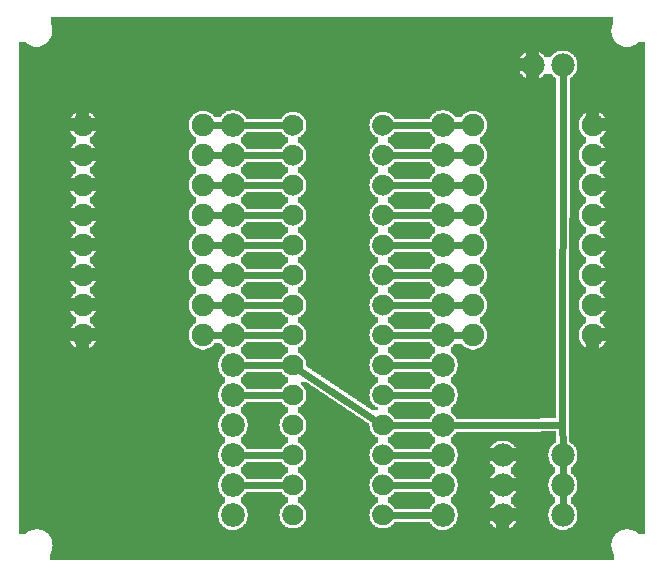
<source format=gtl>
G04 MADE WITH FRITZING*
G04 WWW.FRITZING.ORG*
G04 DOUBLE SIDED*
G04 HOLES PLATED*
G04 CONTOUR ON CENTER OF CONTOUR VECTOR*
%ASAXBY*%
%FSLAX23Y23*%
%MOIN*%
%OFA0B0*%
%SFA1.0B1.0*%
%ADD10C,0.075000*%
%ADD11C,0.070000*%
%ADD12C,0.079370*%
%ADD13C,0.078000*%
%ADD14C,0.024000*%
%ADD15R,0.001000X0.001000*%
%LNCOPPER1*%
G90*
G70*
G54D10*
X858Y505D03*
X226Y1801D03*
G54D11*
X952Y1490D03*
X1252Y290D03*
X952Y1390D03*
X1252Y190D03*
X952Y1290D03*
X952Y1190D03*
X952Y1090D03*
X952Y990D03*
X952Y190D03*
X952Y290D03*
X952Y390D03*
X952Y490D03*
X952Y890D03*
X952Y690D03*
X952Y790D03*
X952Y590D03*
X1252Y690D03*
X1252Y590D03*
X1252Y490D03*
X1252Y390D03*
X1252Y890D03*
X1252Y790D03*
X1252Y1290D03*
X1252Y1190D03*
X1252Y1090D03*
X1252Y990D03*
X1252Y1490D03*
X1252Y1390D03*
G54D12*
X752Y1490D03*
X752Y1390D03*
X752Y1290D03*
X752Y1190D03*
X752Y1090D03*
X752Y990D03*
X752Y890D03*
X752Y790D03*
X752Y690D03*
X752Y590D03*
X752Y490D03*
X752Y390D03*
X752Y290D03*
X752Y190D03*
X1452Y1490D03*
X1452Y1390D03*
X1452Y1290D03*
X1452Y1190D03*
X1452Y1090D03*
X1452Y990D03*
X1452Y890D03*
X1452Y790D03*
X1452Y690D03*
X1452Y590D03*
X1452Y490D03*
X1452Y390D03*
X1452Y290D03*
X1452Y190D03*
G54D10*
X1552Y790D03*
X1952Y790D03*
X1552Y890D03*
X1952Y890D03*
X1552Y990D03*
X1952Y990D03*
X1552Y1090D03*
X1952Y1090D03*
X1552Y1190D03*
X1952Y1190D03*
X1552Y1290D03*
X1952Y1290D03*
X1552Y1390D03*
X1952Y1390D03*
X1552Y1490D03*
X1952Y1490D03*
X252Y790D03*
X652Y790D03*
X252Y890D03*
X652Y890D03*
X252Y990D03*
X652Y990D03*
X252Y1090D03*
X652Y1090D03*
X252Y1190D03*
X652Y1190D03*
X252Y1290D03*
X652Y1290D03*
X252Y1390D03*
X652Y1390D03*
X252Y1490D03*
X652Y1490D03*
G54D13*
X1652Y190D03*
X1652Y290D03*
X1652Y390D03*
X1852Y390D03*
X1852Y290D03*
X1852Y190D03*
X1852Y1690D03*
X1752Y1690D03*
G54D14*
X782Y290D02*
X926Y290D01*
D02*
X782Y390D02*
X926Y390D01*
D02*
X782Y590D02*
X926Y590D01*
D02*
X782Y690D02*
X926Y690D01*
D02*
X1421Y690D02*
X1278Y690D01*
D02*
X1421Y590D02*
X1278Y590D01*
D02*
X1230Y504D02*
X973Y675D01*
D02*
X1421Y390D02*
X1278Y390D01*
D02*
X1421Y290D02*
X1278Y290D01*
D02*
X1421Y190D02*
X1278Y190D01*
D02*
X782Y790D02*
X926Y790D01*
D02*
X782Y890D02*
X926Y890D01*
D02*
X926Y990D02*
X782Y990D01*
D02*
X782Y1090D02*
X926Y1090D01*
D02*
X782Y1190D02*
X926Y1190D01*
D02*
X782Y1290D02*
X926Y1290D01*
D02*
X782Y1390D02*
X926Y1390D01*
D02*
X782Y1490D02*
X926Y1490D01*
D02*
X1421Y1490D02*
X1278Y1490D01*
D02*
X1421Y1390D02*
X1278Y1390D01*
D02*
X1421Y1290D02*
X1278Y1290D01*
D02*
X1421Y1190D02*
X1278Y1190D01*
D02*
X1421Y1090D02*
X1278Y1090D01*
D02*
X1421Y990D02*
X1278Y990D01*
D02*
X1421Y890D02*
X1278Y890D01*
D02*
X1421Y790D02*
X1278Y790D01*
D02*
X721Y790D02*
X680Y790D01*
D02*
X680Y890D02*
X721Y890D01*
D02*
X680Y990D02*
X721Y990D01*
D02*
X721Y1090D02*
X680Y1090D01*
D02*
X721Y1190D02*
X680Y1190D01*
D02*
X721Y1290D02*
X680Y1290D01*
D02*
X721Y1390D02*
X680Y1390D01*
D02*
X721Y1490D02*
X680Y1490D01*
D02*
X1523Y790D02*
X1482Y790D01*
D02*
X1523Y990D02*
X1482Y990D01*
D02*
X1523Y890D02*
X1482Y890D01*
D02*
X1523Y1090D02*
X1482Y1090D01*
D02*
X1523Y1190D02*
X1482Y1190D01*
D02*
X1523Y1290D02*
X1482Y1290D01*
D02*
X1523Y1390D02*
X1482Y1390D01*
D02*
X1523Y1490D02*
X1482Y1490D01*
D02*
X1421Y490D02*
X1278Y490D01*
D02*
X1850Y491D02*
X1852Y1660D01*
D02*
X1482Y490D02*
X1850Y491D01*
D02*
X1850Y491D02*
X1851Y420D01*
D02*
X1852Y360D02*
X1852Y320D01*
D02*
X1852Y260D02*
X1852Y220D01*
G36*
X796Y1468D02*
X796Y1466D01*
X794Y1466D01*
X794Y1462D01*
X792Y1462D01*
X792Y1460D01*
X790Y1460D01*
X790Y1458D01*
X788Y1458D01*
X788Y1456D01*
X786Y1456D01*
X786Y1454D01*
X784Y1454D01*
X784Y1452D01*
X782Y1452D01*
X782Y1450D01*
X780Y1450D01*
X780Y1430D01*
X782Y1430D01*
X782Y1428D01*
X784Y1428D01*
X784Y1426D01*
X786Y1426D01*
X786Y1424D01*
X788Y1424D01*
X788Y1422D01*
X790Y1422D01*
X790Y1420D01*
X792Y1420D01*
X792Y1418D01*
X794Y1418D01*
X794Y1414D01*
X796Y1414D01*
X796Y1412D01*
X914Y1412D01*
X914Y1416D01*
X916Y1416D01*
X916Y1418D01*
X918Y1418D01*
X918Y1420D01*
X920Y1420D01*
X920Y1422D01*
X922Y1422D01*
X922Y1424D01*
X924Y1424D01*
X924Y1426D01*
X926Y1426D01*
X926Y1428D01*
X930Y1428D01*
X930Y1430D01*
X934Y1430D01*
X934Y1450D01*
X930Y1450D01*
X930Y1452D01*
X926Y1452D01*
X926Y1454D01*
X924Y1454D01*
X924Y1456D01*
X922Y1456D01*
X922Y1458D01*
X920Y1458D01*
X920Y1460D01*
X918Y1460D01*
X918Y1462D01*
X916Y1462D01*
X916Y1464D01*
X914Y1464D01*
X914Y1468D01*
X796Y1468D01*
G37*
D02*
G36*
X1290Y1468D02*
X1290Y1466D01*
X1288Y1466D01*
X1288Y1462D01*
X1286Y1462D01*
X1286Y1460D01*
X1284Y1460D01*
X1284Y1458D01*
X1282Y1458D01*
X1282Y1456D01*
X1280Y1456D01*
X1280Y1454D01*
X1278Y1454D01*
X1278Y1452D01*
X1274Y1452D01*
X1274Y1450D01*
X1270Y1450D01*
X1270Y1430D01*
X1274Y1430D01*
X1274Y1428D01*
X1278Y1428D01*
X1278Y1426D01*
X1280Y1426D01*
X1280Y1424D01*
X1282Y1424D01*
X1282Y1422D01*
X1284Y1422D01*
X1284Y1420D01*
X1286Y1420D01*
X1286Y1418D01*
X1288Y1418D01*
X1288Y1414D01*
X1290Y1414D01*
X1290Y1412D01*
X1408Y1412D01*
X1408Y1416D01*
X1410Y1416D01*
X1410Y1418D01*
X1412Y1418D01*
X1412Y1420D01*
X1414Y1420D01*
X1414Y1424D01*
X1416Y1424D01*
X1416Y1426D01*
X1418Y1426D01*
X1418Y1428D01*
X1422Y1428D01*
X1422Y1430D01*
X1424Y1430D01*
X1424Y1450D01*
X1422Y1450D01*
X1422Y1452D01*
X1418Y1452D01*
X1418Y1454D01*
X1416Y1454D01*
X1416Y1456D01*
X1414Y1456D01*
X1414Y1460D01*
X1412Y1460D01*
X1412Y1462D01*
X1410Y1462D01*
X1410Y1464D01*
X1408Y1464D01*
X1408Y1468D01*
X1290Y1468D01*
G37*
D02*
G36*
X796Y1368D02*
X796Y1366D01*
X794Y1366D01*
X794Y1362D01*
X792Y1362D01*
X792Y1360D01*
X790Y1360D01*
X790Y1358D01*
X788Y1358D01*
X788Y1356D01*
X786Y1356D01*
X786Y1354D01*
X784Y1354D01*
X784Y1352D01*
X782Y1352D01*
X782Y1350D01*
X780Y1350D01*
X780Y1330D01*
X782Y1330D01*
X782Y1328D01*
X784Y1328D01*
X784Y1326D01*
X786Y1326D01*
X786Y1324D01*
X788Y1324D01*
X788Y1322D01*
X790Y1322D01*
X790Y1320D01*
X792Y1320D01*
X792Y1318D01*
X794Y1318D01*
X794Y1314D01*
X796Y1314D01*
X796Y1312D01*
X914Y1312D01*
X914Y1316D01*
X916Y1316D01*
X916Y1318D01*
X918Y1318D01*
X918Y1320D01*
X920Y1320D01*
X920Y1322D01*
X922Y1322D01*
X922Y1324D01*
X924Y1324D01*
X924Y1326D01*
X926Y1326D01*
X926Y1328D01*
X930Y1328D01*
X930Y1330D01*
X934Y1330D01*
X934Y1350D01*
X930Y1350D01*
X930Y1352D01*
X926Y1352D01*
X926Y1354D01*
X924Y1354D01*
X924Y1356D01*
X922Y1356D01*
X922Y1358D01*
X920Y1358D01*
X920Y1360D01*
X918Y1360D01*
X918Y1362D01*
X916Y1362D01*
X916Y1364D01*
X914Y1364D01*
X914Y1368D01*
X796Y1368D01*
G37*
D02*
G36*
X1290Y1368D02*
X1290Y1366D01*
X1288Y1366D01*
X1288Y1362D01*
X1286Y1362D01*
X1286Y1360D01*
X1284Y1360D01*
X1284Y1358D01*
X1282Y1358D01*
X1282Y1356D01*
X1280Y1356D01*
X1280Y1354D01*
X1278Y1354D01*
X1278Y1352D01*
X1274Y1352D01*
X1274Y1350D01*
X1270Y1350D01*
X1270Y1330D01*
X1274Y1330D01*
X1274Y1328D01*
X1278Y1328D01*
X1278Y1326D01*
X1280Y1326D01*
X1280Y1324D01*
X1282Y1324D01*
X1282Y1322D01*
X1284Y1322D01*
X1284Y1320D01*
X1286Y1320D01*
X1286Y1318D01*
X1288Y1318D01*
X1288Y1314D01*
X1290Y1314D01*
X1290Y1312D01*
X1408Y1312D01*
X1408Y1316D01*
X1410Y1316D01*
X1410Y1318D01*
X1412Y1318D01*
X1412Y1320D01*
X1414Y1320D01*
X1414Y1324D01*
X1416Y1324D01*
X1416Y1326D01*
X1418Y1326D01*
X1418Y1328D01*
X1422Y1328D01*
X1422Y1330D01*
X1424Y1330D01*
X1424Y1350D01*
X1422Y1350D01*
X1422Y1352D01*
X1418Y1352D01*
X1418Y1354D01*
X1416Y1354D01*
X1416Y1356D01*
X1414Y1356D01*
X1414Y1360D01*
X1412Y1360D01*
X1412Y1362D01*
X1410Y1362D01*
X1410Y1364D01*
X1408Y1364D01*
X1408Y1368D01*
X1290Y1368D01*
G37*
D02*
G36*
X796Y1268D02*
X796Y1266D01*
X794Y1266D01*
X794Y1262D01*
X792Y1262D01*
X792Y1260D01*
X790Y1260D01*
X790Y1258D01*
X788Y1258D01*
X788Y1256D01*
X786Y1256D01*
X786Y1254D01*
X784Y1254D01*
X784Y1252D01*
X782Y1252D01*
X782Y1250D01*
X780Y1250D01*
X780Y1230D01*
X782Y1230D01*
X782Y1228D01*
X784Y1228D01*
X784Y1226D01*
X786Y1226D01*
X786Y1224D01*
X788Y1224D01*
X788Y1222D01*
X790Y1222D01*
X790Y1220D01*
X792Y1220D01*
X792Y1218D01*
X794Y1218D01*
X794Y1214D01*
X796Y1214D01*
X796Y1212D01*
X914Y1212D01*
X914Y1216D01*
X916Y1216D01*
X916Y1218D01*
X918Y1218D01*
X918Y1220D01*
X920Y1220D01*
X920Y1222D01*
X922Y1222D01*
X922Y1224D01*
X924Y1224D01*
X924Y1226D01*
X926Y1226D01*
X926Y1228D01*
X930Y1228D01*
X930Y1230D01*
X934Y1230D01*
X934Y1250D01*
X930Y1250D01*
X930Y1252D01*
X926Y1252D01*
X926Y1254D01*
X924Y1254D01*
X924Y1256D01*
X922Y1256D01*
X922Y1258D01*
X920Y1258D01*
X920Y1260D01*
X918Y1260D01*
X918Y1262D01*
X916Y1262D01*
X916Y1264D01*
X914Y1264D01*
X914Y1268D01*
X796Y1268D01*
G37*
D02*
G36*
X1290Y1268D02*
X1290Y1266D01*
X1288Y1266D01*
X1288Y1262D01*
X1286Y1262D01*
X1286Y1260D01*
X1284Y1260D01*
X1284Y1258D01*
X1282Y1258D01*
X1282Y1256D01*
X1280Y1256D01*
X1280Y1254D01*
X1278Y1254D01*
X1278Y1252D01*
X1274Y1252D01*
X1274Y1250D01*
X1270Y1250D01*
X1270Y1230D01*
X1274Y1230D01*
X1274Y1228D01*
X1278Y1228D01*
X1278Y1226D01*
X1280Y1226D01*
X1280Y1224D01*
X1282Y1224D01*
X1282Y1222D01*
X1284Y1222D01*
X1284Y1220D01*
X1286Y1220D01*
X1286Y1218D01*
X1288Y1218D01*
X1288Y1214D01*
X1290Y1214D01*
X1290Y1212D01*
X1408Y1212D01*
X1408Y1216D01*
X1410Y1216D01*
X1410Y1218D01*
X1412Y1218D01*
X1412Y1220D01*
X1414Y1220D01*
X1414Y1224D01*
X1416Y1224D01*
X1416Y1226D01*
X1418Y1226D01*
X1418Y1228D01*
X1422Y1228D01*
X1422Y1230D01*
X1424Y1230D01*
X1424Y1250D01*
X1422Y1250D01*
X1422Y1252D01*
X1418Y1252D01*
X1418Y1254D01*
X1416Y1254D01*
X1416Y1256D01*
X1414Y1256D01*
X1414Y1260D01*
X1412Y1260D01*
X1412Y1262D01*
X1410Y1262D01*
X1410Y1264D01*
X1408Y1264D01*
X1408Y1268D01*
X1290Y1268D01*
G37*
D02*
G36*
X796Y1168D02*
X796Y1166D01*
X794Y1166D01*
X794Y1162D01*
X792Y1162D01*
X792Y1160D01*
X790Y1160D01*
X790Y1158D01*
X788Y1158D01*
X788Y1156D01*
X786Y1156D01*
X786Y1154D01*
X784Y1154D01*
X784Y1152D01*
X782Y1152D01*
X782Y1150D01*
X780Y1150D01*
X780Y1130D01*
X782Y1130D01*
X782Y1128D01*
X784Y1128D01*
X784Y1126D01*
X786Y1126D01*
X786Y1124D01*
X788Y1124D01*
X788Y1122D01*
X790Y1122D01*
X790Y1120D01*
X792Y1120D01*
X792Y1118D01*
X794Y1118D01*
X794Y1114D01*
X796Y1114D01*
X796Y1112D01*
X914Y1112D01*
X914Y1116D01*
X916Y1116D01*
X916Y1118D01*
X918Y1118D01*
X918Y1120D01*
X920Y1120D01*
X920Y1122D01*
X922Y1122D01*
X922Y1124D01*
X924Y1124D01*
X924Y1126D01*
X926Y1126D01*
X926Y1128D01*
X930Y1128D01*
X930Y1130D01*
X934Y1130D01*
X934Y1150D01*
X930Y1150D01*
X930Y1152D01*
X926Y1152D01*
X926Y1154D01*
X924Y1154D01*
X924Y1156D01*
X922Y1156D01*
X922Y1158D01*
X920Y1158D01*
X920Y1160D01*
X918Y1160D01*
X918Y1162D01*
X916Y1162D01*
X916Y1164D01*
X914Y1164D01*
X914Y1168D01*
X796Y1168D01*
G37*
D02*
G36*
X1290Y1168D02*
X1290Y1166D01*
X1288Y1166D01*
X1288Y1162D01*
X1286Y1162D01*
X1286Y1160D01*
X1284Y1160D01*
X1284Y1158D01*
X1282Y1158D01*
X1282Y1156D01*
X1280Y1156D01*
X1280Y1154D01*
X1278Y1154D01*
X1278Y1152D01*
X1274Y1152D01*
X1274Y1150D01*
X1270Y1150D01*
X1270Y1130D01*
X1274Y1130D01*
X1274Y1128D01*
X1278Y1128D01*
X1278Y1126D01*
X1280Y1126D01*
X1280Y1124D01*
X1282Y1124D01*
X1282Y1122D01*
X1284Y1122D01*
X1284Y1120D01*
X1286Y1120D01*
X1286Y1118D01*
X1288Y1118D01*
X1288Y1114D01*
X1290Y1114D01*
X1290Y1112D01*
X1408Y1112D01*
X1408Y1116D01*
X1410Y1116D01*
X1410Y1118D01*
X1412Y1118D01*
X1412Y1120D01*
X1414Y1120D01*
X1414Y1124D01*
X1416Y1124D01*
X1416Y1126D01*
X1418Y1126D01*
X1418Y1128D01*
X1422Y1128D01*
X1422Y1130D01*
X1424Y1130D01*
X1424Y1150D01*
X1422Y1150D01*
X1422Y1152D01*
X1418Y1152D01*
X1418Y1154D01*
X1416Y1154D01*
X1416Y1156D01*
X1414Y1156D01*
X1414Y1160D01*
X1412Y1160D01*
X1412Y1162D01*
X1410Y1162D01*
X1410Y1164D01*
X1408Y1164D01*
X1408Y1168D01*
X1290Y1168D01*
G37*
D02*
G36*
X796Y1068D02*
X796Y1066D01*
X794Y1066D01*
X794Y1062D01*
X792Y1062D01*
X792Y1060D01*
X790Y1060D01*
X790Y1058D01*
X788Y1058D01*
X788Y1056D01*
X786Y1056D01*
X786Y1054D01*
X784Y1054D01*
X784Y1052D01*
X782Y1052D01*
X782Y1050D01*
X780Y1050D01*
X780Y1030D01*
X782Y1030D01*
X782Y1028D01*
X784Y1028D01*
X784Y1026D01*
X786Y1026D01*
X786Y1024D01*
X788Y1024D01*
X788Y1022D01*
X790Y1022D01*
X790Y1020D01*
X792Y1020D01*
X792Y1018D01*
X794Y1018D01*
X794Y1014D01*
X796Y1014D01*
X796Y1012D01*
X914Y1012D01*
X914Y1016D01*
X916Y1016D01*
X916Y1018D01*
X918Y1018D01*
X918Y1020D01*
X920Y1020D01*
X920Y1022D01*
X922Y1022D01*
X922Y1024D01*
X924Y1024D01*
X924Y1026D01*
X926Y1026D01*
X926Y1028D01*
X930Y1028D01*
X930Y1030D01*
X934Y1030D01*
X934Y1050D01*
X930Y1050D01*
X930Y1052D01*
X926Y1052D01*
X926Y1054D01*
X924Y1054D01*
X924Y1056D01*
X922Y1056D01*
X922Y1058D01*
X920Y1058D01*
X920Y1060D01*
X918Y1060D01*
X918Y1062D01*
X916Y1062D01*
X916Y1064D01*
X914Y1064D01*
X914Y1068D01*
X796Y1068D01*
G37*
D02*
G36*
X1290Y1068D02*
X1290Y1066D01*
X1288Y1066D01*
X1288Y1062D01*
X1286Y1062D01*
X1286Y1060D01*
X1284Y1060D01*
X1284Y1058D01*
X1282Y1058D01*
X1282Y1056D01*
X1280Y1056D01*
X1280Y1054D01*
X1278Y1054D01*
X1278Y1052D01*
X1274Y1052D01*
X1274Y1050D01*
X1270Y1050D01*
X1270Y1030D01*
X1274Y1030D01*
X1274Y1028D01*
X1278Y1028D01*
X1278Y1026D01*
X1280Y1026D01*
X1280Y1024D01*
X1282Y1024D01*
X1282Y1022D01*
X1284Y1022D01*
X1284Y1020D01*
X1286Y1020D01*
X1286Y1018D01*
X1288Y1018D01*
X1288Y1014D01*
X1290Y1014D01*
X1290Y1012D01*
X1408Y1012D01*
X1408Y1016D01*
X1410Y1016D01*
X1410Y1018D01*
X1412Y1018D01*
X1412Y1020D01*
X1414Y1020D01*
X1414Y1024D01*
X1416Y1024D01*
X1416Y1026D01*
X1418Y1026D01*
X1418Y1028D01*
X1422Y1028D01*
X1422Y1030D01*
X1424Y1030D01*
X1424Y1050D01*
X1422Y1050D01*
X1422Y1052D01*
X1418Y1052D01*
X1418Y1054D01*
X1416Y1054D01*
X1416Y1056D01*
X1414Y1056D01*
X1414Y1060D01*
X1412Y1060D01*
X1412Y1062D01*
X1410Y1062D01*
X1410Y1064D01*
X1408Y1064D01*
X1408Y1068D01*
X1290Y1068D01*
G37*
D02*
G36*
X796Y968D02*
X796Y966D01*
X794Y966D01*
X794Y962D01*
X792Y962D01*
X792Y960D01*
X790Y960D01*
X790Y958D01*
X788Y958D01*
X788Y956D01*
X786Y956D01*
X786Y954D01*
X784Y954D01*
X784Y952D01*
X782Y952D01*
X782Y950D01*
X780Y950D01*
X780Y930D01*
X782Y930D01*
X782Y928D01*
X784Y928D01*
X784Y926D01*
X786Y926D01*
X786Y924D01*
X788Y924D01*
X788Y922D01*
X790Y922D01*
X790Y920D01*
X792Y920D01*
X792Y918D01*
X794Y918D01*
X794Y914D01*
X796Y914D01*
X796Y912D01*
X914Y912D01*
X914Y916D01*
X916Y916D01*
X916Y918D01*
X918Y918D01*
X918Y920D01*
X920Y920D01*
X920Y922D01*
X922Y922D01*
X922Y924D01*
X924Y924D01*
X924Y926D01*
X926Y926D01*
X926Y928D01*
X930Y928D01*
X930Y930D01*
X934Y930D01*
X934Y950D01*
X930Y950D01*
X930Y952D01*
X926Y952D01*
X926Y954D01*
X924Y954D01*
X924Y956D01*
X922Y956D01*
X922Y958D01*
X920Y958D01*
X920Y960D01*
X918Y960D01*
X918Y962D01*
X916Y962D01*
X916Y964D01*
X914Y964D01*
X914Y968D01*
X796Y968D01*
G37*
D02*
G36*
X1290Y968D02*
X1290Y966D01*
X1288Y966D01*
X1288Y962D01*
X1286Y962D01*
X1286Y960D01*
X1284Y960D01*
X1284Y958D01*
X1282Y958D01*
X1282Y956D01*
X1280Y956D01*
X1280Y954D01*
X1278Y954D01*
X1278Y952D01*
X1274Y952D01*
X1274Y950D01*
X1270Y950D01*
X1270Y930D01*
X1274Y930D01*
X1274Y928D01*
X1278Y928D01*
X1278Y926D01*
X1280Y926D01*
X1280Y924D01*
X1282Y924D01*
X1282Y922D01*
X1284Y922D01*
X1284Y920D01*
X1286Y920D01*
X1286Y918D01*
X1288Y918D01*
X1288Y914D01*
X1290Y914D01*
X1290Y912D01*
X1408Y912D01*
X1408Y916D01*
X1410Y916D01*
X1410Y918D01*
X1412Y918D01*
X1412Y920D01*
X1414Y920D01*
X1414Y924D01*
X1416Y924D01*
X1416Y926D01*
X1418Y926D01*
X1418Y928D01*
X1422Y928D01*
X1422Y930D01*
X1424Y930D01*
X1424Y950D01*
X1422Y950D01*
X1422Y952D01*
X1418Y952D01*
X1418Y954D01*
X1416Y954D01*
X1416Y956D01*
X1414Y956D01*
X1414Y960D01*
X1412Y960D01*
X1412Y962D01*
X1410Y962D01*
X1410Y964D01*
X1408Y964D01*
X1408Y968D01*
X1290Y968D01*
G37*
D02*
G36*
X796Y868D02*
X796Y866D01*
X794Y866D01*
X794Y862D01*
X792Y862D01*
X792Y860D01*
X790Y860D01*
X790Y858D01*
X788Y858D01*
X788Y856D01*
X786Y856D01*
X786Y854D01*
X784Y854D01*
X784Y852D01*
X782Y852D01*
X782Y850D01*
X780Y850D01*
X780Y830D01*
X782Y830D01*
X782Y828D01*
X784Y828D01*
X784Y826D01*
X786Y826D01*
X786Y824D01*
X788Y824D01*
X788Y822D01*
X790Y822D01*
X790Y820D01*
X792Y820D01*
X792Y818D01*
X794Y818D01*
X794Y814D01*
X796Y814D01*
X796Y812D01*
X914Y812D01*
X914Y816D01*
X916Y816D01*
X916Y818D01*
X918Y818D01*
X918Y820D01*
X920Y820D01*
X920Y822D01*
X922Y822D01*
X922Y824D01*
X924Y824D01*
X924Y826D01*
X926Y826D01*
X926Y828D01*
X930Y828D01*
X930Y830D01*
X934Y830D01*
X934Y850D01*
X930Y850D01*
X930Y852D01*
X926Y852D01*
X926Y854D01*
X924Y854D01*
X924Y856D01*
X922Y856D01*
X922Y858D01*
X920Y858D01*
X920Y860D01*
X918Y860D01*
X918Y862D01*
X916Y862D01*
X916Y864D01*
X914Y864D01*
X914Y868D01*
X796Y868D01*
G37*
D02*
G36*
X1290Y868D02*
X1290Y866D01*
X1288Y866D01*
X1288Y862D01*
X1286Y862D01*
X1286Y860D01*
X1284Y860D01*
X1284Y858D01*
X1282Y858D01*
X1282Y856D01*
X1280Y856D01*
X1280Y854D01*
X1278Y854D01*
X1278Y852D01*
X1274Y852D01*
X1274Y850D01*
X1270Y850D01*
X1270Y830D01*
X1274Y830D01*
X1274Y828D01*
X1278Y828D01*
X1278Y826D01*
X1280Y826D01*
X1280Y824D01*
X1282Y824D01*
X1282Y822D01*
X1284Y822D01*
X1284Y820D01*
X1286Y820D01*
X1286Y818D01*
X1288Y818D01*
X1288Y814D01*
X1290Y814D01*
X1290Y812D01*
X1408Y812D01*
X1408Y816D01*
X1410Y816D01*
X1410Y818D01*
X1412Y818D01*
X1412Y820D01*
X1414Y820D01*
X1414Y824D01*
X1416Y824D01*
X1416Y826D01*
X1418Y826D01*
X1418Y828D01*
X1422Y828D01*
X1422Y830D01*
X1424Y830D01*
X1424Y850D01*
X1422Y850D01*
X1422Y852D01*
X1418Y852D01*
X1418Y854D01*
X1416Y854D01*
X1416Y856D01*
X1414Y856D01*
X1414Y860D01*
X1412Y860D01*
X1412Y862D01*
X1410Y862D01*
X1410Y864D01*
X1408Y864D01*
X1408Y868D01*
X1290Y868D01*
G37*
D02*
G36*
X796Y768D02*
X796Y766D01*
X794Y766D01*
X794Y762D01*
X792Y762D01*
X792Y760D01*
X790Y760D01*
X790Y758D01*
X788Y758D01*
X788Y756D01*
X786Y756D01*
X786Y754D01*
X784Y754D01*
X784Y752D01*
X782Y752D01*
X782Y750D01*
X780Y750D01*
X780Y730D01*
X782Y730D01*
X782Y728D01*
X784Y728D01*
X784Y726D01*
X786Y726D01*
X786Y724D01*
X788Y724D01*
X788Y722D01*
X790Y722D01*
X790Y720D01*
X792Y720D01*
X792Y718D01*
X794Y718D01*
X794Y714D01*
X796Y714D01*
X796Y712D01*
X914Y712D01*
X914Y716D01*
X916Y716D01*
X916Y718D01*
X918Y718D01*
X918Y720D01*
X920Y720D01*
X920Y722D01*
X922Y722D01*
X922Y724D01*
X924Y724D01*
X924Y726D01*
X926Y726D01*
X926Y728D01*
X930Y728D01*
X930Y730D01*
X934Y730D01*
X934Y750D01*
X930Y750D01*
X930Y752D01*
X926Y752D01*
X926Y754D01*
X924Y754D01*
X924Y756D01*
X922Y756D01*
X922Y758D01*
X920Y758D01*
X920Y760D01*
X918Y760D01*
X918Y762D01*
X916Y762D01*
X916Y764D01*
X914Y764D01*
X914Y768D01*
X796Y768D01*
G37*
D02*
G36*
X1290Y768D02*
X1290Y766D01*
X1288Y766D01*
X1288Y762D01*
X1286Y762D01*
X1286Y760D01*
X1284Y760D01*
X1284Y758D01*
X1282Y758D01*
X1282Y756D01*
X1280Y756D01*
X1280Y754D01*
X1278Y754D01*
X1278Y752D01*
X1274Y752D01*
X1274Y750D01*
X1270Y750D01*
X1270Y730D01*
X1274Y730D01*
X1274Y728D01*
X1278Y728D01*
X1278Y726D01*
X1280Y726D01*
X1280Y724D01*
X1282Y724D01*
X1282Y722D01*
X1284Y722D01*
X1284Y720D01*
X1286Y720D01*
X1286Y718D01*
X1288Y718D01*
X1288Y714D01*
X1290Y714D01*
X1290Y712D01*
X1408Y712D01*
X1408Y716D01*
X1410Y716D01*
X1410Y718D01*
X1412Y718D01*
X1412Y720D01*
X1414Y720D01*
X1414Y724D01*
X1416Y724D01*
X1416Y726D01*
X1418Y726D01*
X1418Y728D01*
X1422Y728D01*
X1422Y730D01*
X1424Y730D01*
X1424Y750D01*
X1422Y750D01*
X1422Y752D01*
X1418Y752D01*
X1418Y754D01*
X1416Y754D01*
X1416Y756D01*
X1414Y756D01*
X1414Y760D01*
X1412Y760D01*
X1412Y762D01*
X1410Y762D01*
X1410Y764D01*
X1408Y764D01*
X1408Y768D01*
X1290Y768D01*
G37*
D02*
G36*
X796Y668D02*
X796Y666D01*
X794Y666D01*
X794Y662D01*
X792Y662D01*
X792Y660D01*
X790Y660D01*
X790Y658D01*
X788Y658D01*
X788Y656D01*
X786Y656D01*
X786Y654D01*
X784Y654D01*
X784Y652D01*
X782Y652D01*
X782Y650D01*
X780Y650D01*
X780Y630D01*
X782Y630D01*
X782Y628D01*
X784Y628D01*
X784Y626D01*
X786Y626D01*
X786Y624D01*
X788Y624D01*
X788Y622D01*
X790Y622D01*
X790Y620D01*
X792Y620D01*
X792Y618D01*
X794Y618D01*
X794Y614D01*
X796Y614D01*
X796Y612D01*
X914Y612D01*
X914Y616D01*
X916Y616D01*
X916Y618D01*
X918Y618D01*
X918Y620D01*
X920Y620D01*
X920Y622D01*
X922Y622D01*
X922Y624D01*
X924Y624D01*
X924Y626D01*
X926Y626D01*
X926Y628D01*
X930Y628D01*
X930Y630D01*
X934Y630D01*
X934Y650D01*
X930Y650D01*
X930Y652D01*
X926Y652D01*
X926Y654D01*
X924Y654D01*
X924Y656D01*
X922Y656D01*
X922Y658D01*
X920Y658D01*
X920Y660D01*
X918Y660D01*
X918Y662D01*
X916Y662D01*
X916Y664D01*
X914Y664D01*
X914Y668D01*
X796Y668D01*
G37*
D02*
G36*
X1290Y668D02*
X1290Y666D01*
X1288Y666D01*
X1288Y662D01*
X1286Y662D01*
X1286Y660D01*
X1284Y660D01*
X1284Y658D01*
X1282Y658D01*
X1282Y656D01*
X1280Y656D01*
X1280Y654D01*
X1278Y654D01*
X1278Y652D01*
X1274Y652D01*
X1274Y650D01*
X1270Y650D01*
X1270Y630D01*
X1274Y630D01*
X1274Y628D01*
X1278Y628D01*
X1278Y626D01*
X1280Y626D01*
X1280Y624D01*
X1282Y624D01*
X1282Y622D01*
X1284Y622D01*
X1284Y620D01*
X1286Y620D01*
X1286Y618D01*
X1288Y618D01*
X1288Y614D01*
X1290Y614D01*
X1290Y612D01*
X1408Y612D01*
X1408Y616D01*
X1410Y616D01*
X1410Y618D01*
X1412Y618D01*
X1412Y620D01*
X1414Y620D01*
X1414Y624D01*
X1416Y624D01*
X1416Y626D01*
X1418Y626D01*
X1418Y628D01*
X1422Y628D01*
X1422Y630D01*
X1424Y630D01*
X1424Y650D01*
X1422Y650D01*
X1422Y652D01*
X1418Y652D01*
X1418Y654D01*
X1416Y654D01*
X1416Y656D01*
X1414Y656D01*
X1414Y660D01*
X1412Y660D01*
X1412Y662D01*
X1410Y662D01*
X1410Y664D01*
X1408Y664D01*
X1408Y668D01*
X1290Y668D01*
G37*
D02*
G36*
X796Y568D02*
X796Y566D01*
X794Y566D01*
X794Y562D01*
X792Y562D01*
X792Y560D01*
X790Y560D01*
X790Y558D01*
X788Y558D01*
X788Y556D01*
X786Y556D01*
X786Y554D01*
X784Y554D01*
X784Y552D01*
X782Y552D01*
X782Y550D01*
X780Y550D01*
X780Y530D01*
X782Y530D01*
X782Y528D01*
X784Y528D01*
X784Y526D01*
X786Y526D01*
X786Y524D01*
X788Y524D01*
X788Y522D01*
X790Y522D01*
X790Y520D01*
X792Y520D01*
X792Y518D01*
X794Y518D01*
X794Y514D01*
X796Y514D01*
X796Y510D01*
X798Y510D01*
X798Y504D01*
X800Y504D01*
X800Y496D01*
X802Y496D01*
X802Y484D01*
X800Y484D01*
X800Y476D01*
X798Y476D01*
X798Y470D01*
X796Y470D01*
X796Y466D01*
X794Y466D01*
X794Y462D01*
X792Y462D01*
X792Y460D01*
X790Y460D01*
X790Y458D01*
X788Y458D01*
X788Y456D01*
X786Y456D01*
X786Y454D01*
X784Y454D01*
X784Y452D01*
X782Y452D01*
X782Y450D01*
X780Y450D01*
X780Y430D01*
X782Y430D01*
X782Y428D01*
X784Y428D01*
X784Y426D01*
X786Y426D01*
X786Y424D01*
X788Y424D01*
X788Y422D01*
X790Y422D01*
X790Y420D01*
X792Y420D01*
X792Y418D01*
X794Y418D01*
X794Y414D01*
X796Y414D01*
X796Y412D01*
X914Y412D01*
X914Y416D01*
X916Y416D01*
X916Y418D01*
X918Y418D01*
X918Y420D01*
X920Y420D01*
X920Y422D01*
X922Y422D01*
X922Y424D01*
X924Y424D01*
X924Y426D01*
X926Y426D01*
X926Y428D01*
X930Y428D01*
X930Y430D01*
X934Y430D01*
X934Y450D01*
X930Y450D01*
X930Y452D01*
X926Y452D01*
X926Y454D01*
X924Y454D01*
X924Y456D01*
X922Y456D01*
X922Y458D01*
X920Y458D01*
X920Y460D01*
X918Y460D01*
X918Y462D01*
X916Y462D01*
X916Y464D01*
X914Y464D01*
X914Y468D01*
X912Y468D01*
X912Y470D01*
X910Y470D01*
X910Y476D01*
X908Y476D01*
X908Y486D01*
X906Y486D01*
X906Y494D01*
X908Y494D01*
X908Y504D01*
X910Y504D01*
X910Y510D01*
X912Y510D01*
X912Y512D01*
X914Y512D01*
X914Y516D01*
X916Y516D01*
X916Y518D01*
X918Y518D01*
X918Y520D01*
X920Y520D01*
X920Y522D01*
X922Y522D01*
X922Y524D01*
X924Y524D01*
X924Y526D01*
X926Y526D01*
X926Y528D01*
X930Y528D01*
X930Y530D01*
X934Y530D01*
X934Y550D01*
X930Y550D01*
X930Y552D01*
X926Y552D01*
X926Y554D01*
X924Y554D01*
X924Y556D01*
X922Y556D01*
X922Y558D01*
X920Y558D01*
X920Y560D01*
X918Y560D01*
X918Y562D01*
X916Y562D01*
X916Y564D01*
X914Y564D01*
X914Y568D01*
X796Y568D01*
G37*
D02*
G36*
X1290Y568D02*
X1290Y566D01*
X1288Y566D01*
X1288Y562D01*
X1286Y562D01*
X1286Y560D01*
X1284Y560D01*
X1284Y558D01*
X1282Y558D01*
X1282Y556D01*
X1280Y556D01*
X1280Y554D01*
X1278Y554D01*
X1278Y552D01*
X1274Y552D01*
X1274Y550D01*
X1270Y550D01*
X1270Y530D01*
X1274Y530D01*
X1274Y528D01*
X1278Y528D01*
X1278Y526D01*
X1280Y526D01*
X1280Y524D01*
X1282Y524D01*
X1282Y522D01*
X1284Y522D01*
X1284Y520D01*
X1286Y520D01*
X1286Y518D01*
X1288Y518D01*
X1288Y514D01*
X1290Y514D01*
X1290Y512D01*
X1408Y512D01*
X1408Y516D01*
X1410Y516D01*
X1410Y518D01*
X1412Y518D01*
X1412Y520D01*
X1414Y520D01*
X1414Y524D01*
X1416Y524D01*
X1416Y526D01*
X1418Y526D01*
X1418Y528D01*
X1422Y528D01*
X1422Y530D01*
X1424Y530D01*
X1424Y550D01*
X1422Y550D01*
X1422Y552D01*
X1418Y552D01*
X1418Y554D01*
X1416Y554D01*
X1416Y556D01*
X1414Y556D01*
X1414Y560D01*
X1412Y560D01*
X1412Y562D01*
X1410Y562D01*
X1410Y564D01*
X1408Y564D01*
X1408Y568D01*
X1290Y568D01*
G37*
D02*
G36*
X144Y1850D02*
X144Y1828D01*
X146Y1828D01*
X146Y1824D01*
X148Y1824D01*
X148Y1816D01*
X150Y1816D01*
X150Y1794D01*
X148Y1794D01*
X148Y1788D01*
X146Y1788D01*
X146Y1782D01*
X144Y1782D01*
X144Y1780D01*
X142Y1780D01*
X142Y1776D01*
X140Y1776D01*
X140Y1772D01*
X138Y1772D01*
X138Y1770D01*
X136Y1770D01*
X136Y1768D01*
X134Y1768D01*
X134Y1766D01*
X132Y1766D01*
X132Y1764D01*
X130Y1764D01*
X130Y1762D01*
X126Y1762D01*
X126Y1760D01*
X122Y1760D01*
X122Y1758D01*
X120Y1758D01*
X120Y1756D01*
X114Y1756D01*
X114Y1754D01*
X108Y1754D01*
X108Y1752D01*
X2052Y1752D01*
X2052Y1754D01*
X2046Y1754D01*
X2046Y1756D01*
X2042Y1756D01*
X2042Y1758D01*
X2038Y1758D01*
X2038Y1760D01*
X2034Y1760D01*
X2034Y1762D01*
X2032Y1762D01*
X2032Y1764D01*
X2030Y1764D01*
X2030Y1766D01*
X2028Y1766D01*
X2028Y1768D01*
X2026Y1768D01*
X2026Y1770D01*
X2024Y1770D01*
X2024Y1772D01*
X2022Y1772D01*
X2022Y1776D01*
X2020Y1776D01*
X2020Y1780D01*
X2018Y1780D01*
X2018Y1784D01*
X2016Y1784D01*
X2016Y1790D01*
X2014Y1790D01*
X2014Y1798D01*
X2012Y1798D01*
X2012Y1810D01*
X2014Y1810D01*
X2014Y1818D01*
X2016Y1818D01*
X2016Y1824D01*
X2018Y1824D01*
X2018Y1828D01*
X2020Y1828D01*
X2020Y1850D01*
X144Y1850D01*
G37*
D02*
G36*
X40Y1768D02*
X40Y1752D01*
X86Y1752D01*
X86Y1754D01*
X80Y1754D01*
X80Y1756D01*
X74Y1756D01*
X74Y1758D01*
X72Y1758D01*
X72Y1760D01*
X68Y1760D01*
X68Y1762D01*
X64Y1762D01*
X64Y1764D01*
X62Y1764D01*
X62Y1766D01*
X60Y1766D01*
X60Y1768D01*
X40Y1768D01*
G37*
D02*
G36*
X2104Y1768D02*
X2104Y1766D01*
X2102Y1766D01*
X2102Y1764D01*
X2100Y1764D01*
X2100Y1762D01*
X2098Y1762D01*
X2098Y1760D01*
X2094Y1760D01*
X2094Y1758D01*
X2090Y1758D01*
X2090Y1756D01*
X2086Y1756D01*
X2086Y1754D01*
X2080Y1754D01*
X2080Y1752D01*
X2072Y1752D01*
X2072Y1750D01*
X2124Y1750D01*
X2124Y1768D01*
X2104Y1768D01*
G37*
D02*
G36*
X40Y1752D02*
X40Y1750D01*
X2060Y1750D01*
X2060Y1752D01*
X40Y1752D01*
G37*
D02*
G36*
X40Y1752D02*
X40Y1750D01*
X2060Y1750D01*
X2060Y1752D01*
X40Y1752D01*
G37*
D02*
G36*
X40Y1750D02*
X40Y1748D01*
X2124Y1748D01*
X2124Y1750D01*
X40Y1750D01*
G37*
D02*
G36*
X40Y1750D02*
X40Y1748D01*
X2124Y1748D01*
X2124Y1750D01*
X40Y1750D01*
G37*
D02*
G36*
X40Y1748D02*
X40Y1738D01*
X1864Y1738D01*
X1864Y1736D01*
X1870Y1736D01*
X1870Y1734D01*
X1874Y1734D01*
X1874Y1732D01*
X1878Y1732D01*
X1878Y1730D01*
X1880Y1730D01*
X1880Y1728D01*
X1884Y1728D01*
X1884Y1726D01*
X1886Y1726D01*
X1886Y1724D01*
X1888Y1724D01*
X1888Y1722D01*
X1890Y1722D01*
X1890Y1718D01*
X1892Y1718D01*
X1892Y1716D01*
X1894Y1716D01*
X1894Y1712D01*
X1896Y1712D01*
X1896Y1708D01*
X1898Y1708D01*
X1898Y1702D01*
X1900Y1702D01*
X1900Y1678D01*
X1898Y1678D01*
X1898Y1672D01*
X1896Y1672D01*
X1896Y1668D01*
X1894Y1668D01*
X1894Y1664D01*
X1892Y1664D01*
X1892Y1662D01*
X1890Y1662D01*
X1890Y1658D01*
X1888Y1658D01*
X1888Y1656D01*
X1886Y1656D01*
X1886Y1654D01*
X1884Y1654D01*
X1884Y1652D01*
X1880Y1652D01*
X1880Y1650D01*
X1878Y1650D01*
X1878Y1648D01*
X1874Y1648D01*
X1874Y1538D01*
X1958Y1538D01*
X1958Y1536D01*
X1966Y1536D01*
X1966Y1534D01*
X1972Y1534D01*
X1972Y1532D01*
X1976Y1532D01*
X1976Y1530D01*
X1978Y1530D01*
X1978Y1528D01*
X1982Y1528D01*
X1982Y1526D01*
X1984Y1526D01*
X1984Y1524D01*
X1986Y1524D01*
X1986Y1522D01*
X1988Y1522D01*
X1988Y1518D01*
X1990Y1518D01*
X1990Y1516D01*
X1992Y1516D01*
X1992Y1512D01*
X1994Y1512D01*
X1994Y1510D01*
X1996Y1510D01*
X1996Y1504D01*
X1998Y1504D01*
X1998Y1492D01*
X2000Y1492D01*
X2000Y1488D01*
X1998Y1488D01*
X1998Y1476D01*
X1996Y1476D01*
X1996Y1470D01*
X1994Y1470D01*
X1994Y1468D01*
X1992Y1468D01*
X1992Y1464D01*
X1990Y1464D01*
X1990Y1462D01*
X1988Y1462D01*
X1988Y1458D01*
X1986Y1458D01*
X1986Y1456D01*
X1984Y1456D01*
X1984Y1454D01*
X1982Y1454D01*
X1982Y1452D01*
X1978Y1452D01*
X1978Y1450D01*
X1976Y1450D01*
X1976Y1430D01*
X1978Y1430D01*
X1978Y1428D01*
X1982Y1428D01*
X1982Y1426D01*
X1984Y1426D01*
X1984Y1424D01*
X1986Y1424D01*
X1986Y1422D01*
X1988Y1422D01*
X1988Y1418D01*
X1990Y1418D01*
X1990Y1416D01*
X1992Y1416D01*
X1992Y1412D01*
X1994Y1412D01*
X1994Y1410D01*
X1996Y1410D01*
X1996Y1404D01*
X1998Y1404D01*
X1998Y1392D01*
X2000Y1392D01*
X2000Y1388D01*
X1998Y1388D01*
X1998Y1376D01*
X1996Y1376D01*
X1996Y1370D01*
X1994Y1370D01*
X1994Y1368D01*
X1992Y1368D01*
X1992Y1364D01*
X1990Y1364D01*
X1990Y1362D01*
X1988Y1362D01*
X1988Y1358D01*
X1986Y1358D01*
X1986Y1356D01*
X1984Y1356D01*
X1984Y1354D01*
X1982Y1354D01*
X1982Y1352D01*
X1978Y1352D01*
X1978Y1350D01*
X1976Y1350D01*
X1976Y1330D01*
X1978Y1330D01*
X1978Y1328D01*
X1982Y1328D01*
X1982Y1326D01*
X1984Y1326D01*
X1984Y1324D01*
X1986Y1324D01*
X1986Y1322D01*
X1988Y1322D01*
X1988Y1318D01*
X1990Y1318D01*
X1990Y1316D01*
X1992Y1316D01*
X1992Y1312D01*
X1994Y1312D01*
X1994Y1310D01*
X1996Y1310D01*
X1996Y1304D01*
X1998Y1304D01*
X1998Y1292D01*
X2000Y1292D01*
X2000Y1288D01*
X1998Y1288D01*
X1998Y1276D01*
X1996Y1276D01*
X1996Y1270D01*
X1994Y1270D01*
X1994Y1268D01*
X1992Y1268D01*
X1992Y1264D01*
X1990Y1264D01*
X1990Y1262D01*
X1988Y1262D01*
X1988Y1258D01*
X1986Y1258D01*
X1986Y1256D01*
X1984Y1256D01*
X1984Y1254D01*
X1982Y1254D01*
X1982Y1252D01*
X1978Y1252D01*
X1978Y1250D01*
X1976Y1250D01*
X1976Y1230D01*
X1978Y1230D01*
X1978Y1228D01*
X1982Y1228D01*
X1982Y1226D01*
X1984Y1226D01*
X1984Y1224D01*
X1986Y1224D01*
X1986Y1222D01*
X1988Y1222D01*
X1988Y1218D01*
X1990Y1218D01*
X1990Y1216D01*
X1992Y1216D01*
X1992Y1212D01*
X1994Y1212D01*
X1994Y1210D01*
X1996Y1210D01*
X1996Y1204D01*
X1998Y1204D01*
X1998Y1192D01*
X2000Y1192D01*
X2000Y1188D01*
X1998Y1188D01*
X1998Y1176D01*
X1996Y1176D01*
X1996Y1170D01*
X1994Y1170D01*
X1994Y1168D01*
X1992Y1168D01*
X1992Y1164D01*
X1990Y1164D01*
X1990Y1162D01*
X1988Y1162D01*
X1988Y1158D01*
X1986Y1158D01*
X1986Y1156D01*
X1984Y1156D01*
X1984Y1154D01*
X1982Y1154D01*
X1982Y1152D01*
X1978Y1152D01*
X1978Y1150D01*
X1976Y1150D01*
X1976Y1130D01*
X1978Y1130D01*
X1978Y1128D01*
X1982Y1128D01*
X1982Y1126D01*
X1984Y1126D01*
X1984Y1124D01*
X1986Y1124D01*
X1986Y1122D01*
X1988Y1122D01*
X1988Y1118D01*
X1990Y1118D01*
X1990Y1116D01*
X1992Y1116D01*
X1992Y1112D01*
X1994Y1112D01*
X1994Y1110D01*
X1996Y1110D01*
X1996Y1104D01*
X1998Y1104D01*
X1998Y1092D01*
X2000Y1092D01*
X2000Y1088D01*
X1998Y1088D01*
X1998Y1076D01*
X1996Y1076D01*
X1996Y1070D01*
X1994Y1070D01*
X1994Y1068D01*
X1992Y1068D01*
X1992Y1064D01*
X1990Y1064D01*
X1990Y1062D01*
X1988Y1062D01*
X1988Y1058D01*
X1986Y1058D01*
X1986Y1056D01*
X1984Y1056D01*
X1984Y1054D01*
X1982Y1054D01*
X1982Y1052D01*
X1978Y1052D01*
X1978Y1050D01*
X1976Y1050D01*
X1976Y1030D01*
X1978Y1030D01*
X1978Y1028D01*
X1982Y1028D01*
X1982Y1026D01*
X1984Y1026D01*
X1984Y1024D01*
X1986Y1024D01*
X1986Y1022D01*
X1988Y1022D01*
X1988Y1018D01*
X1990Y1018D01*
X1990Y1016D01*
X1992Y1016D01*
X1992Y1012D01*
X1994Y1012D01*
X1994Y1010D01*
X1996Y1010D01*
X1996Y1004D01*
X1998Y1004D01*
X1998Y992D01*
X2000Y992D01*
X2000Y988D01*
X1998Y988D01*
X1998Y976D01*
X1996Y976D01*
X1996Y970D01*
X1994Y970D01*
X1994Y968D01*
X1992Y968D01*
X1992Y964D01*
X1990Y964D01*
X1990Y962D01*
X1988Y962D01*
X1988Y958D01*
X1986Y958D01*
X1986Y956D01*
X1984Y956D01*
X1984Y954D01*
X1982Y954D01*
X1982Y952D01*
X1978Y952D01*
X1978Y950D01*
X1976Y950D01*
X1976Y930D01*
X1978Y930D01*
X1978Y928D01*
X1982Y928D01*
X1982Y926D01*
X1984Y926D01*
X1984Y924D01*
X1986Y924D01*
X1986Y922D01*
X1988Y922D01*
X1988Y918D01*
X1990Y918D01*
X1990Y916D01*
X1992Y916D01*
X1992Y912D01*
X1994Y912D01*
X1994Y910D01*
X1996Y910D01*
X1996Y904D01*
X1998Y904D01*
X1998Y892D01*
X2000Y892D01*
X2000Y888D01*
X1998Y888D01*
X1998Y876D01*
X1996Y876D01*
X1996Y870D01*
X1994Y870D01*
X1994Y868D01*
X1992Y868D01*
X1992Y864D01*
X1990Y864D01*
X1990Y862D01*
X1988Y862D01*
X1988Y858D01*
X1986Y858D01*
X1986Y856D01*
X1984Y856D01*
X1984Y854D01*
X1982Y854D01*
X1982Y852D01*
X1978Y852D01*
X1978Y850D01*
X1976Y850D01*
X1976Y830D01*
X1978Y830D01*
X1978Y828D01*
X1982Y828D01*
X1982Y826D01*
X1984Y826D01*
X1984Y824D01*
X1986Y824D01*
X1986Y822D01*
X1988Y822D01*
X1988Y818D01*
X1990Y818D01*
X1990Y816D01*
X1992Y816D01*
X1992Y812D01*
X1994Y812D01*
X1994Y810D01*
X1996Y810D01*
X1996Y804D01*
X1998Y804D01*
X1998Y792D01*
X2000Y792D01*
X2000Y788D01*
X1998Y788D01*
X1998Y776D01*
X1996Y776D01*
X1996Y770D01*
X1994Y770D01*
X1994Y768D01*
X1992Y768D01*
X1992Y764D01*
X1990Y764D01*
X1990Y762D01*
X1988Y762D01*
X1988Y758D01*
X1986Y758D01*
X1986Y756D01*
X1984Y756D01*
X1984Y754D01*
X1982Y754D01*
X1982Y752D01*
X1978Y752D01*
X1978Y750D01*
X1976Y750D01*
X1976Y748D01*
X1972Y748D01*
X1972Y746D01*
X1966Y746D01*
X1966Y744D01*
X1958Y744D01*
X1958Y742D01*
X2124Y742D01*
X2124Y1748D01*
X40Y1748D01*
G37*
D02*
G36*
X40Y1738D02*
X40Y1642D01*
X1738Y1642D01*
X1738Y1644D01*
X1732Y1644D01*
X1732Y1646D01*
X1728Y1646D01*
X1728Y1648D01*
X1726Y1648D01*
X1726Y1650D01*
X1722Y1650D01*
X1722Y1652D01*
X1720Y1652D01*
X1720Y1654D01*
X1718Y1654D01*
X1718Y1656D01*
X1716Y1656D01*
X1716Y1658D01*
X1714Y1658D01*
X1714Y1660D01*
X1712Y1660D01*
X1712Y1662D01*
X1710Y1662D01*
X1710Y1666D01*
X1708Y1666D01*
X1708Y1670D01*
X1706Y1670D01*
X1706Y1676D01*
X1704Y1676D01*
X1704Y1684D01*
X1702Y1684D01*
X1702Y1696D01*
X1704Y1696D01*
X1704Y1704D01*
X1706Y1704D01*
X1706Y1710D01*
X1708Y1710D01*
X1708Y1714D01*
X1710Y1714D01*
X1710Y1718D01*
X1712Y1718D01*
X1712Y1720D01*
X1714Y1720D01*
X1714Y1722D01*
X1716Y1722D01*
X1716Y1724D01*
X1718Y1724D01*
X1718Y1726D01*
X1720Y1726D01*
X1720Y1728D01*
X1722Y1728D01*
X1722Y1730D01*
X1726Y1730D01*
X1726Y1732D01*
X1728Y1732D01*
X1728Y1734D01*
X1732Y1734D01*
X1732Y1736D01*
X1738Y1736D01*
X1738Y1738D01*
X40Y1738D01*
G37*
D02*
G36*
X1764Y1738D02*
X1764Y1736D01*
X1770Y1736D01*
X1770Y1734D01*
X1774Y1734D01*
X1774Y1732D01*
X1778Y1732D01*
X1778Y1730D01*
X1780Y1730D01*
X1780Y1728D01*
X1784Y1728D01*
X1784Y1726D01*
X1786Y1726D01*
X1786Y1724D01*
X1788Y1724D01*
X1788Y1722D01*
X1790Y1722D01*
X1790Y1718D01*
X1812Y1718D01*
X1812Y1720D01*
X1814Y1720D01*
X1814Y1722D01*
X1816Y1722D01*
X1816Y1724D01*
X1818Y1724D01*
X1818Y1726D01*
X1820Y1726D01*
X1820Y1728D01*
X1822Y1728D01*
X1822Y1730D01*
X1826Y1730D01*
X1826Y1732D01*
X1828Y1732D01*
X1828Y1734D01*
X1832Y1734D01*
X1832Y1736D01*
X1838Y1736D01*
X1838Y1738D01*
X1764Y1738D01*
G37*
D02*
G36*
X1790Y1662D02*
X1790Y1658D01*
X1788Y1658D01*
X1788Y1656D01*
X1786Y1656D01*
X1786Y1654D01*
X1784Y1654D01*
X1784Y1652D01*
X1780Y1652D01*
X1780Y1650D01*
X1778Y1650D01*
X1778Y1648D01*
X1774Y1648D01*
X1774Y1646D01*
X1770Y1646D01*
X1770Y1644D01*
X1764Y1644D01*
X1764Y1642D01*
X1830Y1642D01*
X1830Y1646D01*
X1828Y1646D01*
X1828Y1648D01*
X1826Y1648D01*
X1826Y1650D01*
X1822Y1650D01*
X1822Y1652D01*
X1820Y1652D01*
X1820Y1654D01*
X1818Y1654D01*
X1818Y1656D01*
X1816Y1656D01*
X1816Y1658D01*
X1814Y1658D01*
X1814Y1660D01*
X1812Y1660D01*
X1812Y1662D01*
X1790Y1662D01*
G37*
D02*
G36*
X40Y1642D02*
X40Y1640D01*
X1830Y1640D01*
X1830Y1642D01*
X40Y1642D01*
G37*
D02*
G36*
X40Y1642D02*
X40Y1640D01*
X1830Y1640D01*
X1830Y1642D01*
X40Y1642D01*
G37*
D02*
G36*
X40Y1640D02*
X40Y1540D01*
X1458Y1540D01*
X1458Y1538D01*
X1558Y1538D01*
X1558Y1536D01*
X1566Y1536D01*
X1566Y1534D01*
X1572Y1534D01*
X1572Y1532D01*
X1576Y1532D01*
X1576Y1530D01*
X1578Y1530D01*
X1578Y1528D01*
X1582Y1528D01*
X1582Y1526D01*
X1584Y1526D01*
X1584Y1524D01*
X1586Y1524D01*
X1586Y1522D01*
X1588Y1522D01*
X1588Y1518D01*
X1590Y1518D01*
X1590Y1516D01*
X1592Y1516D01*
X1592Y1512D01*
X1594Y1512D01*
X1594Y1510D01*
X1596Y1510D01*
X1596Y1504D01*
X1598Y1504D01*
X1598Y1492D01*
X1600Y1492D01*
X1600Y1488D01*
X1598Y1488D01*
X1598Y1476D01*
X1596Y1476D01*
X1596Y1470D01*
X1594Y1470D01*
X1594Y1468D01*
X1592Y1468D01*
X1592Y1464D01*
X1590Y1464D01*
X1590Y1462D01*
X1588Y1462D01*
X1588Y1458D01*
X1586Y1458D01*
X1586Y1456D01*
X1584Y1456D01*
X1584Y1454D01*
X1582Y1454D01*
X1582Y1452D01*
X1578Y1452D01*
X1578Y1450D01*
X1576Y1450D01*
X1576Y1430D01*
X1578Y1430D01*
X1578Y1428D01*
X1582Y1428D01*
X1582Y1426D01*
X1584Y1426D01*
X1584Y1424D01*
X1586Y1424D01*
X1586Y1422D01*
X1588Y1422D01*
X1588Y1418D01*
X1590Y1418D01*
X1590Y1416D01*
X1592Y1416D01*
X1592Y1412D01*
X1594Y1412D01*
X1594Y1410D01*
X1596Y1410D01*
X1596Y1404D01*
X1598Y1404D01*
X1598Y1392D01*
X1600Y1392D01*
X1600Y1388D01*
X1598Y1388D01*
X1598Y1376D01*
X1596Y1376D01*
X1596Y1370D01*
X1594Y1370D01*
X1594Y1368D01*
X1592Y1368D01*
X1592Y1364D01*
X1590Y1364D01*
X1590Y1362D01*
X1588Y1362D01*
X1588Y1358D01*
X1586Y1358D01*
X1586Y1356D01*
X1584Y1356D01*
X1584Y1354D01*
X1582Y1354D01*
X1582Y1352D01*
X1578Y1352D01*
X1578Y1350D01*
X1576Y1350D01*
X1576Y1330D01*
X1578Y1330D01*
X1578Y1328D01*
X1582Y1328D01*
X1582Y1326D01*
X1584Y1326D01*
X1584Y1324D01*
X1586Y1324D01*
X1586Y1322D01*
X1588Y1322D01*
X1588Y1318D01*
X1590Y1318D01*
X1590Y1316D01*
X1592Y1316D01*
X1592Y1312D01*
X1594Y1312D01*
X1594Y1310D01*
X1596Y1310D01*
X1596Y1304D01*
X1598Y1304D01*
X1598Y1292D01*
X1600Y1292D01*
X1600Y1288D01*
X1598Y1288D01*
X1598Y1276D01*
X1596Y1276D01*
X1596Y1270D01*
X1594Y1270D01*
X1594Y1268D01*
X1592Y1268D01*
X1592Y1264D01*
X1590Y1264D01*
X1590Y1262D01*
X1588Y1262D01*
X1588Y1258D01*
X1586Y1258D01*
X1586Y1256D01*
X1584Y1256D01*
X1584Y1254D01*
X1582Y1254D01*
X1582Y1252D01*
X1578Y1252D01*
X1578Y1250D01*
X1576Y1250D01*
X1576Y1230D01*
X1578Y1230D01*
X1578Y1228D01*
X1582Y1228D01*
X1582Y1226D01*
X1584Y1226D01*
X1584Y1224D01*
X1586Y1224D01*
X1586Y1222D01*
X1588Y1222D01*
X1588Y1218D01*
X1590Y1218D01*
X1590Y1216D01*
X1592Y1216D01*
X1592Y1212D01*
X1594Y1212D01*
X1594Y1210D01*
X1596Y1210D01*
X1596Y1204D01*
X1598Y1204D01*
X1598Y1192D01*
X1600Y1192D01*
X1600Y1188D01*
X1598Y1188D01*
X1598Y1176D01*
X1596Y1176D01*
X1596Y1170D01*
X1594Y1170D01*
X1594Y1168D01*
X1592Y1168D01*
X1592Y1164D01*
X1590Y1164D01*
X1590Y1162D01*
X1588Y1162D01*
X1588Y1158D01*
X1586Y1158D01*
X1586Y1156D01*
X1584Y1156D01*
X1584Y1154D01*
X1582Y1154D01*
X1582Y1152D01*
X1578Y1152D01*
X1578Y1150D01*
X1576Y1150D01*
X1576Y1130D01*
X1578Y1130D01*
X1578Y1128D01*
X1582Y1128D01*
X1582Y1126D01*
X1584Y1126D01*
X1584Y1124D01*
X1586Y1124D01*
X1586Y1122D01*
X1588Y1122D01*
X1588Y1118D01*
X1590Y1118D01*
X1590Y1116D01*
X1592Y1116D01*
X1592Y1112D01*
X1594Y1112D01*
X1594Y1110D01*
X1596Y1110D01*
X1596Y1104D01*
X1598Y1104D01*
X1598Y1092D01*
X1600Y1092D01*
X1600Y1088D01*
X1598Y1088D01*
X1598Y1076D01*
X1596Y1076D01*
X1596Y1070D01*
X1594Y1070D01*
X1594Y1068D01*
X1592Y1068D01*
X1592Y1064D01*
X1590Y1064D01*
X1590Y1062D01*
X1588Y1062D01*
X1588Y1058D01*
X1586Y1058D01*
X1586Y1056D01*
X1584Y1056D01*
X1584Y1054D01*
X1582Y1054D01*
X1582Y1052D01*
X1578Y1052D01*
X1578Y1050D01*
X1576Y1050D01*
X1576Y1030D01*
X1578Y1030D01*
X1578Y1028D01*
X1582Y1028D01*
X1582Y1026D01*
X1584Y1026D01*
X1584Y1024D01*
X1586Y1024D01*
X1586Y1022D01*
X1588Y1022D01*
X1588Y1018D01*
X1590Y1018D01*
X1590Y1016D01*
X1592Y1016D01*
X1592Y1012D01*
X1594Y1012D01*
X1594Y1010D01*
X1596Y1010D01*
X1596Y1004D01*
X1598Y1004D01*
X1598Y992D01*
X1600Y992D01*
X1600Y988D01*
X1598Y988D01*
X1598Y976D01*
X1596Y976D01*
X1596Y970D01*
X1594Y970D01*
X1594Y968D01*
X1592Y968D01*
X1592Y964D01*
X1590Y964D01*
X1590Y962D01*
X1588Y962D01*
X1588Y958D01*
X1586Y958D01*
X1586Y956D01*
X1584Y956D01*
X1584Y954D01*
X1582Y954D01*
X1582Y952D01*
X1578Y952D01*
X1578Y950D01*
X1576Y950D01*
X1576Y930D01*
X1578Y930D01*
X1578Y928D01*
X1582Y928D01*
X1582Y926D01*
X1584Y926D01*
X1584Y924D01*
X1586Y924D01*
X1586Y922D01*
X1588Y922D01*
X1588Y918D01*
X1590Y918D01*
X1590Y916D01*
X1592Y916D01*
X1592Y912D01*
X1594Y912D01*
X1594Y910D01*
X1596Y910D01*
X1596Y904D01*
X1598Y904D01*
X1598Y892D01*
X1600Y892D01*
X1600Y888D01*
X1598Y888D01*
X1598Y876D01*
X1596Y876D01*
X1596Y870D01*
X1594Y870D01*
X1594Y868D01*
X1592Y868D01*
X1592Y864D01*
X1590Y864D01*
X1590Y862D01*
X1588Y862D01*
X1588Y858D01*
X1586Y858D01*
X1586Y856D01*
X1584Y856D01*
X1584Y854D01*
X1582Y854D01*
X1582Y852D01*
X1578Y852D01*
X1578Y850D01*
X1576Y850D01*
X1576Y830D01*
X1578Y830D01*
X1578Y828D01*
X1582Y828D01*
X1582Y826D01*
X1584Y826D01*
X1584Y824D01*
X1586Y824D01*
X1586Y822D01*
X1588Y822D01*
X1588Y818D01*
X1590Y818D01*
X1590Y816D01*
X1592Y816D01*
X1592Y812D01*
X1594Y812D01*
X1594Y810D01*
X1596Y810D01*
X1596Y804D01*
X1598Y804D01*
X1598Y792D01*
X1600Y792D01*
X1600Y788D01*
X1598Y788D01*
X1598Y776D01*
X1596Y776D01*
X1596Y770D01*
X1594Y770D01*
X1594Y768D01*
X1592Y768D01*
X1592Y764D01*
X1590Y764D01*
X1590Y762D01*
X1588Y762D01*
X1588Y758D01*
X1586Y758D01*
X1586Y756D01*
X1584Y756D01*
X1584Y754D01*
X1582Y754D01*
X1582Y752D01*
X1578Y752D01*
X1578Y750D01*
X1576Y750D01*
X1576Y748D01*
X1572Y748D01*
X1572Y746D01*
X1566Y746D01*
X1566Y744D01*
X1558Y744D01*
X1558Y742D01*
X1828Y742D01*
X1828Y1190D01*
X1830Y1190D01*
X1830Y1640D01*
X40Y1640D01*
G37*
D02*
G36*
X40Y1540D02*
X40Y1538D01*
X658Y1538D01*
X658Y1536D01*
X666Y1536D01*
X666Y1534D01*
X672Y1534D01*
X672Y1532D01*
X676Y1532D01*
X676Y1530D01*
X678Y1530D01*
X678Y1528D01*
X682Y1528D01*
X682Y1526D01*
X684Y1526D01*
X684Y1524D01*
X686Y1524D01*
X686Y1522D01*
X688Y1522D01*
X688Y1518D01*
X690Y1518D01*
X690Y1516D01*
X710Y1516D01*
X710Y1518D01*
X712Y1518D01*
X712Y1520D01*
X714Y1520D01*
X714Y1524D01*
X716Y1524D01*
X716Y1526D01*
X718Y1526D01*
X718Y1528D01*
X722Y1528D01*
X722Y1530D01*
X724Y1530D01*
X724Y1532D01*
X728Y1532D01*
X728Y1534D01*
X730Y1534D01*
X730Y1536D01*
X736Y1536D01*
X736Y1538D01*
X744Y1538D01*
X744Y1540D01*
X40Y1540D01*
G37*
D02*
G36*
X758Y1540D02*
X758Y1538D01*
X766Y1538D01*
X766Y1536D01*
X772Y1536D01*
X772Y1534D01*
X1264Y1534D01*
X1264Y1532D01*
X1270Y1532D01*
X1270Y1530D01*
X1274Y1530D01*
X1274Y1528D01*
X1278Y1528D01*
X1278Y1526D01*
X1280Y1526D01*
X1280Y1524D01*
X1282Y1524D01*
X1282Y1522D01*
X1284Y1522D01*
X1284Y1520D01*
X1286Y1520D01*
X1286Y1518D01*
X1288Y1518D01*
X1288Y1514D01*
X1290Y1514D01*
X1290Y1512D01*
X1408Y1512D01*
X1408Y1516D01*
X1410Y1516D01*
X1410Y1518D01*
X1412Y1518D01*
X1412Y1520D01*
X1414Y1520D01*
X1414Y1524D01*
X1416Y1524D01*
X1416Y1526D01*
X1418Y1526D01*
X1418Y1528D01*
X1422Y1528D01*
X1422Y1530D01*
X1424Y1530D01*
X1424Y1532D01*
X1428Y1532D01*
X1428Y1534D01*
X1430Y1534D01*
X1430Y1536D01*
X1436Y1536D01*
X1436Y1538D01*
X1444Y1538D01*
X1444Y1540D01*
X758Y1540D01*
G37*
D02*
G36*
X40Y1538D02*
X40Y742D01*
X246Y742D01*
X246Y744D01*
X238Y744D01*
X238Y746D01*
X232Y746D01*
X232Y748D01*
X228Y748D01*
X228Y750D01*
X224Y750D01*
X224Y752D01*
X222Y752D01*
X222Y754D01*
X220Y754D01*
X220Y756D01*
X218Y756D01*
X218Y758D01*
X216Y758D01*
X216Y760D01*
X214Y760D01*
X214Y762D01*
X212Y762D01*
X212Y766D01*
X210Y766D01*
X210Y770D01*
X208Y770D01*
X208Y774D01*
X206Y774D01*
X206Y782D01*
X204Y782D01*
X204Y798D01*
X206Y798D01*
X206Y806D01*
X208Y806D01*
X208Y810D01*
X210Y810D01*
X210Y814D01*
X212Y814D01*
X212Y818D01*
X214Y818D01*
X214Y820D01*
X216Y820D01*
X216Y822D01*
X218Y822D01*
X218Y824D01*
X220Y824D01*
X220Y826D01*
X222Y826D01*
X222Y828D01*
X224Y828D01*
X224Y830D01*
X228Y830D01*
X228Y850D01*
X224Y850D01*
X224Y852D01*
X222Y852D01*
X222Y854D01*
X220Y854D01*
X220Y856D01*
X218Y856D01*
X218Y858D01*
X216Y858D01*
X216Y860D01*
X214Y860D01*
X214Y862D01*
X212Y862D01*
X212Y866D01*
X210Y866D01*
X210Y870D01*
X208Y870D01*
X208Y874D01*
X206Y874D01*
X206Y882D01*
X204Y882D01*
X204Y898D01*
X206Y898D01*
X206Y906D01*
X208Y906D01*
X208Y910D01*
X210Y910D01*
X210Y914D01*
X212Y914D01*
X212Y918D01*
X214Y918D01*
X214Y920D01*
X216Y920D01*
X216Y922D01*
X218Y922D01*
X218Y924D01*
X220Y924D01*
X220Y926D01*
X222Y926D01*
X222Y928D01*
X224Y928D01*
X224Y930D01*
X228Y930D01*
X228Y950D01*
X224Y950D01*
X224Y952D01*
X222Y952D01*
X222Y954D01*
X220Y954D01*
X220Y956D01*
X218Y956D01*
X218Y958D01*
X216Y958D01*
X216Y960D01*
X214Y960D01*
X214Y962D01*
X212Y962D01*
X212Y966D01*
X210Y966D01*
X210Y970D01*
X208Y970D01*
X208Y974D01*
X206Y974D01*
X206Y982D01*
X204Y982D01*
X204Y998D01*
X206Y998D01*
X206Y1006D01*
X208Y1006D01*
X208Y1010D01*
X210Y1010D01*
X210Y1014D01*
X212Y1014D01*
X212Y1018D01*
X214Y1018D01*
X214Y1020D01*
X216Y1020D01*
X216Y1022D01*
X218Y1022D01*
X218Y1024D01*
X220Y1024D01*
X220Y1026D01*
X222Y1026D01*
X222Y1028D01*
X224Y1028D01*
X224Y1030D01*
X228Y1030D01*
X228Y1050D01*
X224Y1050D01*
X224Y1052D01*
X222Y1052D01*
X222Y1054D01*
X220Y1054D01*
X220Y1056D01*
X218Y1056D01*
X218Y1058D01*
X216Y1058D01*
X216Y1060D01*
X214Y1060D01*
X214Y1062D01*
X212Y1062D01*
X212Y1066D01*
X210Y1066D01*
X210Y1070D01*
X208Y1070D01*
X208Y1074D01*
X206Y1074D01*
X206Y1082D01*
X204Y1082D01*
X204Y1098D01*
X206Y1098D01*
X206Y1106D01*
X208Y1106D01*
X208Y1110D01*
X210Y1110D01*
X210Y1114D01*
X212Y1114D01*
X212Y1118D01*
X214Y1118D01*
X214Y1120D01*
X216Y1120D01*
X216Y1122D01*
X218Y1122D01*
X218Y1124D01*
X220Y1124D01*
X220Y1126D01*
X222Y1126D01*
X222Y1128D01*
X224Y1128D01*
X224Y1130D01*
X228Y1130D01*
X228Y1150D01*
X224Y1150D01*
X224Y1152D01*
X222Y1152D01*
X222Y1154D01*
X220Y1154D01*
X220Y1156D01*
X218Y1156D01*
X218Y1158D01*
X216Y1158D01*
X216Y1160D01*
X214Y1160D01*
X214Y1162D01*
X212Y1162D01*
X212Y1166D01*
X210Y1166D01*
X210Y1170D01*
X208Y1170D01*
X208Y1174D01*
X206Y1174D01*
X206Y1182D01*
X204Y1182D01*
X204Y1198D01*
X206Y1198D01*
X206Y1206D01*
X208Y1206D01*
X208Y1210D01*
X210Y1210D01*
X210Y1214D01*
X212Y1214D01*
X212Y1218D01*
X214Y1218D01*
X214Y1220D01*
X216Y1220D01*
X216Y1222D01*
X218Y1222D01*
X218Y1224D01*
X220Y1224D01*
X220Y1226D01*
X222Y1226D01*
X222Y1228D01*
X224Y1228D01*
X224Y1230D01*
X228Y1230D01*
X228Y1250D01*
X224Y1250D01*
X224Y1252D01*
X222Y1252D01*
X222Y1254D01*
X220Y1254D01*
X220Y1256D01*
X218Y1256D01*
X218Y1258D01*
X216Y1258D01*
X216Y1260D01*
X214Y1260D01*
X214Y1262D01*
X212Y1262D01*
X212Y1266D01*
X210Y1266D01*
X210Y1270D01*
X208Y1270D01*
X208Y1274D01*
X206Y1274D01*
X206Y1282D01*
X204Y1282D01*
X204Y1298D01*
X206Y1298D01*
X206Y1306D01*
X208Y1306D01*
X208Y1310D01*
X210Y1310D01*
X210Y1314D01*
X212Y1314D01*
X212Y1318D01*
X214Y1318D01*
X214Y1320D01*
X216Y1320D01*
X216Y1322D01*
X218Y1322D01*
X218Y1324D01*
X220Y1324D01*
X220Y1326D01*
X222Y1326D01*
X222Y1328D01*
X224Y1328D01*
X224Y1330D01*
X228Y1330D01*
X228Y1350D01*
X224Y1350D01*
X224Y1352D01*
X222Y1352D01*
X222Y1354D01*
X220Y1354D01*
X220Y1356D01*
X218Y1356D01*
X218Y1358D01*
X216Y1358D01*
X216Y1360D01*
X214Y1360D01*
X214Y1362D01*
X212Y1362D01*
X212Y1366D01*
X210Y1366D01*
X210Y1370D01*
X208Y1370D01*
X208Y1374D01*
X206Y1374D01*
X206Y1382D01*
X204Y1382D01*
X204Y1398D01*
X206Y1398D01*
X206Y1406D01*
X208Y1406D01*
X208Y1410D01*
X210Y1410D01*
X210Y1414D01*
X212Y1414D01*
X212Y1418D01*
X214Y1418D01*
X214Y1420D01*
X216Y1420D01*
X216Y1422D01*
X218Y1422D01*
X218Y1424D01*
X220Y1424D01*
X220Y1426D01*
X222Y1426D01*
X222Y1428D01*
X224Y1428D01*
X224Y1430D01*
X228Y1430D01*
X228Y1450D01*
X224Y1450D01*
X224Y1452D01*
X222Y1452D01*
X222Y1454D01*
X220Y1454D01*
X220Y1456D01*
X218Y1456D01*
X218Y1458D01*
X216Y1458D01*
X216Y1460D01*
X214Y1460D01*
X214Y1462D01*
X212Y1462D01*
X212Y1466D01*
X210Y1466D01*
X210Y1470D01*
X208Y1470D01*
X208Y1474D01*
X206Y1474D01*
X206Y1482D01*
X204Y1482D01*
X204Y1498D01*
X206Y1498D01*
X206Y1506D01*
X208Y1506D01*
X208Y1510D01*
X210Y1510D01*
X210Y1514D01*
X212Y1514D01*
X212Y1518D01*
X214Y1518D01*
X214Y1520D01*
X216Y1520D01*
X216Y1522D01*
X218Y1522D01*
X218Y1524D01*
X220Y1524D01*
X220Y1526D01*
X222Y1526D01*
X222Y1528D01*
X224Y1528D01*
X224Y1530D01*
X228Y1530D01*
X228Y1532D01*
X232Y1532D01*
X232Y1534D01*
X238Y1534D01*
X238Y1536D01*
X246Y1536D01*
X246Y1538D01*
X40Y1538D01*
G37*
D02*
G36*
X258Y1538D02*
X258Y1536D01*
X266Y1536D01*
X266Y1534D01*
X272Y1534D01*
X272Y1532D01*
X276Y1532D01*
X276Y1530D01*
X278Y1530D01*
X278Y1528D01*
X282Y1528D01*
X282Y1526D01*
X284Y1526D01*
X284Y1524D01*
X286Y1524D01*
X286Y1522D01*
X288Y1522D01*
X288Y1518D01*
X290Y1518D01*
X290Y1516D01*
X292Y1516D01*
X292Y1512D01*
X294Y1512D01*
X294Y1510D01*
X296Y1510D01*
X296Y1504D01*
X298Y1504D01*
X298Y1492D01*
X300Y1492D01*
X300Y1488D01*
X298Y1488D01*
X298Y1476D01*
X296Y1476D01*
X296Y1470D01*
X294Y1470D01*
X294Y1468D01*
X292Y1468D01*
X292Y1464D01*
X290Y1464D01*
X290Y1462D01*
X288Y1462D01*
X288Y1458D01*
X286Y1458D01*
X286Y1456D01*
X284Y1456D01*
X284Y1454D01*
X282Y1454D01*
X282Y1452D01*
X278Y1452D01*
X278Y1450D01*
X276Y1450D01*
X276Y1430D01*
X278Y1430D01*
X278Y1428D01*
X282Y1428D01*
X282Y1426D01*
X284Y1426D01*
X284Y1424D01*
X286Y1424D01*
X286Y1422D01*
X288Y1422D01*
X288Y1418D01*
X290Y1418D01*
X290Y1416D01*
X292Y1416D01*
X292Y1412D01*
X294Y1412D01*
X294Y1410D01*
X296Y1410D01*
X296Y1404D01*
X298Y1404D01*
X298Y1392D01*
X300Y1392D01*
X300Y1388D01*
X298Y1388D01*
X298Y1376D01*
X296Y1376D01*
X296Y1370D01*
X294Y1370D01*
X294Y1368D01*
X292Y1368D01*
X292Y1364D01*
X290Y1364D01*
X290Y1362D01*
X288Y1362D01*
X288Y1358D01*
X286Y1358D01*
X286Y1356D01*
X284Y1356D01*
X284Y1354D01*
X282Y1354D01*
X282Y1352D01*
X278Y1352D01*
X278Y1350D01*
X276Y1350D01*
X276Y1330D01*
X278Y1330D01*
X278Y1328D01*
X282Y1328D01*
X282Y1326D01*
X284Y1326D01*
X284Y1324D01*
X286Y1324D01*
X286Y1322D01*
X288Y1322D01*
X288Y1318D01*
X290Y1318D01*
X290Y1316D01*
X292Y1316D01*
X292Y1312D01*
X294Y1312D01*
X294Y1310D01*
X296Y1310D01*
X296Y1304D01*
X298Y1304D01*
X298Y1292D01*
X300Y1292D01*
X300Y1288D01*
X298Y1288D01*
X298Y1276D01*
X296Y1276D01*
X296Y1270D01*
X294Y1270D01*
X294Y1268D01*
X292Y1268D01*
X292Y1264D01*
X290Y1264D01*
X290Y1262D01*
X288Y1262D01*
X288Y1258D01*
X286Y1258D01*
X286Y1256D01*
X284Y1256D01*
X284Y1254D01*
X282Y1254D01*
X282Y1252D01*
X278Y1252D01*
X278Y1250D01*
X276Y1250D01*
X276Y1230D01*
X278Y1230D01*
X278Y1228D01*
X282Y1228D01*
X282Y1226D01*
X284Y1226D01*
X284Y1224D01*
X286Y1224D01*
X286Y1222D01*
X288Y1222D01*
X288Y1218D01*
X290Y1218D01*
X290Y1216D01*
X292Y1216D01*
X292Y1212D01*
X294Y1212D01*
X294Y1210D01*
X296Y1210D01*
X296Y1204D01*
X298Y1204D01*
X298Y1192D01*
X300Y1192D01*
X300Y1188D01*
X298Y1188D01*
X298Y1176D01*
X296Y1176D01*
X296Y1170D01*
X294Y1170D01*
X294Y1168D01*
X292Y1168D01*
X292Y1164D01*
X290Y1164D01*
X290Y1162D01*
X288Y1162D01*
X288Y1158D01*
X286Y1158D01*
X286Y1156D01*
X284Y1156D01*
X284Y1154D01*
X282Y1154D01*
X282Y1152D01*
X278Y1152D01*
X278Y1150D01*
X276Y1150D01*
X276Y1130D01*
X278Y1130D01*
X278Y1128D01*
X282Y1128D01*
X282Y1126D01*
X284Y1126D01*
X284Y1124D01*
X286Y1124D01*
X286Y1122D01*
X288Y1122D01*
X288Y1118D01*
X290Y1118D01*
X290Y1116D01*
X292Y1116D01*
X292Y1112D01*
X294Y1112D01*
X294Y1110D01*
X296Y1110D01*
X296Y1104D01*
X298Y1104D01*
X298Y1092D01*
X300Y1092D01*
X300Y1088D01*
X298Y1088D01*
X298Y1076D01*
X296Y1076D01*
X296Y1070D01*
X294Y1070D01*
X294Y1068D01*
X292Y1068D01*
X292Y1064D01*
X290Y1064D01*
X290Y1062D01*
X288Y1062D01*
X288Y1058D01*
X286Y1058D01*
X286Y1056D01*
X284Y1056D01*
X284Y1054D01*
X282Y1054D01*
X282Y1052D01*
X278Y1052D01*
X278Y1050D01*
X276Y1050D01*
X276Y1030D01*
X278Y1030D01*
X278Y1028D01*
X282Y1028D01*
X282Y1026D01*
X284Y1026D01*
X284Y1024D01*
X286Y1024D01*
X286Y1022D01*
X288Y1022D01*
X288Y1018D01*
X290Y1018D01*
X290Y1016D01*
X292Y1016D01*
X292Y1012D01*
X294Y1012D01*
X294Y1010D01*
X296Y1010D01*
X296Y1004D01*
X298Y1004D01*
X298Y992D01*
X300Y992D01*
X300Y988D01*
X298Y988D01*
X298Y976D01*
X296Y976D01*
X296Y970D01*
X294Y970D01*
X294Y968D01*
X292Y968D01*
X292Y964D01*
X290Y964D01*
X290Y962D01*
X288Y962D01*
X288Y958D01*
X286Y958D01*
X286Y956D01*
X284Y956D01*
X284Y954D01*
X282Y954D01*
X282Y952D01*
X278Y952D01*
X278Y950D01*
X276Y950D01*
X276Y930D01*
X278Y930D01*
X278Y928D01*
X282Y928D01*
X282Y926D01*
X284Y926D01*
X284Y924D01*
X286Y924D01*
X286Y922D01*
X288Y922D01*
X288Y918D01*
X290Y918D01*
X290Y916D01*
X292Y916D01*
X292Y912D01*
X294Y912D01*
X294Y910D01*
X296Y910D01*
X296Y904D01*
X298Y904D01*
X298Y892D01*
X300Y892D01*
X300Y888D01*
X298Y888D01*
X298Y876D01*
X296Y876D01*
X296Y870D01*
X294Y870D01*
X294Y868D01*
X292Y868D01*
X292Y864D01*
X290Y864D01*
X290Y862D01*
X288Y862D01*
X288Y858D01*
X286Y858D01*
X286Y856D01*
X284Y856D01*
X284Y854D01*
X282Y854D01*
X282Y852D01*
X278Y852D01*
X278Y850D01*
X276Y850D01*
X276Y830D01*
X278Y830D01*
X278Y828D01*
X282Y828D01*
X282Y826D01*
X284Y826D01*
X284Y824D01*
X286Y824D01*
X286Y822D01*
X288Y822D01*
X288Y818D01*
X290Y818D01*
X290Y816D01*
X292Y816D01*
X292Y812D01*
X294Y812D01*
X294Y810D01*
X296Y810D01*
X296Y804D01*
X298Y804D01*
X298Y792D01*
X300Y792D01*
X300Y788D01*
X298Y788D01*
X298Y776D01*
X296Y776D01*
X296Y770D01*
X294Y770D01*
X294Y768D01*
X292Y768D01*
X292Y764D01*
X290Y764D01*
X290Y762D01*
X288Y762D01*
X288Y758D01*
X286Y758D01*
X286Y756D01*
X284Y756D01*
X284Y754D01*
X282Y754D01*
X282Y752D01*
X278Y752D01*
X278Y750D01*
X276Y750D01*
X276Y748D01*
X272Y748D01*
X272Y746D01*
X266Y746D01*
X266Y744D01*
X258Y744D01*
X258Y742D01*
X646Y742D01*
X646Y744D01*
X638Y744D01*
X638Y746D01*
X632Y746D01*
X632Y748D01*
X628Y748D01*
X628Y750D01*
X624Y750D01*
X624Y752D01*
X622Y752D01*
X622Y754D01*
X620Y754D01*
X620Y756D01*
X618Y756D01*
X618Y758D01*
X616Y758D01*
X616Y760D01*
X614Y760D01*
X614Y762D01*
X612Y762D01*
X612Y766D01*
X610Y766D01*
X610Y770D01*
X608Y770D01*
X608Y774D01*
X606Y774D01*
X606Y782D01*
X604Y782D01*
X604Y798D01*
X606Y798D01*
X606Y806D01*
X608Y806D01*
X608Y810D01*
X610Y810D01*
X610Y814D01*
X612Y814D01*
X612Y818D01*
X614Y818D01*
X614Y820D01*
X616Y820D01*
X616Y822D01*
X618Y822D01*
X618Y824D01*
X620Y824D01*
X620Y826D01*
X622Y826D01*
X622Y828D01*
X624Y828D01*
X624Y830D01*
X628Y830D01*
X628Y850D01*
X624Y850D01*
X624Y852D01*
X622Y852D01*
X622Y854D01*
X620Y854D01*
X620Y856D01*
X618Y856D01*
X618Y858D01*
X616Y858D01*
X616Y860D01*
X614Y860D01*
X614Y862D01*
X612Y862D01*
X612Y866D01*
X610Y866D01*
X610Y870D01*
X608Y870D01*
X608Y874D01*
X606Y874D01*
X606Y882D01*
X604Y882D01*
X604Y898D01*
X606Y898D01*
X606Y906D01*
X608Y906D01*
X608Y910D01*
X610Y910D01*
X610Y914D01*
X612Y914D01*
X612Y918D01*
X614Y918D01*
X614Y920D01*
X616Y920D01*
X616Y922D01*
X618Y922D01*
X618Y924D01*
X620Y924D01*
X620Y926D01*
X622Y926D01*
X622Y928D01*
X624Y928D01*
X624Y930D01*
X628Y930D01*
X628Y950D01*
X624Y950D01*
X624Y952D01*
X622Y952D01*
X622Y954D01*
X620Y954D01*
X620Y956D01*
X618Y956D01*
X618Y958D01*
X616Y958D01*
X616Y960D01*
X614Y960D01*
X614Y962D01*
X612Y962D01*
X612Y966D01*
X610Y966D01*
X610Y970D01*
X608Y970D01*
X608Y974D01*
X606Y974D01*
X606Y982D01*
X604Y982D01*
X604Y998D01*
X606Y998D01*
X606Y1006D01*
X608Y1006D01*
X608Y1010D01*
X610Y1010D01*
X610Y1014D01*
X612Y1014D01*
X612Y1018D01*
X614Y1018D01*
X614Y1020D01*
X616Y1020D01*
X616Y1022D01*
X618Y1022D01*
X618Y1024D01*
X620Y1024D01*
X620Y1026D01*
X622Y1026D01*
X622Y1028D01*
X624Y1028D01*
X624Y1030D01*
X628Y1030D01*
X628Y1050D01*
X624Y1050D01*
X624Y1052D01*
X622Y1052D01*
X622Y1054D01*
X620Y1054D01*
X620Y1056D01*
X618Y1056D01*
X618Y1058D01*
X616Y1058D01*
X616Y1060D01*
X614Y1060D01*
X614Y1062D01*
X612Y1062D01*
X612Y1066D01*
X610Y1066D01*
X610Y1070D01*
X608Y1070D01*
X608Y1074D01*
X606Y1074D01*
X606Y1082D01*
X604Y1082D01*
X604Y1098D01*
X606Y1098D01*
X606Y1106D01*
X608Y1106D01*
X608Y1110D01*
X610Y1110D01*
X610Y1114D01*
X612Y1114D01*
X612Y1118D01*
X614Y1118D01*
X614Y1120D01*
X616Y1120D01*
X616Y1122D01*
X618Y1122D01*
X618Y1124D01*
X620Y1124D01*
X620Y1126D01*
X622Y1126D01*
X622Y1128D01*
X624Y1128D01*
X624Y1130D01*
X628Y1130D01*
X628Y1150D01*
X624Y1150D01*
X624Y1152D01*
X622Y1152D01*
X622Y1154D01*
X620Y1154D01*
X620Y1156D01*
X618Y1156D01*
X618Y1158D01*
X616Y1158D01*
X616Y1160D01*
X614Y1160D01*
X614Y1162D01*
X612Y1162D01*
X612Y1166D01*
X610Y1166D01*
X610Y1170D01*
X608Y1170D01*
X608Y1174D01*
X606Y1174D01*
X606Y1182D01*
X604Y1182D01*
X604Y1198D01*
X606Y1198D01*
X606Y1206D01*
X608Y1206D01*
X608Y1210D01*
X610Y1210D01*
X610Y1214D01*
X612Y1214D01*
X612Y1218D01*
X614Y1218D01*
X614Y1220D01*
X616Y1220D01*
X616Y1222D01*
X618Y1222D01*
X618Y1224D01*
X620Y1224D01*
X620Y1226D01*
X622Y1226D01*
X622Y1228D01*
X624Y1228D01*
X624Y1230D01*
X628Y1230D01*
X628Y1250D01*
X624Y1250D01*
X624Y1252D01*
X622Y1252D01*
X622Y1254D01*
X620Y1254D01*
X620Y1256D01*
X618Y1256D01*
X618Y1258D01*
X616Y1258D01*
X616Y1260D01*
X614Y1260D01*
X614Y1262D01*
X612Y1262D01*
X612Y1266D01*
X610Y1266D01*
X610Y1270D01*
X608Y1270D01*
X608Y1274D01*
X606Y1274D01*
X606Y1282D01*
X604Y1282D01*
X604Y1298D01*
X606Y1298D01*
X606Y1306D01*
X608Y1306D01*
X608Y1310D01*
X610Y1310D01*
X610Y1314D01*
X612Y1314D01*
X612Y1318D01*
X614Y1318D01*
X614Y1320D01*
X616Y1320D01*
X616Y1322D01*
X618Y1322D01*
X618Y1324D01*
X620Y1324D01*
X620Y1326D01*
X622Y1326D01*
X622Y1328D01*
X624Y1328D01*
X624Y1330D01*
X628Y1330D01*
X628Y1350D01*
X624Y1350D01*
X624Y1352D01*
X622Y1352D01*
X622Y1354D01*
X620Y1354D01*
X620Y1356D01*
X618Y1356D01*
X618Y1358D01*
X616Y1358D01*
X616Y1360D01*
X614Y1360D01*
X614Y1362D01*
X612Y1362D01*
X612Y1366D01*
X610Y1366D01*
X610Y1370D01*
X608Y1370D01*
X608Y1374D01*
X606Y1374D01*
X606Y1382D01*
X604Y1382D01*
X604Y1398D01*
X606Y1398D01*
X606Y1406D01*
X608Y1406D01*
X608Y1410D01*
X610Y1410D01*
X610Y1414D01*
X612Y1414D01*
X612Y1418D01*
X614Y1418D01*
X614Y1420D01*
X616Y1420D01*
X616Y1422D01*
X618Y1422D01*
X618Y1424D01*
X620Y1424D01*
X620Y1426D01*
X622Y1426D01*
X622Y1428D01*
X624Y1428D01*
X624Y1430D01*
X628Y1430D01*
X628Y1450D01*
X624Y1450D01*
X624Y1452D01*
X622Y1452D01*
X622Y1454D01*
X620Y1454D01*
X620Y1456D01*
X618Y1456D01*
X618Y1458D01*
X616Y1458D01*
X616Y1460D01*
X614Y1460D01*
X614Y1462D01*
X612Y1462D01*
X612Y1466D01*
X610Y1466D01*
X610Y1470D01*
X608Y1470D01*
X608Y1474D01*
X606Y1474D01*
X606Y1482D01*
X604Y1482D01*
X604Y1498D01*
X606Y1498D01*
X606Y1506D01*
X608Y1506D01*
X608Y1510D01*
X610Y1510D01*
X610Y1514D01*
X612Y1514D01*
X612Y1518D01*
X614Y1518D01*
X614Y1520D01*
X616Y1520D01*
X616Y1522D01*
X618Y1522D01*
X618Y1524D01*
X620Y1524D01*
X620Y1526D01*
X622Y1526D01*
X622Y1528D01*
X624Y1528D01*
X624Y1530D01*
X628Y1530D01*
X628Y1532D01*
X632Y1532D01*
X632Y1534D01*
X638Y1534D01*
X638Y1536D01*
X646Y1536D01*
X646Y1538D01*
X258Y1538D01*
G37*
D02*
G36*
X1466Y1538D02*
X1466Y1536D01*
X1472Y1536D01*
X1472Y1534D01*
X1476Y1534D01*
X1476Y1532D01*
X1480Y1532D01*
X1480Y1530D01*
X1482Y1530D01*
X1482Y1528D01*
X1484Y1528D01*
X1484Y1526D01*
X1486Y1526D01*
X1486Y1524D01*
X1488Y1524D01*
X1488Y1522D01*
X1490Y1522D01*
X1490Y1520D01*
X1492Y1520D01*
X1492Y1518D01*
X1514Y1518D01*
X1514Y1520D01*
X1516Y1520D01*
X1516Y1522D01*
X1518Y1522D01*
X1518Y1524D01*
X1520Y1524D01*
X1520Y1526D01*
X1522Y1526D01*
X1522Y1528D01*
X1524Y1528D01*
X1524Y1530D01*
X1528Y1530D01*
X1528Y1532D01*
X1532Y1532D01*
X1532Y1534D01*
X1538Y1534D01*
X1538Y1536D01*
X1546Y1536D01*
X1546Y1538D01*
X1466Y1538D01*
G37*
D02*
G36*
X1874Y1538D02*
X1874Y1182D01*
X1872Y1182D01*
X1872Y742D01*
X1946Y742D01*
X1946Y744D01*
X1938Y744D01*
X1938Y746D01*
X1932Y746D01*
X1932Y748D01*
X1928Y748D01*
X1928Y750D01*
X1924Y750D01*
X1924Y752D01*
X1922Y752D01*
X1922Y754D01*
X1920Y754D01*
X1920Y756D01*
X1918Y756D01*
X1918Y758D01*
X1916Y758D01*
X1916Y760D01*
X1914Y760D01*
X1914Y762D01*
X1912Y762D01*
X1912Y766D01*
X1910Y766D01*
X1910Y770D01*
X1908Y770D01*
X1908Y774D01*
X1906Y774D01*
X1906Y782D01*
X1904Y782D01*
X1904Y798D01*
X1906Y798D01*
X1906Y806D01*
X1908Y806D01*
X1908Y810D01*
X1910Y810D01*
X1910Y814D01*
X1912Y814D01*
X1912Y818D01*
X1914Y818D01*
X1914Y820D01*
X1916Y820D01*
X1916Y822D01*
X1918Y822D01*
X1918Y824D01*
X1920Y824D01*
X1920Y826D01*
X1922Y826D01*
X1922Y828D01*
X1924Y828D01*
X1924Y830D01*
X1928Y830D01*
X1928Y850D01*
X1924Y850D01*
X1924Y852D01*
X1922Y852D01*
X1922Y854D01*
X1920Y854D01*
X1920Y856D01*
X1918Y856D01*
X1918Y858D01*
X1916Y858D01*
X1916Y860D01*
X1914Y860D01*
X1914Y862D01*
X1912Y862D01*
X1912Y866D01*
X1910Y866D01*
X1910Y870D01*
X1908Y870D01*
X1908Y874D01*
X1906Y874D01*
X1906Y882D01*
X1904Y882D01*
X1904Y898D01*
X1906Y898D01*
X1906Y906D01*
X1908Y906D01*
X1908Y910D01*
X1910Y910D01*
X1910Y914D01*
X1912Y914D01*
X1912Y918D01*
X1914Y918D01*
X1914Y920D01*
X1916Y920D01*
X1916Y922D01*
X1918Y922D01*
X1918Y924D01*
X1920Y924D01*
X1920Y926D01*
X1922Y926D01*
X1922Y928D01*
X1924Y928D01*
X1924Y930D01*
X1928Y930D01*
X1928Y950D01*
X1924Y950D01*
X1924Y952D01*
X1922Y952D01*
X1922Y954D01*
X1920Y954D01*
X1920Y956D01*
X1918Y956D01*
X1918Y958D01*
X1916Y958D01*
X1916Y960D01*
X1914Y960D01*
X1914Y962D01*
X1912Y962D01*
X1912Y966D01*
X1910Y966D01*
X1910Y970D01*
X1908Y970D01*
X1908Y974D01*
X1906Y974D01*
X1906Y982D01*
X1904Y982D01*
X1904Y998D01*
X1906Y998D01*
X1906Y1006D01*
X1908Y1006D01*
X1908Y1010D01*
X1910Y1010D01*
X1910Y1014D01*
X1912Y1014D01*
X1912Y1018D01*
X1914Y1018D01*
X1914Y1020D01*
X1916Y1020D01*
X1916Y1022D01*
X1918Y1022D01*
X1918Y1024D01*
X1920Y1024D01*
X1920Y1026D01*
X1922Y1026D01*
X1922Y1028D01*
X1924Y1028D01*
X1924Y1030D01*
X1928Y1030D01*
X1928Y1050D01*
X1924Y1050D01*
X1924Y1052D01*
X1922Y1052D01*
X1922Y1054D01*
X1920Y1054D01*
X1920Y1056D01*
X1918Y1056D01*
X1918Y1058D01*
X1916Y1058D01*
X1916Y1060D01*
X1914Y1060D01*
X1914Y1062D01*
X1912Y1062D01*
X1912Y1066D01*
X1910Y1066D01*
X1910Y1070D01*
X1908Y1070D01*
X1908Y1074D01*
X1906Y1074D01*
X1906Y1082D01*
X1904Y1082D01*
X1904Y1098D01*
X1906Y1098D01*
X1906Y1106D01*
X1908Y1106D01*
X1908Y1110D01*
X1910Y1110D01*
X1910Y1114D01*
X1912Y1114D01*
X1912Y1118D01*
X1914Y1118D01*
X1914Y1120D01*
X1916Y1120D01*
X1916Y1122D01*
X1918Y1122D01*
X1918Y1124D01*
X1920Y1124D01*
X1920Y1126D01*
X1922Y1126D01*
X1922Y1128D01*
X1924Y1128D01*
X1924Y1130D01*
X1928Y1130D01*
X1928Y1150D01*
X1924Y1150D01*
X1924Y1152D01*
X1922Y1152D01*
X1922Y1154D01*
X1920Y1154D01*
X1920Y1156D01*
X1918Y1156D01*
X1918Y1158D01*
X1916Y1158D01*
X1916Y1160D01*
X1914Y1160D01*
X1914Y1162D01*
X1912Y1162D01*
X1912Y1166D01*
X1910Y1166D01*
X1910Y1170D01*
X1908Y1170D01*
X1908Y1174D01*
X1906Y1174D01*
X1906Y1182D01*
X1904Y1182D01*
X1904Y1198D01*
X1906Y1198D01*
X1906Y1206D01*
X1908Y1206D01*
X1908Y1210D01*
X1910Y1210D01*
X1910Y1214D01*
X1912Y1214D01*
X1912Y1218D01*
X1914Y1218D01*
X1914Y1220D01*
X1916Y1220D01*
X1916Y1222D01*
X1918Y1222D01*
X1918Y1224D01*
X1920Y1224D01*
X1920Y1226D01*
X1922Y1226D01*
X1922Y1228D01*
X1924Y1228D01*
X1924Y1230D01*
X1928Y1230D01*
X1928Y1250D01*
X1924Y1250D01*
X1924Y1252D01*
X1922Y1252D01*
X1922Y1254D01*
X1920Y1254D01*
X1920Y1256D01*
X1918Y1256D01*
X1918Y1258D01*
X1916Y1258D01*
X1916Y1260D01*
X1914Y1260D01*
X1914Y1262D01*
X1912Y1262D01*
X1912Y1266D01*
X1910Y1266D01*
X1910Y1270D01*
X1908Y1270D01*
X1908Y1274D01*
X1906Y1274D01*
X1906Y1282D01*
X1904Y1282D01*
X1904Y1298D01*
X1906Y1298D01*
X1906Y1306D01*
X1908Y1306D01*
X1908Y1310D01*
X1910Y1310D01*
X1910Y1314D01*
X1912Y1314D01*
X1912Y1318D01*
X1914Y1318D01*
X1914Y1320D01*
X1916Y1320D01*
X1916Y1322D01*
X1918Y1322D01*
X1918Y1324D01*
X1920Y1324D01*
X1920Y1326D01*
X1922Y1326D01*
X1922Y1328D01*
X1924Y1328D01*
X1924Y1330D01*
X1928Y1330D01*
X1928Y1350D01*
X1924Y1350D01*
X1924Y1352D01*
X1922Y1352D01*
X1922Y1354D01*
X1920Y1354D01*
X1920Y1356D01*
X1918Y1356D01*
X1918Y1358D01*
X1916Y1358D01*
X1916Y1360D01*
X1914Y1360D01*
X1914Y1362D01*
X1912Y1362D01*
X1912Y1366D01*
X1910Y1366D01*
X1910Y1370D01*
X1908Y1370D01*
X1908Y1374D01*
X1906Y1374D01*
X1906Y1382D01*
X1904Y1382D01*
X1904Y1398D01*
X1906Y1398D01*
X1906Y1406D01*
X1908Y1406D01*
X1908Y1410D01*
X1910Y1410D01*
X1910Y1414D01*
X1912Y1414D01*
X1912Y1418D01*
X1914Y1418D01*
X1914Y1420D01*
X1916Y1420D01*
X1916Y1422D01*
X1918Y1422D01*
X1918Y1424D01*
X1920Y1424D01*
X1920Y1426D01*
X1922Y1426D01*
X1922Y1428D01*
X1924Y1428D01*
X1924Y1430D01*
X1928Y1430D01*
X1928Y1450D01*
X1924Y1450D01*
X1924Y1452D01*
X1922Y1452D01*
X1922Y1454D01*
X1920Y1454D01*
X1920Y1456D01*
X1918Y1456D01*
X1918Y1458D01*
X1916Y1458D01*
X1916Y1460D01*
X1914Y1460D01*
X1914Y1462D01*
X1912Y1462D01*
X1912Y1466D01*
X1910Y1466D01*
X1910Y1470D01*
X1908Y1470D01*
X1908Y1474D01*
X1906Y1474D01*
X1906Y1482D01*
X1904Y1482D01*
X1904Y1498D01*
X1906Y1498D01*
X1906Y1506D01*
X1908Y1506D01*
X1908Y1510D01*
X1910Y1510D01*
X1910Y1514D01*
X1912Y1514D01*
X1912Y1518D01*
X1914Y1518D01*
X1914Y1520D01*
X1916Y1520D01*
X1916Y1522D01*
X1918Y1522D01*
X1918Y1524D01*
X1920Y1524D01*
X1920Y1526D01*
X1922Y1526D01*
X1922Y1528D01*
X1924Y1528D01*
X1924Y1530D01*
X1928Y1530D01*
X1928Y1532D01*
X1932Y1532D01*
X1932Y1534D01*
X1938Y1534D01*
X1938Y1536D01*
X1946Y1536D01*
X1946Y1538D01*
X1874Y1538D01*
G37*
D02*
G36*
X776Y1534D02*
X776Y1532D01*
X780Y1532D01*
X780Y1530D01*
X782Y1530D01*
X782Y1528D01*
X784Y1528D01*
X784Y1526D01*
X786Y1526D01*
X786Y1524D01*
X788Y1524D01*
X788Y1522D01*
X790Y1522D01*
X790Y1520D01*
X792Y1520D01*
X792Y1518D01*
X794Y1518D01*
X794Y1514D01*
X796Y1514D01*
X796Y1512D01*
X914Y1512D01*
X914Y1516D01*
X916Y1516D01*
X916Y1518D01*
X918Y1518D01*
X918Y1520D01*
X920Y1520D01*
X920Y1522D01*
X922Y1522D01*
X922Y1524D01*
X924Y1524D01*
X924Y1526D01*
X926Y1526D01*
X926Y1528D01*
X930Y1528D01*
X930Y1530D01*
X934Y1530D01*
X934Y1532D01*
X940Y1532D01*
X940Y1534D01*
X776Y1534D01*
G37*
D02*
G36*
X964Y1534D02*
X964Y1532D01*
X970Y1532D01*
X970Y1530D01*
X974Y1530D01*
X974Y1528D01*
X978Y1528D01*
X978Y1526D01*
X980Y1526D01*
X980Y1524D01*
X982Y1524D01*
X982Y1522D01*
X984Y1522D01*
X984Y1520D01*
X986Y1520D01*
X986Y1518D01*
X988Y1518D01*
X988Y1514D01*
X990Y1514D01*
X990Y1512D01*
X992Y1512D01*
X992Y1508D01*
X994Y1508D01*
X994Y1502D01*
X996Y1502D01*
X996Y1478D01*
X994Y1478D01*
X994Y1472D01*
X992Y1472D01*
X992Y1468D01*
X990Y1468D01*
X990Y1466D01*
X988Y1466D01*
X988Y1462D01*
X986Y1462D01*
X986Y1460D01*
X984Y1460D01*
X984Y1458D01*
X982Y1458D01*
X982Y1456D01*
X980Y1456D01*
X980Y1454D01*
X978Y1454D01*
X978Y1452D01*
X974Y1452D01*
X974Y1450D01*
X970Y1450D01*
X970Y1430D01*
X974Y1430D01*
X974Y1428D01*
X978Y1428D01*
X978Y1426D01*
X980Y1426D01*
X980Y1424D01*
X982Y1424D01*
X982Y1422D01*
X984Y1422D01*
X984Y1420D01*
X986Y1420D01*
X986Y1418D01*
X988Y1418D01*
X988Y1414D01*
X990Y1414D01*
X990Y1412D01*
X992Y1412D01*
X992Y1408D01*
X994Y1408D01*
X994Y1402D01*
X996Y1402D01*
X996Y1378D01*
X994Y1378D01*
X994Y1372D01*
X992Y1372D01*
X992Y1368D01*
X990Y1368D01*
X990Y1366D01*
X988Y1366D01*
X988Y1362D01*
X986Y1362D01*
X986Y1360D01*
X984Y1360D01*
X984Y1358D01*
X982Y1358D01*
X982Y1356D01*
X980Y1356D01*
X980Y1354D01*
X978Y1354D01*
X978Y1352D01*
X974Y1352D01*
X974Y1350D01*
X970Y1350D01*
X970Y1330D01*
X974Y1330D01*
X974Y1328D01*
X978Y1328D01*
X978Y1326D01*
X980Y1326D01*
X980Y1324D01*
X982Y1324D01*
X982Y1322D01*
X984Y1322D01*
X984Y1320D01*
X986Y1320D01*
X986Y1318D01*
X988Y1318D01*
X988Y1314D01*
X990Y1314D01*
X990Y1312D01*
X992Y1312D01*
X992Y1308D01*
X994Y1308D01*
X994Y1302D01*
X996Y1302D01*
X996Y1278D01*
X994Y1278D01*
X994Y1272D01*
X992Y1272D01*
X992Y1268D01*
X990Y1268D01*
X990Y1266D01*
X988Y1266D01*
X988Y1262D01*
X986Y1262D01*
X986Y1260D01*
X984Y1260D01*
X984Y1258D01*
X982Y1258D01*
X982Y1256D01*
X980Y1256D01*
X980Y1254D01*
X978Y1254D01*
X978Y1252D01*
X974Y1252D01*
X974Y1250D01*
X970Y1250D01*
X970Y1230D01*
X974Y1230D01*
X974Y1228D01*
X978Y1228D01*
X978Y1226D01*
X980Y1226D01*
X980Y1224D01*
X982Y1224D01*
X982Y1222D01*
X984Y1222D01*
X984Y1220D01*
X986Y1220D01*
X986Y1218D01*
X988Y1218D01*
X988Y1214D01*
X990Y1214D01*
X990Y1212D01*
X992Y1212D01*
X992Y1208D01*
X994Y1208D01*
X994Y1202D01*
X996Y1202D01*
X996Y1178D01*
X994Y1178D01*
X994Y1172D01*
X992Y1172D01*
X992Y1168D01*
X990Y1168D01*
X990Y1166D01*
X988Y1166D01*
X988Y1162D01*
X986Y1162D01*
X986Y1160D01*
X984Y1160D01*
X984Y1158D01*
X982Y1158D01*
X982Y1156D01*
X980Y1156D01*
X980Y1154D01*
X978Y1154D01*
X978Y1152D01*
X974Y1152D01*
X974Y1150D01*
X970Y1150D01*
X970Y1130D01*
X974Y1130D01*
X974Y1128D01*
X978Y1128D01*
X978Y1126D01*
X980Y1126D01*
X980Y1124D01*
X982Y1124D01*
X982Y1122D01*
X984Y1122D01*
X984Y1120D01*
X986Y1120D01*
X986Y1118D01*
X988Y1118D01*
X988Y1114D01*
X990Y1114D01*
X990Y1112D01*
X992Y1112D01*
X992Y1108D01*
X994Y1108D01*
X994Y1102D01*
X996Y1102D01*
X996Y1078D01*
X994Y1078D01*
X994Y1072D01*
X992Y1072D01*
X992Y1068D01*
X990Y1068D01*
X990Y1066D01*
X988Y1066D01*
X988Y1062D01*
X986Y1062D01*
X986Y1060D01*
X984Y1060D01*
X984Y1058D01*
X982Y1058D01*
X982Y1056D01*
X980Y1056D01*
X980Y1054D01*
X978Y1054D01*
X978Y1052D01*
X974Y1052D01*
X974Y1050D01*
X970Y1050D01*
X970Y1030D01*
X974Y1030D01*
X974Y1028D01*
X978Y1028D01*
X978Y1026D01*
X980Y1026D01*
X980Y1024D01*
X982Y1024D01*
X982Y1022D01*
X984Y1022D01*
X984Y1020D01*
X986Y1020D01*
X986Y1018D01*
X988Y1018D01*
X988Y1014D01*
X990Y1014D01*
X990Y1012D01*
X992Y1012D01*
X992Y1008D01*
X994Y1008D01*
X994Y1002D01*
X996Y1002D01*
X996Y978D01*
X994Y978D01*
X994Y972D01*
X992Y972D01*
X992Y968D01*
X990Y968D01*
X990Y966D01*
X988Y966D01*
X988Y962D01*
X986Y962D01*
X986Y960D01*
X984Y960D01*
X984Y958D01*
X982Y958D01*
X982Y956D01*
X980Y956D01*
X980Y954D01*
X978Y954D01*
X978Y952D01*
X974Y952D01*
X974Y950D01*
X970Y950D01*
X970Y930D01*
X974Y930D01*
X974Y928D01*
X978Y928D01*
X978Y926D01*
X980Y926D01*
X980Y924D01*
X982Y924D01*
X982Y922D01*
X984Y922D01*
X984Y920D01*
X986Y920D01*
X986Y918D01*
X988Y918D01*
X988Y914D01*
X990Y914D01*
X990Y912D01*
X992Y912D01*
X992Y908D01*
X994Y908D01*
X994Y902D01*
X996Y902D01*
X996Y878D01*
X994Y878D01*
X994Y872D01*
X992Y872D01*
X992Y868D01*
X990Y868D01*
X990Y866D01*
X988Y866D01*
X988Y862D01*
X986Y862D01*
X986Y860D01*
X984Y860D01*
X984Y858D01*
X982Y858D01*
X982Y856D01*
X980Y856D01*
X980Y854D01*
X978Y854D01*
X978Y852D01*
X974Y852D01*
X974Y850D01*
X970Y850D01*
X970Y830D01*
X974Y830D01*
X974Y828D01*
X978Y828D01*
X978Y826D01*
X980Y826D01*
X980Y824D01*
X982Y824D01*
X982Y822D01*
X984Y822D01*
X984Y820D01*
X986Y820D01*
X986Y818D01*
X988Y818D01*
X988Y814D01*
X990Y814D01*
X990Y812D01*
X992Y812D01*
X992Y808D01*
X994Y808D01*
X994Y802D01*
X996Y802D01*
X996Y778D01*
X994Y778D01*
X994Y772D01*
X992Y772D01*
X992Y768D01*
X990Y768D01*
X990Y766D01*
X988Y766D01*
X988Y762D01*
X986Y762D01*
X986Y760D01*
X984Y760D01*
X984Y758D01*
X982Y758D01*
X982Y756D01*
X980Y756D01*
X980Y754D01*
X978Y754D01*
X978Y752D01*
X974Y752D01*
X974Y750D01*
X970Y750D01*
X970Y730D01*
X974Y730D01*
X974Y728D01*
X978Y728D01*
X978Y726D01*
X980Y726D01*
X980Y724D01*
X982Y724D01*
X982Y722D01*
X984Y722D01*
X984Y720D01*
X986Y720D01*
X986Y718D01*
X988Y718D01*
X988Y714D01*
X990Y714D01*
X990Y712D01*
X992Y712D01*
X992Y708D01*
X994Y708D01*
X994Y702D01*
X996Y702D01*
X996Y686D01*
X998Y686D01*
X998Y684D01*
X1002Y684D01*
X1002Y682D01*
X1004Y682D01*
X1004Y680D01*
X1008Y680D01*
X1008Y678D01*
X1010Y678D01*
X1010Y676D01*
X1014Y676D01*
X1014Y674D01*
X1016Y674D01*
X1016Y672D01*
X1020Y672D01*
X1020Y670D01*
X1022Y670D01*
X1022Y668D01*
X1026Y668D01*
X1026Y666D01*
X1028Y666D01*
X1028Y664D01*
X1032Y664D01*
X1032Y662D01*
X1034Y662D01*
X1034Y660D01*
X1038Y660D01*
X1038Y658D01*
X1040Y658D01*
X1040Y656D01*
X1044Y656D01*
X1044Y654D01*
X1046Y654D01*
X1046Y652D01*
X1050Y652D01*
X1050Y650D01*
X1052Y650D01*
X1052Y648D01*
X1056Y648D01*
X1056Y646D01*
X1058Y646D01*
X1058Y644D01*
X1062Y644D01*
X1062Y642D01*
X1064Y642D01*
X1064Y640D01*
X1068Y640D01*
X1068Y638D01*
X1070Y638D01*
X1070Y636D01*
X1074Y636D01*
X1074Y634D01*
X1076Y634D01*
X1076Y632D01*
X1080Y632D01*
X1080Y630D01*
X1082Y630D01*
X1082Y628D01*
X1086Y628D01*
X1086Y626D01*
X1088Y626D01*
X1088Y624D01*
X1092Y624D01*
X1092Y622D01*
X1094Y622D01*
X1094Y620D01*
X1098Y620D01*
X1098Y618D01*
X1100Y618D01*
X1100Y616D01*
X1104Y616D01*
X1104Y614D01*
X1106Y614D01*
X1106Y612D01*
X1110Y612D01*
X1110Y610D01*
X1112Y610D01*
X1112Y608D01*
X1116Y608D01*
X1116Y606D01*
X1118Y606D01*
X1118Y604D01*
X1122Y604D01*
X1122Y602D01*
X1124Y602D01*
X1124Y600D01*
X1128Y600D01*
X1128Y598D01*
X1130Y598D01*
X1130Y596D01*
X1134Y596D01*
X1134Y594D01*
X1136Y594D01*
X1136Y592D01*
X1140Y592D01*
X1140Y590D01*
X1142Y590D01*
X1142Y588D01*
X1146Y588D01*
X1146Y586D01*
X1148Y586D01*
X1148Y584D01*
X1152Y584D01*
X1152Y582D01*
X1154Y582D01*
X1154Y580D01*
X1158Y580D01*
X1158Y578D01*
X1160Y578D01*
X1160Y576D01*
X1164Y576D01*
X1164Y574D01*
X1166Y574D01*
X1166Y572D01*
X1170Y572D01*
X1170Y570D01*
X1172Y570D01*
X1172Y568D01*
X1176Y568D01*
X1176Y566D01*
X1178Y566D01*
X1178Y564D01*
X1182Y564D01*
X1182Y562D01*
X1184Y562D01*
X1184Y560D01*
X1188Y560D01*
X1188Y558D01*
X1190Y558D01*
X1190Y556D01*
X1194Y556D01*
X1194Y554D01*
X1196Y554D01*
X1196Y552D01*
X1200Y552D01*
X1200Y550D01*
X1202Y550D01*
X1202Y548D01*
X1206Y548D01*
X1206Y546D01*
X1208Y546D01*
X1208Y544D01*
X1212Y544D01*
X1212Y542D01*
X1214Y542D01*
X1214Y540D01*
X1234Y540D01*
X1234Y550D01*
X1230Y550D01*
X1230Y552D01*
X1226Y552D01*
X1226Y554D01*
X1224Y554D01*
X1224Y556D01*
X1222Y556D01*
X1222Y558D01*
X1220Y558D01*
X1220Y560D01*
X1218Y560D01*
X1218Y562D01*
X1216Y562D01*
X1216Y564D01*
X1214Y564D01*
X1214Y568D01*
X1212Y568D01*
X1212Y570D01*
X1210Y570D01*
X1210Y576D01*
X1208Y576D01*
X1208Y586D01*
X1206Y586D01*
X1206Y594D01*
X1208Y594D01*
X1208Y604D01*
X1210Y604D01*
X1210Y610D01*
X1212Y610D01*
X1212Y612D01*
X1214Y612D01*
X1214Y616D01*
X1216Y616D01*
X1216Y618D01*
X1218Y618D01*
X1218Y620D01*
X1220Y620D01*
X1220Y622D01*
X1222Y622D01*
X1222Y624D01*
X1224Y624D01*
X1224Y626D01*
X1226Y626D01*
X1226Y628D01*
X1230Y628D01*
X1230Y630D01*
X1234Y630D01*
X1234Y650D01*
X1230Y650D01*
X1230Y652D01*
X1226Y652D01*
X1226Y654D01*
X1224Y654D01*
X1224Y656D01*
X1222Y656D01*
X1222Y658D01*
X1220Y658D01*
X1220Y660D01*
X1218Y660D01*
X1218Y662D01*
X1216Y662D01*
X1216Y664D01*
X1214Y664D01*
X1214Y668D01*
X1212Y668D01*
X1212Y670D01*
X1210Y670D01*
X1210Y676D01*
X1208Y676D01*
X1208Y686D01*
X1206Y686D01*
X1206Y694D01*
X1208Y694D01*
X1208Y704D01*
X1210Y704D01*
X1210Y710D01*
X1212Y710D01*
X1212Y712D01*
X1214Y712D01*
X1214Y716D01*
X1216Y716D01*
X1216Y718D01*
X1218Y718D01*
X1218Y720D01*
X1220Y720D01*
X1220Y722D01*
X1222Y722D01*
X1222Y724D01*
X1224Y724D01*
X1224Y726D01*
X1226Y726D01*
X1226Y728D01*
X1230Y728D01*
X1230Y730D01*
X1234Y730D01*
X1234Y750D01*
X1230Y750D01*
X1230Y752D01*
X1226Y752D01*
X1226Y754D01*
X1224Y754D01*
X1224Y756D01*
X1222Y756D01*
X1222Y758D01*
X1220Y758D01*
X1220Y760D01*
X1218Y760D01*
X1218Y762D01*
X1216Y762D01*
X1216Y764D01*
X1214Y764D01*
X1214Y768D01*
X1212Y768D01*
X1212Y770D01*
X1210Y770D01*
X1210Y776D01*
X1208Y776D01*
X1208Y786D01*
X1206Y786D01*
X1206Y794D01*
X1208Y794D01*
X1208Y804D01*
X1210Y804D01*
X1210Y810D01*
X1212Y810D01*
X1212Y812D01*
X1214Y812D01*
X1214Y816D01*
X1216Y816D01*
X1216Y818D01*
X1218Y818D01*
X1218Y820D01*
X1220Y820D01*
X1220Y822D01*
X1222Y822D01*
X1222Y824D01*
X1224Y824D01*
X1224Y826D01*
X1226Y826D01*
X1226Y828D01*
X1230Y828D01*
X1230Y830D01*
X1234Y830D01*
X1234Y850D01*
X1230Y850D01*
X1230Y852D01*
X1226Y852D01*
X1226Y854D01*
X1224Y854D01*
X1224Y856D01*
X1222Y856D01*
X1222Y858D01*
X1220Y858D01*
X1220Y860D01*
X1218Y860D01*
X1218Y862D01*
X1216Y862D01*
X1216Y864D01*
X1214Y864D01*
X1214Y868D01*
X1212Y868D01*
X1212Y870D01*
X1210Y870D01*
X1210Y876D01*
X1208Y876D01*
X1208Y886D01*
X1206Y886D01*
X1206Y894D01*
X1208Y894D01*
X1208Y904D01*
X1210Y904D01*
X1210Y910D01*
X1212Y910D01*
X1212Y912D01*
X1214Y912D01*
X1214Y916D01*
X1216Y916D01*
X1216Y918D01*
X1218Y918D01*
X1218Y920D01*
X1220Y920D01*
X1220Y922D01*
X1222Y922D01*
X1222Y924D01*
X1224Y924D01*
X1224Y926D01*
X1226Y926D01*
X1226Y928D01*
X1230Y928D01*
X1230Y930D01*
X1234Y930D01*
X1234Y950D01*
X1230Y950D01*
X1230Y952D01*
X1226Y952D01*
X1226Y954D01*
X1224Y954D01*
X1224Y956D01*
X1222Y956D01*
X1222Y958D01*
X1220Y958D01*
X1220Y960D01*
X1218Y960D01*
X1218Y962D01*
X1216Y962D01*
X1216Y964D01*
X1214Y964D01*
X1214Y968D01*
X1212Y968D01*
X1212Y970D01*
X1210Y970D01*
X1210Y976D01*
X1208Y976D01*
X1208Y986D01*
X1206Y986D01*
X1206Y994D01*
X1208Y994D01*
X1208Y1004D01*
X1210Y1004D01*
X1210Y1010D01*
X1212Y1010D01*
X1212Y1012D01*
X1214Y1012D01*
X1214Y1016D01*
X1216Y1016D01*
X1216Y1018D01*
X1218Y1018D01*
X1218Y1020D01*
X1220Y1020D01*
X1220Y1022D01*
X1222Y1022D01*
X1222Y1024D01*
X1224Y1024D01*
X1224Y1026D01*
X1226Y1026D01*
X1226Y1028D01*
X1230Y1028D01*
X1230Y1030D01*
X1234Y1030D01*
X1234Y1050D01*
X1230Y1050D01*
X1230Y1052D01*
X1226Y1052D01*
X1226Y1054D01*
X1224Y1054D01*
X1224Y1056D01*
X1222Y1056D01*
X1222Y1058D01*
X1220Y1058D01*
X1220Y1060D01*
X1218Y1060D01*
X1218Y1062D01*
X1216Y1062D01*
X1216Y1064D01*
X1214Y1064D01*
X1214Y1068D01*
X1212Y1068D01*
X1212Y1070D01*
X1210Y1070D01*
X1210Y1076D01*
X1208Y1076D01*
X1208Y1086D01*
X1206Y1086D01*
X1206Y1094D01*
X1208Y1094D01*
X1208Y1104D01*
X1210Y1104D01*
X1210Y1110D01*
X1212Y1110D01*
X1212Y1112D01*
X1214Y1112D01*
X1214Y1116D01*
X1216Y1116D01*
X1216Y1118D01*
X1218Y1118D01*
X1218Y1120D01*
X1220Y1120D01*
X1220Y1122D01*
X1222Y1122D01*
X1222Y1124D01*
X1224Y1124D01*
X1224Y1126D01*
X1226Y1126D01*
X1226Y1128D01*
X1230Y1128D01*
X1230Y1130D01*
X1234Y1130D01*
X1234Y1150D01*
X1230Y1150D01*
X1230Y1152D01*
X1226Y1152D01*
X1226Y1154D01*
X1224Y1154D01*
X1224Y1156D01*
X1222Y1156D01*
X1222Y1158D01*
X1220Y1158D01*
X1220Y1160D01*
X1218Y1160D01*
X1218Y1162D01*
X1216Y1162D01*
X1216Y1164D01*
X1214Y1164D01*
X1214Y1168D01*
X1212Y1168D01*
X1212Y1170D01*
X1210Y1170D01*
X1210Y1176D01*
X1208Y1176D01*
X1208Y1186D01*
X1206Y1186D01*
X1206Y1194D01*
X1208Y1194D01*
X1208Y1204D01*
X1210Y1204D01*
X1210Y1210D01*
X1212Y1210D01*
X1212Y1212D01*
X1214Y1212D01*
X1214Y1216D01*
X1216Y1216D01*
X1216Y1218D01*
X1218Y1218D01*
X1218Y1220D01*
X1220Y1220D01*
X1220Y1222D01*
X1222Y1222D01*
X1222Y1224D01*
X1224Y1224D01*
X1224Y1226D01*
X1226Y1226D01*
X1226Y1228D01*
X1230Y1228D01*
X1230Y1230D01*
X1234Y1230D01*
X1234Y1250D01*
X1230Y1250D01*
X1230Y1252D01*
X1226Y1252D01*
X1226Y1254D01*
X1224Y1254D01*
X1224Y1256D01*
X1222Y1256D01*
X1222Y1258D01*
X1220Y1258D01*
X1220Y1260D01*
X1218Y1260D01*
X1218Y1262D01*
X1216Y1262D01*
X1216Y1264D01*
X1214Y1264D01*
X1214Y1268D01*
X1212Y1268D01*
X1212Y1270D01*
X1210Y1270D01*
X1210Y1276D01*
X1208Y1276D01*
X1208Y1286D01*
X1206Y1286D01*
X1206Y1294D01*
X1208Y1294D01*
X1208Y1304D01*
X1210Y1304D01*
X1210Y1310D01*
X1212Y1310D01*
X1212Y1312D01*
X1214Y1312D01*
X1214Y1316D01*
X1216Y1316D01*
X1216Y1318D01*
X1218Y1318D01*
X1218Y1320D01*
X1220Y1320D01*
X1220Y1322D01*
X1222Y1322D01*
X1222Y1324D01*
X1224Y1324D01*
X1224Y1326D01*
X1226Y1326D01*
X1226Y1328D01*
X1230Y1328D01*
X1230Y1330D01*
X1234Y1330D01*
X1234Y1350D01*
X1230Y1350D01*
X1230Y1352D01*
X1226Y1352D01*
X1226Y1354D01*
X1224Y1354D01*
X1224Y1356D01*
X1222Y1356D01*
X1222Y1358D01*
X1220Y1358D01*
X1220Y1360D01*
X1218Y1360D01*
X1218Y1362D01*
X1216Y1362D01*
X1216Y1364D01*
X1214Y1364D01*
X1214Y1368D01*
X1212Y1368D01*
X1212Y1370D01*
X1210Y1370D01*
X1210Y1376D01*
X1208Y1376D01*
X1208Y1386D01*
X1206Y1386D01*
X1206Y1394D01*
X1208Y1394D01*
X1208Y1404D01*
X1210Y1404D01*
X1210Y1410D01*
X1212Y1410D01*
X1212Y1412D01*
X1214Y1412D01*
X1214Y1416D01*
X1216Y1416D01*
X1216Y1418D01*
X1218Y1418D01*
X1218Y1420D01*
X1220Y1420D01*
X1220Y1422D01*
X1222Y1422D01*
X1222Y1424D01*
X1224Y1424D01*
X1224Y1426D01*
X1226Y1426D01*
X1226Y1428D01*
X1230Y1428D01*
X1230Y1430D01*
X1234Y1430D01*
X1234Y1450D01*
X1230Y1450D01*
X1230Y1452D01*
X1226Y1452D01*
X1226Y1454D01*
X1224Y1454D01*
X1224Y1456D01*
X1222Y1456D01*
X1222Y1458D01*
X1220Y1458D01*
X1220Y1460D01*
X1218Y1460D01*
X1218Y1462D01*
X1216Y1462D01*
X1216Y1464D01*
X1214Y1464D01*
X1214Y1468D01*
X1212Y1468D01*
X1212Y1470D01*
X1210Y1470D01*
X1210Y1476D01*
X1208Y1476D01*
X1208Y1486D01*
X1206Y1486D01*
X1206Y1494D01*
X1208Y1494D01*
X1208Y1504D01*
X1210Y1504D01*
X1210Y1510D01*
X1212Y1510D01*
X1212Y1512D01*
X1214Y1512D01*
X1214Y1516D01*
X1216Y1516D01*
X1216Y1518D01*
X1218Y1518D01*
X1218Y1520D01*
X1220Y1520D01*
X1220Y1522D01*
X1222Y1522D01*
X1222Y1524D01*
X1224Y1524D01*
X1224Y1526D01*
X1226Y1526D01*
X1226Y1528D01*
X1230Y1528D01*
X1230Y1530D01*
X1234Y1530D01*
X1234Y1532D01*
X1240Y1532D01*
X1240Y1534D01*
X964Y1534D01*
G37*
D02*
G36*
X690Y764D02*
X690Y762D01*
X688Y762D01*
X688Y758D01*
X686Y758D01*
X686Y756D01*
X684Y756D01*
X684Y754D01*
X682Y754D01*
X682Y752D01*
X678Y752D01*
X678Y750D01*
X676Y750D01*
X676Y748D01*
X672Y748D01*
X672Y746D01*
X666Y746D01*
X666Y744D01*
X658Y744D01*
X658Y742D01*
X724Y742D01*
X724Y750D01*
X722Y750D01*
X722Y752D01*
X718Y752D01*
X718Y754D01*
X716Y754D01*
X716Y756D01*
X714Y756D01*
X714Y760D01*
X712Y760D01*
X712Y762D01*
X710Y762D01*
X710Y764D01*
X690Y764D01*
G37*
D02*
G36*
X1492Y762D02*
X1492Y760D01*
X1490Y760D01*
X1490Y758D01*
X1488Y758D01*
X1488Y756D01*
X1486Y756D01*
X1486Y754D01*
X1484Y754D01*
X1484Y752D01*
X1482Y752D01*
X1482Y750D01*
X1480Y750D01*
X1480Y742D01*
X1546Y742D01*
X1546Y744D01*
X1538Y744D01*
X1538Y746D01*
X1532Y746D01*
X1532Y748D01*
X1528Y748D01*
X1528Y750D01*
X1524Y750D01*
X1524Y752D01*
X1522Y752D01*
X1522Y754D01*
X1520Y754D01*
X1520Y756D01*
X1518Y756D01*
X1518Y758D01*
X1516Y758D01*
X1516Y760D01*
X1514Y760D01*
X1514Y762D01*
X1492Y762D01*
G37*
D02*
G36*
X40Y742D02*
X40Y740D01*
X724Y740D01*
X724Y742D01*
X40Y742D01*
G37*
D02*
G36*
X40Y742D02*
X40Y740D01*
X724Y740D01*
X724Y742D01*
X40Y742D01*
G37*
D02*
G36*
X40Y742D02*
X40Y740D01*
X724Y740D01*
X724Y742D01*
X40Y742D01*
G37*
D02*
G36*
X1480Y742D02*
X1480Y740D01*
X1828Y740D01*
X1828Y742D01*
X1480Y742D01*
G37*
D02*
G36*
X1480Y742D02*
X1480Y740D01*
X1828Y740D01*
X1828Y742D01*
X1480Y742D01*
G37*
D02*
G36*
X1872Y742D02*
X1872Y740D01*
X2124Y740D01*
X2124Y742D01*
X1872Y742D01*
G37*
D02*
G36*
X1872Y742D02*
X1872Y740D01*
X2124Y740D01*
X2124Y742D01*
X1872Y742D01*
G37*
D02*
G36*
X40Y740D02*
X40Y144D01*
X104Y144D01*
X104Y142D01*
X112Y142D01*
X112Y140D01*
X744Y140D01*
X744Y142D01*
X736Y142D01*
X736Y144D01*
X730Y144D01*
X730Y146D01*
X728Y146D01*
X728Y148D01*
X724Y148D01*
X724Y150D01*
X722Y150D01*
X722Y152D01*
X718Y152D01*
X718Y154D01*
X716Y154D01*
X716Y156D01*
X714Y156D01*
X714Y160D01*
X712Y160D01*
X712Y162D01*
X710Y162D01*
X710Y164D01*
X708Y164D01*
X708Y168D01*
X706Y168D01*
X706Y174D01*
X704Y174D01*
X704Y180D01*
X702Y180D01*
X702Y200D01*
X704Y200D01*
X704Y206D01*
X706Y206D01*
X706Y212D01*
X708Y212D01*
X708Y216D01*
X710Y216D01*
X710Y218D01*
X712Y218D01*
X712Y220D01*
X714Y220D01*
X714Y224D01*
X716Y224D01*
X716Y226D01*
X718Y226D01*
X718Y228D01*
X722Y228D01*
X722Y230D01*
X724Y230D01*
X724Y250D01*
X722Y250D01*
X722Y252D01*
X718Y252D01*
X718Y254D01*
X716Y254D01*
X716Y256D01*
X714Y256D01*
X714Y260D01*
X712Y260D01*
X712Y262D01*
X710Y262D01*
X710Y264D01*
X708Y264D01*
X708Y268D01*
X706Y268D01*
X706Y274D01*
X704Y274D01*
X704Y280D01*
X702Y280D01*
X702Y300D01*
X704Y300D01*
X704Y306D01*
X706Y306D01*
X706Y312D01*
X708Y312D01*
X708Y316D01*
X710Y316D01*
X710Y318D01*
X712Y318D01*
X712Y320D01*
X714Y320D01*
X714Y324D01*
X716Y324D01*
X716Y326D01*
X718Y326D01*
X718Y328D01*
X722Y328D01*
X722Y330D01*
X724Y330D01*
X724Y350D01*
X722Y350D01*
X722Y352D01*
X718Y352D01*
X718Y354D01*
X716Y354D01*
X716Y356D01*
X714Y356D01*
X714Y360D01*
X712Y360D01*
X712Y362D01*
X710Y362D01*
X710Y364D01*
X708Y364D01*
X708Y368D01*
X706Y368D01*
X706Y374D01*
X704Y374D01*
X704Y380D01*
X702Y380D01*
X702Y400D01*
X704Y400D01*
X704Y406D01*
X706Y406D01*
X706Y412D01*
X708Y412D01*
X708Y416D01*
X710Y416D01*
X710Y418D01*
X712Y418D01*
X712Y420D01*
X714Y420D01*
X714Y424D01*
X716Y424D01*
X716Y426D01*
X718Y426D01*
X718Y428D01*
X722Y428D01*
X722Y430D01*
X724Y430D01*
X724Y450D01*
X722Y450D01*
X722Y452D01*
X718Y452D01*
X718Y454D01*
X716Y454D01*
X716Y456D01*
X714Y456D01*
X714Y460D01*
X712Y460D01*
X712Y462D01*
X710Y462D01*
X710Y464D01*
X708Y464D01*
X708Y468D01*
X706Y468D01*
X706Y474D01*
X704Y474D01*
X704Y480D01*
X702Y480D01*
X702Y500D01*
X704Y500D01*
X704Y506D01*
X706Y506D01*
X706Y512D01*
X708Y512D01*
X708Y516D01*
X710Y516D01*
X710Y518D01*
X712Y518D01*
X712Y520D01*
X714Y520D01*
X714Y524D01*
X716Y524D01*
X716Y526D01*
X718Y526D01*
X718Y528D01*
X722Y528D01*
X722Y530D01*
X724Y530D01*
X724Y550D01*
X722Y550D01*
X722Y552D01*
X718Y552D01*
X718Y554D01*
X716Y554D01*
X716Y556D01*
X714Y556D01*
X714Y560D01*
X712Y560D01*
X712Y562D01*
X710Y562D01*
X710Y564D01*
X708Y564D01*
X708Y568D01*
X706Y568D01*
X706Y574D01*
X704Y574D01*
X704Y580D01*
X702Y580D01*
X702Y600D01*
X704Y600D01*
X704Y606D01*
X706Y606D01*
X706Y612D01*
X708Y612D01*
X708Y616D01*
X710Y616D01*
X710Y618D01*
X712Y618D01*
X712Y620D01*
X714Y620D01*
X714Y624D01*
X716Y624D01*
X716Y626D01*
X718Y626D01*
X718Y628D01*
X722Y628D01*
X722Y630D01*
X724Y630D01*
X724Y650D01*
X722Y650D01*
X722Y652D01*
X718Y652D01*
X718Y654D01*
X716Y654D01*
X716Y656D01*
X714Y656D01*
X714Y660D01*
X712Y660D01*
X712Y662D01*
X710Y662D01*
X710Y664D01*
X708Y664D01*
X708Y668D01*
X706Y668D01*
X706Y674D01*
X704Y674D01*
X704Y680D01*
X702Y680D01*
X702Y700D01*
X704Y700D01*
X704Y706D01*
X706Y706D01*
X706Y712D01*
X708Y712D01*
X708Y716D01*
X710Y716D01*
X710Y718D01*
X712Y718D01*
X712Y720D01*
X714Y720D01*
X714Y724D01*
X716Y724D01*
X716Y726D01*
X718Y726D01*
X718Y728D01*
X722Y728D01*
X722Y730D01*
X724Y730D01*
X724Y740D01*
X40Y740D01*
G37*
D02*
G36*
X1480Y740D02*
X1480Y730D01*
X1482Y730D01*
X1482Y728D01*
X1484Y728D01*
X1484Y726D01*
X1486Y726D01*
X1486Y724D01*
X1488Y724D01*
X1488Y722D01*
X1490Y722D01*
X1490Y720D01*
X1492Y720D01*
X1492Y718D01*
X1494Y718D01*
X1494Y714D01*
X1496Y714D01*
X1496Y710D01*
X1498Y710D01*
X1498Y704D01*
X1500Y704D01*
X1500Y696D01*
X1502Y696D01*
X1502Y684D01*
X1500Y684D01*
X1500Y676D01*
X1498Y676D01*
X1498Y670D01*
X1496Y670D01*
X1496Y666D01*
X1494Y666D01*
X1494Y662D01*
X1492Y662D01*
X1492Y660D01*
X1490Y660D01*
X1490Y658D01*
X1488Y658D01*
X1488Y656D01*
X1486Y656D01*
X1486Y654D01*
X1484Y654D01*
X1484Y652D01*
X1482Y652D01*
X1482Y650D01*
X1480Y650D01*
X1480Y630D01*
X1482Y630D01*
X1482Y628D01*
X1484Y628D01*
X1484Y626D01*
X1486Y626D01*
X1486Y624D01*
X1488Y624D01*
X1488Y622D01*
X1490Y622D01*
X1490Y620D01*
X1492Y620D01*
X1492Y618D01*
X1494Y618D01*
X1494Y614D01*
X1496Y614D01*
X1496Y610D01*
X1498Y610D01*
X1498Y604D01*
X1500Y604D01*
X1500Y596D01*
X1502Y596D01*
X1502Y584D01*
X1500Y584D01*
X1500Y576D01*
X1498Y576D01*
X1498Y570D01*
X1496Y570D01*
X1496Y566D01*
X1494Y566D01*
X1494Y562D01*
X1492Y562D01*
X1492Y560D01*
X1490Y560D01*
X1490Y558D01*
X1488Y558D01*
X1488Y556D01*
X1486Y556D01*
X1486Y554D01*
X1484Y554D01*
X1484Y552D01*
X1482Y552D01*
X1482Y550D01*
X1480Y550D01*
X1480Y530D01*
X1482Y530D01*
X1482Y528D01*
X1484Y528D01*
X1484Y526D01*
X1486Y526D01*
X1486Y524D01*
X1488Y524D01*
X1488Y522D01*
X1490Y522D01*
X1490Y520D01*
X1492Y520D01*
X1492Y518D01*
X1494Y518D01*
X1494Y514D01*
X1496Y514D01*
X1496Y512D01*
X1774Y512D01*
X1774Y514D01*
X1828Y514D01*
X1828Y740D01*
X1480Y740D01*
G37*
D02*
G36*
X1872Y740D02*
X1872Y434D01*
X1874Y434D01*
X1874Y432D01*
X1878Y432D01*
X1878Y430D01*
X1880Y430D01*
X1880Y428D01*
X1884Y428D01*
X1884Y426D01*
X1886Y426D01*
X1886Y424D01*
X1888Y424D01*
X1888Y422D01*
X1890Y422D01*
X1890Y418D01*
X1892Y418D01*
X1892Y416D01*
X1894Y416D01*
X1894Y412D01*
X1896Y412D01*
X1896Y408D01*
X1898Y408D01*
X1898Y402D01*
X1900Y402D01*
X1900Y378D01*
X1898Y378D01*
X1898Y372D01*
X1896Y372D01*
X1896Y368D01*
X1894Y368D01*
X1894Y364D01*
X1892Y364D01*
X1892Y362D01*
X1890Y362D01*
X1890Y358D01*
X1888Y358D01*
X1888Y356D01*
X1886Y356D01*
X1886Y354D01*
X1884Y354D01*
X1884Y352D01*
X1880Y352D01*
X1880Y350D01*
X1878Y350D01*
X1878Y330D01*
X1880Y330D01*
X1880Y328D01*
X1884Y328D01*
X1884Y326D01*
X1886Y326D01*
X1886Y324D01*
X1888Y324D01*
X1888Y322D01*
X1890Y322D01*
X1890Y318D01*
X1892Y318D01*
X1892Y316D01*
X1894Y316D01*
X1894Y312D01*
X1896Y312D01*
X1896Y308D01*
X1898Y308D01*
X1898Y302D01*
X1900Y302D01*
X1900Y278D01*
X1898Y278D01*
X1898Y272D01*
X1896Y272D01*
X1896Y268D01*
X1894Y268D01*
X1894Y264D01*
X1892Y264D01*
X1892Y262D01*
X1890Y262D01*
X1890Y258D01*
X1888Y258D01*
X1888Y256D01*
X1886Y256D01*
X1886Y254D01*
X1884Y254D01*
X1884Y252D01*
X1880Y252D01*
X1880Y250D01*
X1878Y250D01*
X1878Y230D01*
X1880Y230D01*
X1880Y228D01*
X1884Y228D01*
X1884Y226D01*
X1886Y226D01*
X1886Y224D01*
X1888Y224D01*
X1888Y222D01*
X1890Y222D01*
X1890Y218D01*
X1892Y218D01*
X1892Y216D01*
X1894Y216D01*
X1894Y212D01*
X1896Y212D01*
X1896Y208D01*
X1898Y208D01*
X1898Y202D01*
X1900Y202D01*
X1900Y178D01*
X1898Y178D01*
X1898Y172D01*
X1896Y172D01*
X1896Y168D01*
X1894Y168D01*
X1894Y164D01*
X1892Y164D01*
X1892Y162D01*
X1890Y162D01*
X1890Y158D01*
X1888Y158D01*
X1888Y156D01*
X1886Y156D01*
X1886Y154D01*
X1884Y154D01*
X1884Y152D01*
X1880Y152D01*
X1880Y150D01*
X1878Y150D01*
X1878Y148D01*
X1874Y148D01*
X1874Y146D01*
X1870Y146D01*
X1870Y144D01*
X2072Y144D01*
X2072Y142D01*
X2080Y142D01*
X2080Y140D01*
X2086Y140D01*
X2086Y138D01*
X2090Y138D01*
X2090Y136D01*
X2094Y136D01*
X2094Y134D01*
X2098Y134D01*
X2098Y132D01*
X2100Y132D01*
X2100Y130D01*
X2102Y130D01*
X2102Y128D01*
X2104Y128D01*
X2104Y126D01*
X2124Y126D01*
X2124Y740D01*
X1872Y740D01*
G37*
D02*
G36*
X978Y634D02*
X978Y626D01*
X980Y626D01*
X980Y624D01*
X982Y624D01*
X982Y622D01*
X984Y622D01*
X984Y620D01*
X986Y620D01*
X986Y618D01*
X988Y618D01*
X988Y614D01*
X990Y614D01*
X990Y612D01*
X992Y612D01*
X992Y608D01*
X994Y608D01*
X994Y602D01*
X996Y602D01*
X996Y578D01*
X994Y578D01*
X994Y572D01*
X992Y572D01*
X992Y568D01*
X990Y568D01*
X990Y566D01*
X988Y566D01*
X988Y562D01*
X986Y562D01*
X986Y560D01*
X984Y560D01*
X984Y558D01*
X982Y558D01*
X982Y556D01*
X980Y556D01*
X980Y554D01*
X978Y554D01*
X978Y552D01*
X974Y552D01*
X974Y550D01*
X970Y550D01*
X970Y530D01*
X974Y530D01*
X974Y528D01*
X978Y528D01*
X978Y526D01*
X980Y526D01*
X980Y524D01*
X982Y524D01*
X982Y522D01*
X984Y522D01*
X984Y520D01*
X986Y520D01*
X986Y518D01*
X988Y518D01*
X988Y514D01*
X990Y514D01*
X990Y512D01*
X992Y512D01*
X992Y508D01*
X994Y508D01*
X994Y502D01*
X996Y502D01*
X996Y478D01*
X994Y478D01*
X994Y472D01*
X992Y472D01*
X992Y468D01*
X990Y468D01*
X990Y466D01*
X988Y466D01*
X988Y462D01*
X986Y462D01*
X986Y460D01*
X984Y460D01*
X984Y458D01*
X982Y458D01*
X982Y456D01*
X980Y456D01*
X980Y454D01*
X978Y454D01*
X978Y452D01*
X974Y452D01*
X974Y450D01*
X970Y450D01*
X970Y430D01*
X974Y430D01*
X974Y428D01*
X978Y428D01*
X978Y426D01*
X980Y426D01*
X980Y424D01*
X982Y424D01*
X982Y422D01*
X984Y422D01*
X984Y420D01*
X986Y420D01*
X986Y418D01*
X988Y418D01*
X988Y414D01*
X990Y414D01*
X990Y412D01*
X992Y412D01*
X992Y408D01*
X994Y408D01*
X994Y402D01*
X996Y402D01*
X996Y378D01*
X994Y378D01*
X994Y372D01*
X992Y372D01*
X992Y368D01*
X990Y368D01*
X990Y366D01*
X988Y366D01*
X988Y362D01*
X986Y362D01*
X986Y360D01*
X984Y360D01*
X984Y358D01*
X982Y358D01*
X982Y356D01*
X980Y356D01*
X980Y354D01*
X978Y354D01*
X978Y352D01*
X974Y352D01*
X974Y350D01*
X970Y350D01*
X970Y330D01*
X974Y330D01*
X974Y328D01*
X978Y328D01*
X978Y326D01*
X980Y326D01*
X980Y324D01*
X982Y324D01*
X982Y322D01*
X984Y322D01*
X984Y320D01*
X986Y320D01*
X986Y318D01*
X988Y318D01*
X988Y314D01*
X990Y314D01*
X990Y312D01*
X992Y312D01*
X992Y308D01*
X994Y308D01*
X994Y302D01*
X996Y302D01*
X996Y278D01*
X994Y278D01*
X994Y272D01*
X992Y272D01*
X992Y268D01*
X990Y268D01*
X990Y266D01*
X988Y266D01*
X988Y262D01*
X986Y262D01*
X986Y260D01*
X984Y260D01*
X984Y258D01*
X982Y258D01*
X982Y256D01*
X980Y256D01*
X980Y254D01*
X978Y254D01*
X978Y252D01*
X974Y252D01*
X974Y250D01*
X970Y250D01*
X970Y230D01*
X974Y230D01*
X974Y228D01*
X978Y228D01*
X978Y226D01*
X980Y226D01*
X980Y224D01*
X982Y224D01*
X982Y222D01*
X984Y222D01*
X984Y220D01*
X986Y220D01*
X986Y218D01*
X988Y218D01*
X988Y214D01*
X990Y214D01*
X990Y212D01*
X992Y212D01*
X992Y208D01*
X994Y208D01*
X994Y202D01*
X996Y202D01*
X996Y178D01*
X994Y178D01*
X994Y172D01*
X992Y172D01*
X992Y168D01*
X990Y168D01*
X990Y166D01*
X988Y166D01*
X988Y162D01*
X986Y162D01*
X986Y160D01*
X984Y160D01*
X984Y158D01*
X982Y158D01*
X982Y156D01*
X980Y156D01*
X980Y154D01*
X978Y154D01*
X978Y152D01*
X974Y152D01*
X974Y150D01*
X970Y150D01*
X970Y148D01*
X964Y148D01*
X964Y146D01*
X1240Y146D01*
X1240Y148D01*
X1234Y148D01*
X1234Y150D01*
X1230Y150D01*
X1230Y152D01*
X1226Y152D01*
X1226Y154D01*
X1224Y154D01*
X1224Y156D01*
X1222Y156D01*
X1222Y158D01*
X1220Y158D01*
X1220Y160D01*
X1218Y160D01*
X1218Y162D01*
X1216Y162D01*
X1216Y164D01*
X1214Y164D01*
X1214Y168D01*
X1212Y168D01*
X1212Y170D01*
X1210Y170D01*
X1210Y176D01*
X1208Y176D01*
X1208Y186D01*
X1206Y186D01*
X1206Y194D01*
X1208Y194D01*
X1208Y204D01*
X1210Y204D01*
X1210Y210D01*
X1212Y210D01*
X1212Y212D01*
X1214Y212D01*
X1214Y216D01*
X1216Y216D01*
X1216Y218D01*
X1218Y218D01*
X1218Y220D01*
X1220Y220D01*
X1220Y222D01*
X1222Y222D01*
X1222Y224D01*
X1224Y224D01*
X1224Y226D01*
X1226Y226D01*
X1226Y228D01*
X1230Y228D01*
X1230Y230D01*
X1234Y230D01*
X1234Y250D01*
X1230Y250D01*
X1230Y252D01*
X1226Y252D01*
X1226Y254D01*
X1224Y254D01*
X1224Y256D01*
X1222Y256D01*
X1222Y258D01*
X1220Y258D01*
X1220Y260D01*
X1218Y260D01*
X1218Y262D01*
X1216Y262D01*
X1216Y264D01*
X1214Y264D01*
X1214Y268D01*
X1212Y268D01*
X1212Y270D01*
X1210Y270D01*
X1210Y276D01*
X1208Y276D01*
X1208Y286D01*
X1206Y286D01*
X1206Y294D01*
X1208Y294D01*
X1208Y304D01*
X1210Y304D01*
X1210Y310D01*
X1212Y310D01*
X1212Y312D01*
X1214Y312D01*
X1214Y316D01*
X1216Y316D01*
X1216Y318D01*
X1218Y318D01*
X1218Y320D01*
X1220Y320D01*
X1220Y322D01*
X1222Y322D01*
X1222Y324D01*
X1224Y324D01*
X1224Y326D01*
X1226Y326D01*
X1226Y328D01*
X1230Y328D01*
X1230Y330D01*
X1234Y330D01*
X1234Y350D01*
X1230Y350D01*
X1230Y352D01*
X1226Y352D01*
X1226Y354D01*
X1224Y354D01*
X1224Y356D01*
X1222Y356D01*
X1222Y358D01*
X1220Y358D01*
X1220Y360D01*
X1218Y360D01*
X1218Y362D01*
X1216Y362D01*
X1216Y364D01*
X1214Y364D01*
X1214Y368D01*
X1212Y368D01*
X1212Y370D01*
X1210Y370D01*
X1210Y376D01*
X1208Y376D01*
X1208Y386D01*
X1206Y386D01*
X1206Y394D01*
X1208Y394D01*
X1208Y404D01*
X1210Y404D01*
X1210Y410D01*
X1212Y410D01*
X1212Y412D01*
X1214Y412D01*
X1214Y416D01*
X1216Y416D01*
X1216Y418D01*
X1218Y418D01*
X1218Y420D01*
X1220Y420D01*
X1220Y422D01*
X1222Y422D01*
X1222Y424D01*
X1224Y424D01*
X1224Y426D01*
X1226Y426D01*
X1226Y428D01*
X1230Y428D01*
X1230Y430D01*
X1234Y430D01*
X1234Y450D01*
X1230Y450D01*
X1230Y452D01*
X1226Y452D01*
X1226Y454D01*
X1224Y454D01*
X1224Y456D01*
X1222Y456D01*
X1222Y458D01*
X1220Y458D01*
X1220Y460D01*
X1218Y460D01*
X1218Y462D01*
X1216Y462D01*
X1216Y464D01*
X1214Y464D01*
X1214Y468D01*
X1212Y468D01*
X1212Y470D01*
X1210Y470D01*
X1210Y476D01*
X1208Y476D01*
X1208Y486D01*
X1206Y486D01*
X1206Y494D01*
X1204Y494D01*
X1204Y496D01*
X1202Y496D01*
X1202Y498D01*
X1198Y498D01*
X1198Y500D01*
X1196Y500D01*
X1196Y502D01*
X1192Y502D01*
X1192Y504D01*
X1190Y504D01*
X1190Y506D01*
X1186Y506D01*
X1186Y508D01*
X1184Y508D01*
X1184Y510D01*
X1180Y510D01*
X1180Y512D01*
X1178Y512D01*
X1178Y514D01*
X1174Y514D01*
X1174Y516D01*
X1172Y516D01*
X1172Y518D01*
X1168Y518D01*
X1168Y520D01*
X1166Y520D01*
X1166Y522D01*
X1162Y522D01*
X1162Y524D01*
X1160Y524D01*
X1160Y526D01*
X1156Y526D01*
X1156Y528D01*
X1154Y528D01*
X1154Y530D01*
X1150Y530D01*
X1150Y532D01*
X1148Y532D01*
X1148Y534D01*
X1144Y534D01*
X1144Y536D01*
X1142Y536D01*
X1142Y538D01*
X1138Y538D01*
X1138Y540D01*
X1136Y540D01*
X1136Y542D01*
X1132Y542D01*
X1132Y544D01*
X1130Y544D01*
X1130Y546D01*
X1126Y546D01*
X1126Y548D01*
X1124Y548D01*
X1124Y550D01*
X1120Y550D01*
X1120Y552D01*
X1118Y552D01*
X1118Y554D01*
X1114Y554D01*
X1114Y556D01*
X1112Y556D01*
X1112Y558D01*
X1108Y558D01*
X1108Y560D01*
X1106Y560D01*
X1106Y562D01*
X1102Y562D01*
X1102Y564D01*
X1100Y564D01*
X1100Y566D01*
X1096Y566D01*
X1096Y568D01*
X1094Y568D01*
X1094Y570D01*
X1090Y570D01*
X1090Y572D01*
X1088Y572D01*
X1088Y574D01*
X1084Y574D01*
X1084Y576D01*
X1082Y576D01*
X1082Y578D01*
X1078Y578D01*
X1078Y580D01*
X1076Y580D01*
X1076Y582D01*
X1072Y582D01*
X1072Y584D01*
X1070Y584D01*
X1070Y586D01*
X1066Y586D01*
X1066Y588D01*
X1064Y588D01*
X1064Y590D01*
X1060Y590D01*
X1060Y592D01*
X1058Y592D01*
X1058Y594D01*
X1054Y594D01*
X1054Y596D01*
X1052Y596D01*
X1052Y598D01*
X1048Y598D01*
X1048Y600D01*
X1046Y600D01*
X1046Y602D01*
X1042Y602D01*
X1042Y604D01*
X1040Y604D01*
X1040Y606D01*
X1036Y606D01*
X1036Y608D01*
X1034Y608D01*
X1034Y610D01*
X1030Y610D01*
X1030Y612D01*
X1028Y612D01*
X1028Y614D01*
X1024Y614D01*
X1024Y616D01*
X1022Y616D01*
X1022Y618D01*
X1018Y618D01*
X1018Y620D01*
X1016Y620D01*
X1016Y622D01*
X1012Y622D01*
X1012Y624D01*
X1010Y624D01*
X1010Y626D01*
X1006Y626D01*
X1006Y628D01*
X1004Y628D01*
X1004Y630D01*
X1000Y630D01*
X1000Y632D01*
X998Y632D01*
X998Y634D01*
X978Y634D01*
G37*
D02*
G36*
X1780Y470D02*
X1780Y468D01*
X1496Y468D01*
X1496Y466D01*
X1494Y466D01*
X1494Y462D01*
X1492Y462D01*
X1492Y460D01*
X1490Y460D01*
X1490Y458D01*
X1488Y458D01*
X1488Y456D01*
X1486Y456D01*
X1486Y454D01*
X1484Y454D01*
X1484Y452D01*
X1482Y452D01*
X1482Y450D01*
X1480Y450D01*
X1480Y438D01*
X1664Y438D01*
X1664Y436D01*
X1670Y436D01*
X1670Y434D01*
X1674Y434D01*
X1674Y432D01*
X1678Y432D01*
X1678Y430D01*
X1680Y430D01*
X1680Y428D01*
X1684Y428D01*
X1684Y426D01*
X1686Y426D01*
X1686Y424D01*
X1688Y424D01*
X1688Y422D01*
X1690Y422D01*
X1690Y418D01*
X1692Y418D01*
X1692Y416D01*
X1694Y416D01*
X1694Y412D01*
X1696Y412D01*
X1696Y408D01*
X1698Y408D01*
X1698Y402D01*
X1700Y402D01*
X1700Y378D01*
X1698Y378D01*
X1698Y372D01*
X1696Y372D01*
X1696Y368D01*
X1694Y368D01*
X1694Y364D01*
X1692Y364D01*
X1692Y362D01*
X1690Y362D01*
X1690Y358D01*
X1688Y358D01*
X1688Y356D01*
X1686Y356D01*
X1686Y354D01*
X1684Y354D01*
X1684Y352D01*
X1680Y352D01*
X1680Y350D01*
X1678Y350D01*
X1678Y330D01*
X1680Y330D01*
X1680Y328D01*
X1684Y328D01*
X1684Y326D01*
X1686Y326D01*
X1686Y324D01*
X1688Y324D01*
X1688Y322D01*
X1690Y322D01*
X1690Y318D01*
X1692Y318D01*
X1692Y316D01*
X1694Y316D01*
X1694Y312D01*
X1696Y312D01*
X1696Y308D01*
X1698Y308D01*
X1698Y302D01*
X1700Y302D01*
X1700Y278D01*
X1698Y278D01*
X1698Y272D01*
X1696Y272D01*
X1696Y268D01*
X1694Y268D01*
X1694Y264D01*
X1692Y264D01*
X1692Y262D01*
X1690Y262D01*
X1690Y258D01*
X1688Y258D01*
X1688Y256D01*
X1686Y256D01*
X1686Y254D01*
X1684Y254D01*
X1684Y252D01*
X1680Y252D01*
X1680Y250D01*
X1678Y250D01*
X1678Y230D01*
X1680Y230D01*
X1680Y228D01*
X1684Y228D01*
X1684Y226D01*
X1686Y226D01*
X1686Y224D01*
X1688Y224D01*
X1688Y222D01*
X1690Y222D01*
X1690Y218D01*
X1692Y218D01*
X1692Y216D01*
X1694Y216D01*
X1694Y212D01*
X1696Y212D01*
X1696Y208D01*
X1698Y208D01*
X1698Y202D01*
X1700Y202D01*
X1700Y178D01*
X1698Y178D01*
X1698Y172D01*
X1696Y172D01*
X1696Y168D01*
X1694Y168D01*
X1694Y164D01*
X1692Y164D01*
X1692Y162D01*
X1690Y162D01*
X1690Y158D01*
X1688Y158D01*
X1688Y156D01*
X1686Y156D01*
X1686Y154D01*
X1684Y154D01*
X1684Y152D01*
X1680Y152D01*
X1680Y150D01*
X1678Y150D01*
X1678Y148D01*
X1674Y148D01*
X1674Y146D01*
X1670Y146D01*
X1670Y144D01*
X1664Y144D01*
X1664Y142D01*
X1838Y142D01*
X1838Y144D01*
X1832Y144D01*
X1832Y146D01*
X1828Y146D01*
X1828Y148D01*
X1826Y148D01*
X1826Y150D01*
X1822Y150D01*
X1822Y152D01*
X1820Y152D01*
X1820Y154D01*
X1818Y154D01*
X1818Y156D01*
X1816Y156D01*
X1816Y158D01*
X1814Y158D01*
X1814Y160D01*
X1812Y160D01*
X1812Y162D01*
X1810Y162D01*
X1810Y166D01*
X1808Y166D01*
X1808Y170D01*
X1806Y170D01*
X1806Y176D01*
X1804Y176D01*
X1804Y184D01*
X1802Y184D01*
X1802Y196D01*
X1804Y196D01*
X1804Y204D01*
X1806Y204D01*
X1806Y210D01*
X1808Y210D01*
X1808Y214D01*
X1810Y214D01*
X1810Y218D01*
X1812Y218D01*
X1812Y220D01*
X1814Y220D01*
X1814Y222D01*
X1816Y222D01*
X1816Y224D01*
X1818Y224D01*
X1818Y226D01*
X1820Y226D01*
X1820Y228D01*
X1822Y228D01*
X1822Y230D01*
X1826Y230D01*
X1826Y250D01*
X1822Y250D01*
X1822Y252D01*
X1820Y252D01*
X1820Y254D01*
X1818Y254D01*
X1818Y256D01*
X1816Y256D01*
X1816Y258D01*
X1814Y258D01*
X1814Y260D01*
X1812Y260D01*
X1812Y262D01*
X1810Y262D01*
X1810Y266D01*
X1808Y266D01*
X1808Y270D01*
X1806Y270D01*
X1806Y276D01*
X1804Y276D01*
X1804Y284D01*
X1802Y284D01*
X1802Y296D01*
X1804Y296D01*
X1804Y304D01*
X1806Y304D01*
X1806Y310D01*
X1808Y310D01*
X1808Y314D01*
X1810Y314D01*
X1810Y318D01*
X1812Y318D01*
X1812Y320D01*
X1814Y320D01*
X1814Y322D01*
X1816Y322D01*
X1816Y324D01*
X1818Y324D01*
X1818Y326D01*
X1820Y326D01*
X1820Y328D01*
X1822Y328D01*
X1822Y330D01*
X1826Y330D01*
X1826Y350D01*
X1822Y350D01*
X1822Y352D01*
X1820Y352D01*
X1820Y354D01*
X1818Y354D01*
X1818Y356D01*
X1816Y356D01*
X1816Y358D01*
X1814Y358D01*
X1814Y360D01*
X1812Y360D01*
X1812Y362D01*
X1810Y362D01*
X1810Y366D01*
X1808Y366D01*
X1808Y370D01*
X1806Y370D01*
X1806Y376D01*
X1804Y376D01*
X1804Y384D01*
X1802Y384D01*
X1802Y396D01*
X1804Y396D01*
X1804Y404D01*
X1806Y404D01*
X1806Y410D01*
X1808Y410D01*
X1808Y414D01*
X1810Y414D01*
X1810Y418D01*
X1812Y418D01*
X1812Y420D01*
X1814Y420D01*
X1814Y422D01*
X1816Y422D01*
X1816Y424D01*
X1818Y424D01*
X1818Y426D01*
X1820Y426D01*
X1820Y428D01*
X1822Y428D01*
X1822Y430D01*
X1826Y430D01*
X1826Y432D01*
X1828Y432D01*
X1828Y470D01*
X1780Y470D01*
G37*
D02*
G36*
X1480Y438D02*
X1480Y430D01*
X1482Y430D01*
X1482Y428D01*
X1484Y428D01*
X1484Y426D01*
X1486Y426D01*
X1486Y424D01*
X1488Y424D01*
X1488Y422D01*
X1490Y422D01*
X1490Y420D01*
X1492Y420D01*
X1492Y418D01*
X1494Y418D01*
X1494Y414D01*
X1496Y414D01*
X1496Y410D01*
X1498Y410D01*
X1498Y404D01*
X1500Y404D01*
X1500Y396D01*
X1502Y396D01*
X1502Y384D01*
X1500Y384D01*
X1500Y376D01*
X1498Y376D01*
X1498Y370D01*
X1496Y370D01*
X1496Y366D01*
X1494Y366D01*
X1494Y362D01*
X1492Y362D01*
X1492Y360D01*
X1490Y360D01*
X1490Y358D01*
X1488Y358D01*
X1488Y356D01*
X1486Y356D01*
X1486Y354D01*
X1484Y354D01*
X1484Y352D01*
X1482Y352D01*
X1482Y350D01*
X1480Y350D01*
X1480Y330D01*
X1482Y330D01*
X1482Y328D01*
X1484Y328D01*
X1484Y326D01*
X1486Y326D01*
X1486Y324D01*
X1488Y324D01*
X1488Y322D01*
X1490Y322D01*
X1490Y320D01*
X1492Y320D01*
X1492Y318D01*
X1494Y318D01*
X1494Y314D01*
X1496Y314D01*
X1496Y310D01*
X1498Y310D01*
X1498Y304D01*
X1500Y304D01*
X1500Y296D01*
X1502Y296D01*
X1502Y284D01*
X1500Y284D01*
X1500Y276D01*
X1498Y276D01*
X1498Y270D01*
X1496Y270D01*
X1496Y266D01*
X1494Y266D01*
X1494Y262D01*
X1492Y262D01*
X1492Y260D01*
X1490Y260D01*
X1490Y258D01*
X1488Y258D01*
X1488Y256D01*
X1486Y256D01*
X1486Y254D01*
X1484Y254D01*
X1484Y252D01*
X1482Y252D01*
X1482Y250D01*
X1480Y250D01*
X1480Y230D01*
X1482Y230D01*
X1482Y228D01*
X1484Y228D01*
X1484Y226D01*
X1486Y226D01*
X1486Y224D01*
X1488Y224D01*
X1488Y222D01*
X1490Y222D01*
X1490Y220D01*
X1492Y220D01*
X1492Y218D01*
X1494Y218D01*
X1494Y214D01*
X1496Y214D01*
X1496Y210D01*
X1498Y210D01*
X1498Y204D01*
X1500Y204D01*
X1500Y196D01*
X1502Y196D01*
X1502Y184D01*
X1500Y184D01*
X1500Y176D01*
X1498Y176D01*
X1498Y170D01*
X1496Y170D01*
X1496Y166D01*
X1494Y166D01*
X1494Y162D01*
X1492Y162D01*
X1492Y160D01*
X1490Y160D01*
X1490Y158D01*
X1488Y158D01*
X1488Y156D01*
X1486Y156D01*
X1486Y154D01*
X1484Y154D01*
X1484Y152D01*
X1482Y152D01*
X1482Y150D01*
X1480Y150D01*
X1480Y148D01*
X1476Y148D01*
X1476Y146D01*
X1472Y146D01*
X1472Y144D01*
X1466Y144D01*
X1466Y142D01*
X1638Y142D01*
X1638Y144D01*
X1632Y144D01*
X1632Y146D01*
X1628Y146D01*
X1628Y148D01*
X1626Y148D01*
X1626Y150D01*
X1622Y150D01*
X1622Y152D01*
X1620Y152D01*
X1620Y154D01*
X1618Y154D01*
X1618Y156D01*
X1616Y156D01*
X1616Y158D01*
X1614Y158D01*
X1614Y160D01*
X1612Y160D01*
X1612Y162D01*
X1610Y162D01*
X1610Y166D01*
X1608Y166D01*
X1608Y170D01*
X1606Y170D01*
X1606Y176D01*
X1604Y176D01*
X1604Y184D01*
X1602Y184D01*
X1602Y196D01*
X1604Y196D01*
X1604Y204D01*
X1606Y204D01*
X1606Y210D01*
X1608Y210D01*
X1608Y214D01*
X1610Y214D01*
X1610Y218D01*
X1612Y218D01*
X1612Y220D01*
X1614Y220D01*
X1614Y222D01*
X1616Y222D01*
X1616Y224D01*
X1618Y224D01*
X1618Y226D01*
X1620Y226D01*
X1620Y228D01*
X1622Y228D01*
X1622Y230D01*
X1626Y230D01*
X1626Y250D01*
X1622Y250D01*
X1622Y252D01*
X1620Y252D01*
X1620Y254D01*
X1618Y254D01*
X1618Y256D01*
X1616Y256D01*
X1616Y258D01*
X1614Y258D01*
X1614Y260D01*
X1612Y260D01*
X1612Y262D01*
X1610Y262D01*
X1610Y266D01*
X1608Y266D01*
X1608Y270D01*
X1606Y270D01*
X1606Y276D01*
X1604Y276D01*
X1604Y284D01*
X1602Y284D01*
X1602Y296D01*
X1604Y296D01*
X1604Y304D01*
X1606Y304D01*
X1606Y310D01*
X1608Y310D01*
X1608Y314D01*
X1610Y314D01*
X1610Y318D01*
X1612Y318D01*
X1612Y320D01*
X1614Y320D01*
X1614Y322D01*
X1616Y322D01*
X1616Y324D01*
X1618Y324D01*
X1618Y326D01*
X1620Y326D01*
X1620Y328D01*
X1622Y328D01*
X1622Y330D01*
X1626Y330D01*
X1626Y350D01*
X1622Y350D01*
X1622Y352D01*
X1620Y352D01*
X1620Y354D01*
X1618Y354D01*
X1618Y356D01*
X1616Y356D01*
X1616Y358D01*
X1614Y358D01*
X1614Y360D01*
X1612Y360D01*
X1612Y362D01*
X1610Y362D01*
X1610Y366D01*
X1608Y366D01*
X1608Y370D01*
X1606Y370D01*
X1606Y376D01*
X1604Y376D01*
X1604Y384D01*
X1602Y384D01*
X1602Y396D01*
X1604Y396D01*
X1604Y404D01*
X1606Y404D01*
X1606Y410D01*
X1608Y410D01*
X1608Y414D01*
X1610Y414D01*
X1610Y418D01*
X1612Y418D01*
X1612Y420D01*
X1614Y420D01*
X1614Y422D01*
X1616Y422D01*
X1616Y424D01*
X1618Y424D01*
X1618Y426D01*
X1620Y426D01*
X1620Y428D01*
X1622Y428D01*
X1622Y430D01*
X1626Y430D01*
X1626Y432D01*
X1628Y432D01*
X1628Y434D01*
X1632Y434D01*
X1632Y436D01*
X1638Y436D01*
X1638Y438D01*
X1480Y438D01*
G37*
D02*
G36*
X796Y268D02*
X796Y266D01*
X794Y266D01*
X794Y262D01*
X792Y262D01*
X792Y260D01*
X790Y260D01*
X790Y258D01*
X788Y258D01*
X788Y256D01*
X786Y256D01*
X786Y254D01*
X784Y254D01*
X784Y252D01*
X782Y252D01*
X782Y250D01*
X780Y250D01*
X780Y230D01*
X782Y230D01*
X782Y228D01*
X784Y228D01*
X784Y226D01*
X786Y226D01*
X786Y224D01*
X788Y224D01*
X788Y222D01*
X790Y222D01*
X790Y220D01*
X792Y220D01*
X792Y218D01*
X794Y218D01*
X794Y214D01*
X796Y214D01*
X796Y210D01*
X798Y210D01*
X798Y204D01*
X800Y204D01*
X800Y196D01*
X802Y196D01*
X802Y184D01*
X800Y184D01*
X800Y176D01*
X798Y176D01*
X798Y170D01*
X796Y170D01*
X796Y166D01*
X794Y166D01*
X794Y162D01*
X792Y162D01*
X792Y160D01*
X790Y160D01*
X790Y158D01*
X788Y158D01*
X788Y156D01*
X786Y156D01*
X786Y154D01*
X784Y154D01*
X784Y152D01*
X782Y152D01*
X782Y150D01*
X780Y150D01*
X780Y148D01*
X776Y148D01*
X776Y146D01*
X940Y146D01*
X940Y148D01*
X934Y148D01*
X934Y150D01*
X930Y150D01*
X930Y152D01*
X926Y152D01*
X926Y154D01*
X924Y154D01*
X924Y156D01*
X922Y156D01*
X922Y158D01*
X920Y158D01*
X920Y160D01*
X918Y160D01*
X918Y162D01*
X916Y162D01*
X916Y164D01*
X914Y164D01*
X914Y168D01*
X912Y168D01*
X912Y170D01*
X910Y170D01*
X910Y176D01*
X908Y176D01*
X908Y186D01*
X906Y186D01*
X906Y194D01*
X908Y194D01*
X908Y204D01*
X910Y204D01*
X910Y210D01*
X912Y210D01*
X912Y212D01*
X914Y212D01*
X914Y216D01*
X916Y216D01*
X916Y218D01*
X918Y218D01*
X918Y220D01*
X920Y220D01*
X920Y222D01*
X922Y222D01*
X922Y224D01*
X924Y224D01*
X924Y226D01*
X926Y226D01*
X926Y228D01*
X930Y228D01*
X930Y230D01*
X934Y230D01*
X934Y250D01*
X930Y250D01*
X930Y252D01*
X926Y252D01*
X926Y254D01*
X924Y254D01*
X924Y256D01*
X922Y256D01*
X922Y258D01*
X920Y258D01*
X920Y260D01*
X918Y260D01*
X918Y262D01*
X916Y262D01*
X916Y264D01*
X914Y264D01*
X914Y268D01*
X796Y268D01*
G37*
D02*
G36*
X1290Y168D02*
X1290Y166D01*
X1288Y166D01*
X1288Y162D01*
X1286Y162D01*
X1286Y160D01*
X1284Y160D01*
X1284Y158D01*
X1282Y158D01*
X1282Y156D01*
X1280Y156D01*
X1280Y154D01*
X1278Y154D01*
X1278Y152D01*
X1274Y152D01*
X1274Y150D01*
X1270Y150D01*
X1270Y148D01*
X1264Y148D01*
X1264Y146D01*
X1428Y146D01*
X1428Y148D01*
X1424Y148D01*
X1424Y150D01*
X1422Y150D01*
X1422Y152D01*
X1418Y152D01*
X1418Y154D01*
X1416Y154D01*
X1416Y156D01*
X1414Y156D01*
X1414Y160D01*
X1412Y160D01*
X1412Y162D01*
X1410Y162D01*
X1410Y164D01*
X1408Y164D01*
X1408Y168D01*
X1290Y168D01*
G37*
D02*
G36*
X772Y146D02*
X772Y144D01*
X1430Y144D01*
X1430Y146D01*
X772Y146D01*
G37*
D02*
G36*
X772Y146D02*
X772Y144D01*
X1430Y144D01*
X1430Y146D01*
X772Y146D01*
G37*
D02*
G36*
X772Y146D02*
X772Y144D01*
X1430Y144D01*
X1430Y146D01*
X772Y146D01*
G37*
D02*
G36*
X40Y144D02*
X40Y126D01*
X60Y126D01*
X60Y128D01*
X62Y128D01*
X62Y130D01*
X64Y130D01*
X64Y132D01*
X66Y132D01*
X66Y134D01*
X70Y134D01*
X70Y136D01*
X74Y136D01*
X74Y138D01*
X78Y138D01*
X78Y140D01*
X82Y140D01*
X82Y142D01*
X92Y142D01*
X92Y144D01*
X40Y144D01*
G37*
D02*
G36*
X766Y144D02*
X766Y142D01*
X760Y142D01*
X760Y140D01*
X1444Y140D01*
X1444Y142D01*
X1436Y142D01*
X1436Y144D01*
X766Y144D01*
G37*
D02*
G36*
X1864Y144D02*
X1864Y142D01*
X2060Y142D01*
X2060Y144D01*
X1864Y144D01*
G37*
D02*
G36*
X1460Y142D02*
X1460Y140D01*
X2052Y140D01*
X2052Y142D01*
X1460Y142D01*
G37*
D02*
G36*
X1460Y142D02*
X1460Y140D01*
X2052Y140D01*
X2052Y142D01*
X1460Y142D01*
G37*
D02*
G36*
X1460Y142D02*
X1460Y140D01*
X2052Y140D01*
X2052Y142D01*
X1460Y142D01*
G37*
D02*
G36*
X118Y140D02*
X118Y138D01*
X2046Y138D01*
X2046Y140D01*
X118Y140D01*
G37*
D02*
G36*
X118Y140D02*
X118Y138D01*
X2046Y138D01*
X2046Y140D01*
X118Y140D01*
G37*
D02*
G36*
X118Y140D02*
X118Y138D01*
X2046Y138D01*
X2046Y140D01*
X118Y140D01*
G37*
D02*
G36*
X122Y138D02*
X122Y136D01*
X126Y136D01*
X126Y134D01*
X130Y134D01*
X130Y132D01*
X132Y132D01*
X132Y130D01*
X134Y130D01*
X134Y128D01*
X136Y128D01*
X136Y126D01*
X138Y126D01*
X138Y124D01*
X140Y124D01*
X140Y120D01*
X142Y120D01*
X142Y118D01*
X144Y118D01*
X144Y114D01*
X146Y114D01*
X146Y110D01*
X148Y110D01*
X148Y104D01*
X150Y104D01*
X150Y92D01*
X152Y92D01*
X152Y88D01*
X150Y88D01*
X150Y76D01*
X148Y76D01*
X148Y70D01*
X146Y70D01*
X146Y66D01*
X144Y66D01*
X144Y62D01*
X142Y62D01*
X142Y42D01*
X2022Y42D01*
X2022Y62D01*
X2020Y62D01*
X2020Y66D01*
X2018Y66D01*
X2018Y70D01*
X2016Y70D01*
X2016Y76D01*
X2014Y76D01*
X2014Y84D01*
X2012Y84D01*
X2012Y96D01*
X2014Y96D01*
X2014Y104D01*
X2016Y104D01*
X2016Y110D01*
X2018Y110D01*
X2018Y114D01*
X2020Y114D01*
X2020Y118D01*
X2022Y118D01*
X2022Y122D01*
X2024Y122D01*
X2024Y124D01*
X2026Y124D01*
X2026Y126D01*
X2028Y126D01*
X2028Y128D01*
X2030Y128D01*
X2030Y130D01*
X2032Y130D01*
X2032Y132D01*
X2034Y132D01*
X2034Y134D01*
X2038Y134D01*
X2038Y136D01*
X2042Y136D01*
X2042Y138D01*
X122Y138D01*
G37*
D02*
G36*
X1290Y468D02*
X1290Y466D01*
X1288Y466D01*
X1288Y462D01*
X1286Y462D01*
X1286Y460D01*
X1284Y460D01*
X1284Y458D01*
X1282Y458D01*
X1282Y456D01*
X1280Y456D01*
X1280Y454D01*
X1278Y454D01*
X1278Y452D01*
X1274Y452D01*
X1274Y450D01*
X1270Y450D01*
X1270Y430D01*
X1274Y430D01*
X1274Y428D01*
X1278Y428D01*
X1278Y426D01*
X1280Y426D01*
X1280Y424D01*
X1282Y424D01*
X1282Y422D01*
X1284Y422D01*
X1284Y420D01*
X1286Y420D01*
X1286Y418D01*
X1288Y418D01*
X1288Y414D01*
X1290Y414D01*
X1290Y412D01*
X1408Y412D01*
X1408Y416D01*
X1410Y416D01*
X1410Y418D01*
X1412Y418D01*
X1412Y420D01*
X1414Y420D01*
X1414Y424D01*
X1416Y424D01*
X1416Y426D01*
X1418Y426D01*
X1418Y428D01*
X1422Y428D01*
X1422Y430D01*
X1424Y430D01*
X1424Y450D01*
X1422Y450D01*
X1422Y452D01*
X1418Y452D01*
X1418Y454D01*
X1416Y454D01*
X1416Y456D01*
X1414Y456D01*
X1414Y460D01*
X1412Y460D01*
X1412Y462D01*
X1410Y462D01*
X1410Y464D01*
X1408Y464D01*
X1408Y468D01*
X1290Y468D01*
G37*
D02*
G36*
X796Y368D02*
X796Y366D01*
X794Y366D01*
X794Y362D01*
X792Y362D01*
X792Y360D01*
X790Y360D01*
X790Y358D01*
X788Y358D01*
X788Y356D01*
X786Y356D01*
X786Y354D01*
X784Y354D01*
X784Y352D01*
X782Y352D01*
X782Y350D01*
X780Y350D01*
X780Y330D01*
X782Y330D01*
X782Y328D01*
X784Y328D01*
X784Y326D01*
X786Y326D01*
X786Y324D01*
X788Y324D01*
X788Y322D01*
X790Y322D01*
X790Y320D01*
X792Y320D01*
X792Y318D01*
X794Y318D01*
X794Y314D01*
X796Y314D01*
X796Y312D01*
X914Y312D01*
X914Y316D01*
X916Y316D01*
X916Y318D01*
X918Y318D01*
X918Y320D01*
X920Y320D01*
X920Y322D01*
X922Y322D01*
X922Y324D01*
X924Y324D01*
X924Y326D01*
X926Y326D01*
X926Y328D01*
X930Y328D01*
X930Y330D01*
X934Y330D01*
X934Y350D01*
X930Y350D01*
X930Y352D01*
X926Y352D01*
X926Y354D01*
X924Y354D01*
X924Y356D01*
X922Y356D01*
X922Y358D01*
X920Y358D01*
X920Y360D01*
X918Y360D01*
X918Y362D01*
X916Y362D01*
X916Y364D01*
X914Y364D01*
X914Y368D01*
X796Y368D01*
G37*
D02*
G36*
X1290Y368D02*
X1290Y366D01*
X1288Y366D01*
X1288Y362D01*
X1286Y362D01*
X1286Y360D01*
X1284Y360D01*
X1284Y358D01*
X1282Y358D01*
X1282Y356D01*
X1280Y356D01*
X1280Y354D01*
X1278Y354D01*
X1278Y352D01*
X1274Y352D01*
X1274Y350D01*
X1270Y350D01*
X1270Y330D01*
X1274Y330D01*
X1274Y328D01*
X1278Y328D01*
X1278Y326D01*
X1280Y326D01*
X1280Y324D01*
X1282Y324D01*
X1282Y322D01*
X1284Y322D01*
X1284Y320D01*
X1286Y320D01*
X1286Y318D01*
X1288Y318D01*
X1288Y314D01*
X1290Y314D01*
X1290Y312D01*
X1408Y312D01*
X1408Y316D01*
X1410Y316D01*
X1410Y318D01*
X1412Y318D01*
X1412Y320D01*
X1414Y320D01*
X1414Y324D01*
X1416Y324D01*
X1416Y326D01*
X1418Y326D01*
X1418Y328D01*
X1422Y328D01*
X1422Y330D01*
X1424Y330D01*
X1424Y350D01*
X1422Y350D01*
X1422Y352D01*
X1418Y352D01*
X1418Y354D01*
X1416Y354D01*
X1416Y356D01*
X1414Y356D01*
X1414Y360D01*
X1412Y360D01*
X1412Y362D01*
X1410Y362D01*
X1410Y364D01*
X1408Y364D01*
X1408Y368D01*
X1290Y368D01*
G37*
D02*
G36*
X1290Y268D02*
X1290Y266D01*
X1288Y266D01*
X1288Y262D01*
X1286Y262D01*
X1286Y260D01*
X1284Y260D01*
X1284Y258D01*
X1282Y258D01*
X1282Y256D01*
X1280Y256D01*
X1280Y254D01*
X1278Y254D01*
X1278Y252D01*
X1274Y252D01*
X1274Y250D01*
X1270Y250D01*
X1270Y230D01*
X1274Y230D01*
X1274Y228D01*
X1278Y228D01*
X1278Y226D01*
X1280Y226D01*
X1280Y224D01*
X1282Y224D01*
X1282Y222D01*
X1284Y222D01*
X1284Y220D01*
X1286Y220D01*
X1286Y218D01*
X1288Y218D01*
X1288Y214D01*
X1290Y214D01*
X1290Y212D01*
X1408Y212D01*
X1408Y216D01*
X1410Y216D01*
X1410Y218D01*
X1412Y218D01*
X1412Y220D01*
X1414Y220D01*
X1414Y224D01*
X1416Y224D01*
X1416Y226D01*
X1418Y226D01*
X1418Y228D01*
X1422Y228D01*
X1422Y230D01*
X1424Y230D01*
X1424Y250D01*
X1422Y250D01*
X1422Y252D01*
X1418Y252D01*
X1418Y254D01*
X1416Y254D01*
X1416Y256D01*
X1414Y256D01*
X1414Y260D01*
X1412Y260D01*
X1412Y262D01*
X1410Y262D01*
X1410Y264D01*
X1408Y264D01*
X1408Y268D01*
X1290Y268D01*
G37*
D02*
G36*
X1727Y1742D02*
X1772Y1742D01*
X1772Y1712D01*
X1727Y1712D01*
X1727Y1742D01*
G37*
D02*
G36*
X1727Y1674D02*
X1772Y1674D01*
X1772Y1642D01*
X1727Y1642D01*
X1727Y1674D01*
G37*
D02*
G36*
X1698Y1715D02*
X1730Y1715D01*
X1730Y1670D01*
X1698Y1670D01*
X1698Y1715D01*
G37*
D02*
G36*
X1598Y315D02*
X1630Y315D01*
X1630Y270D01*
X1598Y270D01*
X1598Y315D01*
G37*
D02*
G36*
X1668Y315D02*
X1700Y315D01*
X1700Y270D01*
X1668Y270D01*
X1668Y315D01*
G37*
D02*
G36*
X1627Y174D02*
X1672Y174D01*
X1672Y142D01*
X1627Y142D01*
X1627Y174D01*
G37*
D02*
G36*
X1598Y215D02*
X1630Y215D01*
X1630Y170D01*
X1598Y170D01*
X1598Y215D01*
G37*
D02*
G36*
X1668Y215D02*
X1700Y215D01*
X1700Y170D01*
X1668Y170D01*
X1668Y215D01*
G37*
D02*
G36*
X1598Y415D02*
X1630Y415D01*
X1630Y370D01*
X1598Y370D01*
X1598Y415D01*
G37*
D02*
G36*
X1668Y415D02*
X1700Y415D01*
X1700Y370D01*
X1668Y370D01*
X1668Y415D01*
G37*
D02*
G36*
X228Y1542D02*
X271Y1542D01*
X271Y1510D01*
X228Y1510D01*
X228Y1542D01*
G37*
D02*
G36*
X200Y1514D02*
X232Y1514D01*
X232Y1471D01*
X200Y1471D01*
X200Y1514D01*
G37*
D02*
G36*
X266Y1514D02*
X300Y1514D01*
X300Y1471D01*
X266Y1471D01*
X266Y1514D01*
G37*
D02*
G36*
X200Y1414D02*
X232Y1414D01*
X232Y1371D01*
X200Y1371D01*
X200Y1414D01*
G37*
D02*
G36*
X266Y1414D02*
X300Y1414D01*
X300Y1371D01*
X266Y1371D01*
X266Y1414D01*
G37*
D02*
G36*
X200Y1314D02*
X232Y1314D01*
X232Y1271D01*
X200Y1271D01*
X200Y1314D01*
G37*
D02*
G36*
X266Y1314D02*
X300Y1314D01*
X300Y1271D01*
X266Y1271D01*
X266Y1314D01*
G37*
D02*
G36*
X200Y1214D02*
X232Y1214D01*
X232Y1171D01*
X200Y1171D01*
X200Y1214D01*
G37*
D02*
G36*
X266Y1214D02*
X300Y1214D01*
X300Y1171D01*
X266Y1171D01*
X266Y1214D01*
G37*
D02*
G36*
X200Y1114D02*
X232Y1114D01*
X232Y1071D01*
X200Y1071D01*
X200Y1114D01*
G37*
D02*
G36*
X266Y1114D02*
X300Y1114D01*
X300Y1071D01*
X266Y1071D01*
X266Y1114D01*
G37*
D02*
G36*
X200Y1014D02*
X232Y1014D01*
X232Y971D01*
X200Y971D01*
X200Y1014D01*
G37*
D02*
G36*
X266Y1014D02*
X300Y1014D01*
X300Y971D01*
X266Y971D01*
X266Y1014D01*
G37*
D02*
G36*
X200Y914D02*
X232Y914D01*
X232Y871D01*
X200Y871D01*
X200Y914D01*
G37*
D02*
G36*
X266Y914D02*
X300Y914D01*
X300Y871D01*
X266Y871D01*
X266Y914D01*
G37*
D02*
G36*
X228Y776D02*
X271Y776D01*
X271Y742D01*
X228Y742D01*
X228Y776D01*
G37*
D02*
G36*
X200Y814D02*
X232Y814D01*
X232Y771D01*
X200Y771D01*
X200Y814D01*
G37*
D02*
G36*
X266Y814D02*
X300Y814D01*
X300Y771D01*
X266Y771D01*
X266Y814D01*
G37*
D02*
G36*
X1928Y1542D02*
X1971Y1542D01*
X1971Y1510D01*
X1928Y1510D01*
X1928Y1542D01*
G37*
D02*
G36*
X1966Y1514D02*
X2000Y1514D01*
X2000Y1471D01*
X1966Y1471D01*
X1966Y1514D01*
G37*
D02*
G36*
X1966Y1414D02*
X2000Y1414D01*
X2000Y1371D01*
X1966Y1371D01*
X1966Y1414D01*
G37*
D02*
G36*
X1966Y1314D02*
X2000Y1314D01*
X2000Y1271D01*
X1966Y1271D01*
X1966Y1314D01*
G37*
D02*
G36*
X1966Y1214D02*
X2000Y1214D01*
X2000Y1171D01*
X1966Y1171D01*
X1966Y1214D01*
G37*
D02*
G36*
X1966Y1114D02*
X2000Y1114D01*
X2000Y1071D01*
X1966Y1071D01*
X1966Y1114D01*
G37*
D02*
G36*
X1966Y1014D02*
X2000Y1014D01*
X2000Y971D01*
X1966Y971D01*
X1966Y1014D01*
G37*
D02*
G36*
X1966Y914D02*
X2000Y914D01*
X2000Y871D01*
X1966Y871D01*
X1966Y914D01*
G37*
D02*
G36*
X1928Y776D02*
X1971Y776D01*
X1971Y742D01*
X1928Y742D01*
X1928Y776D01*
G37*
D02*
G36*
X1966Y814D02*
X2000Y814D01*
X2000Y771D01*
X1966Y771D01*
X1966Y814D01*
G37*
D02*
G54D15*
X945Y1525D02*
X957Y1525D01*
X1245Y1525D02*
X1257Y1525D01*
X941Y1524D02*
X961Y1524D01*
X1241Y1524D02*
X1260Y1524D01*
X939Y1523D02*
X963Y1523D01*
X1239Y1523D02*
X1263Y1523D01*
X936Y1522D02*
X966Y1522D01*
X1236Y1522D02*
X1266Y1522D01*
X934Y1521D02*
X968Y1521D01*
X1234Y1521D02*
X1268Y1521D01*
X933Y1520D02*
X969Y1520D01*
X1233Y1520D02*
X1269Y1520D01*
X931Y1519D02*
X971Y1519D01*
X1231Y1519D02*
X1271Y1519D01*
X930Y1518D02*
X972Y1518D01*
X1230Y1518D02*
X1272Y1518D01*
X929Y1517D02*
X973Y1517D01*
X1228Y1517D02*
X1273Y1517D01*
X927Y1516D02*
X975Y1516D01*
X1227Y1516D02*
X1275Y1516D01*
X926Y1515D02*
X976Y1515D01*
X1226Y1515D02*
X1276Y1515D01*
X925Y1514D02*
X976Y1514D01*
X1225Y1514D02*
X1276Y1514D01*
X925Y1513D02*
X977Y1513D01*
X1225Y1513D02*
X1277Y1513D01*
X924Y1512D02*
X978Y1512D01*
X1224Y1512D02*
X1278Y1512D01*
X923Y1511D02*
X979Y1511D01*
X1223Y1511D02*
X1279Y1511D01*
X922Y1510D02*
X980Y1510D01*
X1222Y1510D02*
X1279Y1510D01*
X922Y1509D02*
X980Y1509D01*
X1222Y1509D02*
X1280Y1509D01*
X921Y1508D02*
X981Y1508D01*
X1221Y1508D02*
X1281Y1508D01*
X921Y1507D02*
X981Y1507D01*
X1221Y1507D02*
X1281Y1507D01*
X920Y1506D02*
X982Y1506D01*
X1220Y1506D02*
X1282Y1506D01*
X920Y1505D02*
X946Y1505D01*
X956Y1505D02*
X982Y1505D01*
X1220Y1505D02*
X1246Y1505D01*
X1256Y1505D02*
X1282Y1505D01*
X919Y1504D02*
X943Y1504D01*
X959Y1504D02*
X983Y1504D01*
X1219Y1504D02*
X1243Y1504D01*
X1258Y1504D02*
X1283Y1504D01*
X919Y1503D02*
X942Y1503D01*
X960Y1503D02*
X983Y1503D01*
X1219Y1503D02*
X1242Y1503D01*
X1260Y1503D02*
X1283Y1503D01*
X919Y1502D02*
X941Y1502D01*
X961Y1502D02*
X983Y1502D01*
X1219Y1502D02*
X1241Y1502D01*
X1261Y1502D02*
X1283Y1502D01*
X918Y1501D02*
X940Y1501D01*
X962Y1501D02*
X984Y1501D01*
X1218Y1501D02*
X1240Y1501D01*
X1262Y1501D02*
X1284Y1501D01*
X918Y1500D02*
X939Y1500D01*
X963Y1500D02*
X984Y1500D01*
X1218Y1500D02*
X1239Y1500D01*
X1263Y1500D02*
X1284Y1500D01*
X918Y1499D02*
X938Y1499D01*
X964Y1499D02*
X984Y1499D01*
X1218Y1499D02*
X1238Y1499D01*
X1264Y1499D02*
X1284Y1499D01*
X917Y1498D02*
X937Y1498D01*
X965Y1498D02*
X985Y1498D01*
X1217Y1498D02*
X1237Y1498D01*
X1265Y1498D02*
X1285Y1498D01*
X917Y1497D02*
X937Y1497D01*
X965Y1497D02*
X985Y1497D01*
X1217Y1497D02*
X1237Y1497D01*
X1265Y1497D02*
X1285Y1497D01*
X917Y1496D02*
X936Y1496D01*
X966Y1496D02*
X985Y1496D01*
X1217Y1496D02*
X1236Y1496D01*
X1266Y1496D02*
X1285Y1496D01*
X917Y1495D02*
X936Y1495D01*
X966Y1495D02*
X985Y1495D01*
X1217Y1495D02*
X1236Y1495D01*
X1266Y1495D02*
X1285Y1495D01*
X917Y1494D02*
X936Y1494D01*
X966Y1494D02*
X985Y1494D01*
X1217Y1494D02*
X1236Y1494D01*
X1266Y1494D02*
X1285Y1494D01*
X917Y1493D02*
X936Y1493D01*
X966Y1493D02*
X985Y1493D01*
X1217Y1493D02*
X1236Y1493D01*
X1266Y1493D02*
X1285Y1493D01*
X917Y1492D02*
X936Y1492D01*
X966Y1492D02*
X985Y1492D01*
X1217Y1492D02*
X1236Y1492D01*
X1266Y1492D02*
X1285Y1492D01*
X917Y1491D02*
X936Y1491D01*
X966Y1491D02*
X985Y1491D01*
X1216Y1491D02*
X1235Y1491D01*
X1266Y1491D02*
X1285Y1491D01*
X917Y1490D02*
X936Y1490D01*
X966Y1490D02*
X985Y1490D01*
X1216Y1490D02*
X1236Y1490D01*
X1266Y1490D02*
X1285Y1490D01*
X917Y1489D02*
X936Y1489D01*
X966Y1489D02*
X985Y1489D01*
X1217Y1489D02*
X1236Y1489D01*
X1266Y1489D02*
X1285Y1489D01*
X917Y1488D02*
X936Y1488D01*
X966Y1488D02*
X985Y1488D01*
X1217Y1488D02*
X1236Y1488D01*
X1266Y1488D02*
X1285Y1488D01*
X917Y1487D02*
X936Y1487D01*
X966Y1487D02*
X985Y1487D01*
X1217Y1487D02*
X1236Y1487D01*
X1266Y1487D02*
X1285Y1487D01*
X917Y1486D02*
X936Y1486D01*
X966Y1486D02*
X985Y1486D01*
X1217Y1486D02*
X1236Y1486D01*
X1266Y1486D02*
X1285Y1486D01*
X917Y1485D02*
X936Y1485D01*
X966Y1485D02*
X985Y1485D01*
X1217Y1485D02*
X1236Y1485D01*
X1265Y1485D02*
X1285Y1485D01*
X917Y1484D02*
X937Y1484D01*
X965Y1484D02*
X985Y1484D01*
X1217Y1484D02*
X1237Y1484D01*
X1265Y1484D02*
X1285Y1484D01*
X917Y1483D02*
X938Y1483D01*
X964Y1483D02*
X984Y1483D01*
X1217Y1483D02*
X1237Y1483D01*
X1264Y1483D02*
X1284Y1483D01*
X918Y1482D02*
X938Y1482D01*
X964Y1482D02*
X984Y1482D01*
X1218Y1482D02*
X1238Y1482D01*
X1264Y1482D02*
X1284Y1482D01*
X918Y1481D02*
X939Y1481D01*
X963Y1481D02*
X984Y1481D01*
X1218Y1481D02*
X1239Y1481D01*
X1263Y1481D02*
X1284Y1481D01*
X918Y1480D02*
X940Y1480D01*
X962Y1480D02*
X984Y1480D01*
X1218Y1480D02*
X1240Y1480D01*
X1262Y1480D02*
X1284Y1480D01*
X919Y1479D02*
X941Y1479D01*
X961Y1479D02*
X983Y1479D01*
X1219Y1479D02*
X1241Y1479D01*
X1261Y1479D02*
X1283Y1479D01*
X919Y1478D02*
X942Y1478D01*
X960Y1478D02*
X983Y1478D01*
X1219Y1478D02*
X1242Y1478D01*
X1260Y1478D02*
X1283Y1478D01*
X919Y1477D02*
X944Y1477D01*
X958Y1477D02*
X982Y1477D01*
X1219Y1477D02*
X1244Y1477D01*
X1258Y1477D02*
X1282Y1477D01*
X920Y1476D02*
X947Y1476D01*
X955Y1476D02*
X982Y1476D01*
X1220Y1476D02*
X1247Y1476D01*
X1255Y1476D02*
X1282Y1476D01*
X920Y1475D02*
X982Y1475D01*
X1220Y1475D02*
X1282Y1475D01*
X921Y1474D02*
X981Y1474D01*
X1221Y1474D02*
X1281Y1474D01*
X921Y1473D02*
X981Y1473D01*
X1221Y1473D02*
X1280Y1473D01*
X922Y1472D02*
X980Y1472D01*
X1222Y1472D02*
X1280Y1472D01*
X923Y1471D02*
X979Y1471D01*
X1223Y1471D02*
X1279Y1471D01*
X923Y1470D02*
X979Y1470D01*
X1223Y1470D02*
X1279Y1470D01*
X924Y1469D02*
X978Y1469D01*
X1224Y1469D02*
X1278Y1469D01*
X925Y1468D02*
X977Y1468D01*
X1225Y1468D02*
X1277Y1468D01*
X926Y1467D02*
X976Y1467D01*
X1226Y1467D02*
X1276Y1467D01*
X927Y1466D02*
X975Y1466D01*
X1227Y1466D02*
X1275Y1466D01*
X928Y1465D02*
X974Y1465D01*
X1228Y1465D02*
X1274Y1465D01*
X929Y1464D02*
X973Y1464D01*
X1229Y1464D02*
X1273Y1464D01*
X930Y1463D02*
X972Y1463D01*
X1230Y1463D02*
X1272Y1463D01*
X932Y1462D02*
X970Y1462D01*
X1232Y1462D02*
X1270Y1462D01*
X933Y1461D02*
X969Y1461D01*
X1233Y1461D02*
X1269Y1461D01*
X935Y1460D02*
X967Y1460D01*
X1235Y1460D02*
X1267Y1460D01*
X937Y1459D02*
X965Y1459D01*
X1237Y1459D02*
X1265Y1459D01*
X940Y1458D02*
X962Y1458D01*
X1240Y1458D02*
X1262Y1458D01*
X943Y1457D02*
X959Y1457D01*
X1243Y1457D02*
X1259Y1457D01*
X947Y1456D02*
X955Y1456D01*
X1247Y1456D02*
X1255Y1456D01*
X945Y1425D02*
X957Y1425D01*
X1245Y1425D02*
X1257Y1425D01*
X941Y1424D02*
X961Y1424D01*
X1241Y1424D02*
X1261Y1424D01*
X939Y1423D02*
X963Y1423D01*
X1239Y1423D02*
X1263Y1423D01*
X936Y1422D02*
X966Y1422D01*
X1236Y1422D02*
X1266Y1422D01*
X934Y1421D02*
X968Y1421D01*
X1234Y1421D02*
X1268Y1421D01*
X933Y1420D02*
X969Y1420D01*
X1233Y1420D02*
X1269Y1420D01*
X931Y1419D02*
X971Y1419D01*
X1231Y1419D02*
X1271Y1419D01*
X930Y1418D02*
X972Y1418D01*
X1230Y1418D02*
X1272Y1418D01*
X928Y1417D02*
X973Y1417D01*
X1228Y1417D02*
X1273Y1417D01*
X927Y1416D02*
X975Y1416D01*
X1227Y1416D02*
X1275Y1416D01*
X926Y1415D02*
X976Y1415D01*
X1226Y1415D02*
X1276Y1415D01*
X925Y1414D02*
X977Y1414D01*
X1225Y1414D02*
X1276Y1414D01*
X925Y1413D02*
X977Y1413D01*
X1225Y1413D02*
X1277Y1413D01*
X924Y1412D02*
X978Y1412D01*
X1224Y1412D02*
X1278Y1412D01*
X923Y1411D02*
X979Y1411D01*
X1223Y1411D02*
X1279Y1411D01*
X922Y1410D02*
X980Y1410D01*
X1222Y1410D02*
X1279Y1410D01*
X922Y1409D02*
X980Y1409D01*
X1222Y1409D02*
X1280Y1409D01*
X921Y1408D02*
X981Y1408D01*
X1221Y1408D02*
X1281Y1408D01*
X921Y1407D02*
X981Y1407D01*
X1221Y1407D02*
X1281Y1407D01*
X920Y1406D02*
X982Y1406D01*
X1220Y1406D02*
X1282Y1406D01*
X920Y1405D02*
X946Y1405D01*
X956Y1405D02*
X982Y1405D01*
X1220Y1405D02*
X1246Y1405D01*
X1256Y1405D02*
X1282Y1405D01*
X919Y1404D02*
X943Y1404D01*
X959Y1404D02*
X983Y1404D01*
X1219Y1404D02*
X1243Y1404D01*
X1259Y1404D02*
X1283Y1404D01*
X919Y1403D02*
X942Y1403D01*
X960Y1403D02*
X983Y1403D01*
X1219Y1403D02*
X1242Y1403D01*
X1260Y1403D02*
X1283Y1403D01*
X919Y1402D02*
X941Y1402D01*
X961Y1402D02*
X983Y1402D01*
X1219Y1402D02*
X1241Y1402D01*
X1261Y1402D02*
X1283Y1402D01*
X918Y1401D02*
X940Y1401D01*
X962Y1401D02*
X984Y1401D01*
X1218Y1401D02*
X1240Y1401D01*
X1262Y1401D02*
X1284Y1401D01*
X918Y1400D02*
X939Y1400D01*
X963Y1400D02*
X984Y1400D01*
X1218Y1400D02*
X1239Y1400D01*
X1263Y1400D02*
X1284Y1400D01*
X918Y1399D02*
X938Y1399D01*
X964Y1399D02*
X984Y1399D01*
X1218Y1399D02*
X1238Y1399D01*
X1264Y1399D02*
X1284Y1399D01*
X917Y1398D02*
X937Y1398D01*
X965Y1398D02*
X985Y1398D01*
X1217Y1398D02*
X1237Y1398D01*
X1265Y1398D02*
X1285Y1398D01*
X917Y1397D02*
X937Y1397D01*
X965Y1397D02*
X985Y1397D01*
X1217Y1397D02*
X1237Y1397D01*
X1265Y1397D02*
X1285Y1397D01*
X917Y1396D02*
X936Y1396D01*
X966Y1396D02*
X985Y1396D01*
X1217Y1396D02*
X1236Y1396D01*
X1266Y1396D02*
X1285Y1396D01*
X917Y1395D02*
X936Y1395D01*
X966Y1395D02*
X985Y1395D01*
X1217Y1395D02*
X1236Y1395D01*
X1266Y1395D02*
X1285Y1395D01*
X917Y1394D02*
X936Y1394D01*
X966Y1394D02*
X985Y1394D01*
X1217Y1394D02*
X1236Y1394D01*
X1266Y1394D02*
X1285Y1394D01*
X917Y1393D02*
X936Y1393D01*
X966Y1393D02*
X985Y1393D01*
X1217Y1393D02*
X1236Y1393D01*
X1266Y1393D02*
X1285Y1393D01*
X917Y1392D02*
X936Y1392D01*
X966Y1392D02*
X985Y1392D01*
X1217Y1392D02*
X1236Y1392D01*
X1266Y1392D02*
X1285Y1392D01*
X917Y1391D02*
X936Y1391D01*
X966Y1391D02*
X985Y1391D01*
X1216Y1391D02*
X1235Y1391D01*
X1266Y1391D02*
X1285Y1391D01*
X917Y1390D02*
X936Y1390D01*
X966Y1390D02*
X985Y1390D01*
X1216Y1390D02*
X1236Y1390D01*
X1266Y1390D02*
X1285Y1390D01*
X917Y1389D02*
X936Y1389D01*
X966Y1389D02*
X985Y1389D01*
X1217Y1389D02*
X1236Y1389D01*
X1266Y1389D02*
X1285Y1389D01*
X917Y1388D02*
X936Y1388D01*
X966Y1388D02*
X985Y1388D01*
X1217Y1388D02*
X1236Y1388D01*
X1266Y1388D02*
X1285Y1388D01*
X917Y1387D02*
X936Y1387D01*
X966Y1387D02*
X985Y1387D01*
X1217Y1387D02*
X1236Y1387D01*
X1266Y1387D02*
X1285Y1387D01*
X917Y1386D02*
X936Y1386D01*
X966Y1386D02*
X985Y1386D01*
X1217Y1386D02*
X1236Y1386D01*
X1266Y1386D02*
X1285Y1386D01*
X917Y1385D02*
X936Y1385D01*
X966Y1385D02*
X985Y1385D01*
X1217Y1385D02*
X1236Y1385D01*
X1265Y1385D02*
X1285Y1385D01*
X917Y1384D02*
X937Y1384D01*
X965Y1384D02*
X985Y1384D01*
X1217Y1384D02*
X1237Y1384D01*
X1265Y1384D02*
X1285Y1384D01*
X918Y1383D02*
X938Y1383D01*
X964Y1383D02*
X984Y1383D01*
X1217Y1383D02*
X1237Y1383D01*
X1264Y1383D02*
X1284Y1383D01*
X918Y1382D02*
X938Y1382D01*
X964Y1382D02*
X984Y1382D01*
X1218Y1382D02*
X1238Y1382D01*
X1264Y1382D02*
X1284Y1382D01*
X918Y1381D02*
X939Y1381D01*
X963Y1381D02*
X984Y1381D01*
X1218Y1381D02*
X1239Y1381D01*
X1263Y1381D02*
X1284Y1381D01*
X918Y1380D02*
X940Y1380D01*
X962Y1380D02*
X984Y1380D01*
X1218Y1380D02*
X1240Y1380D01*
X1262Y1380D02*
X1284Y1380D01*
X919Y1379D02*
X941Y1379D01*
X961Y1379D02*
X983Y1379D01*
X1219Y1379D02*
X1241Y1379D01*
X1261Y1379D02*
X1283Y1379D01*
X919Y1378D02*
X942Y1378D01*
X960Y1378D02*
X983Y1378D01*
X1219Y1378D02*
X1242Y1378D01*
X1260Y1378D02*
X1283Y1378D01*
X920Y1377D02*
X944Y1377D01*
X958Y1377D02*
X982Y1377D01*
X1219Y1377D02*
X1244Y1377D01*
X1258Y1377D02*
X1282Y1377D01*
X920Y1376D02*
X947Y1376D01*
X955Y1376D02*
X982Y1376D01*
X1220Y1376D02*
X1247Y1376D01*
X1255Y1376D02*
X1282Y1376D01*
X920Y1375D02*
X982Y1375D01*
X1220Y1375D02*
X1281Y1375D01*
X921Y1374D02*
X981Y1374D01*
X1221Y1374D02*
X1281Y1374D01*
X922Y1373D02*
X980Y1373D01*
X1221Y1373D02*
X1280Y1373D01*
X922Y1372D02*
X980Y1372D01*
X1222Y1372D02*
X1280Y1372D01*
X923Y1371D02*
X979Y1371D01*
X1223Y1371D02*
X1279Y1371D01*
X923Y1370D02*
X979Y1370D01*
X1223Y1370D02*
X1279Y1370D01*
X924Y1369D02*
X978Y1369D01*
X1224Y1369D02*
X1278Y1369D01*
X925Y1368D02*
X977Y1368D01*
X1225Y1368D02*
X1277Y1368D01*
X926Y1367D02*
X976Y1367D01*
X1226Y1367D02*
X1276Y1367D01*
X927Y1366D02*
X975Y1366D01*
X1227Y1366D02*
X1275Y1366D01*
X928Y1365D02*
X974Y1365D01*
X1228Y1365D02*
X1274Y1365D01*
X929Y1364D02*
X973Y1364D01*
X1229Y1364D02*
X1273Y1364D01*
X930Y1363D02*
X972Y1363D01*
X1230Y1363D02*
X1272Y1363D01*
X932Y1362D02*
X970Y1362D01*
X1232Y1362D02*
X1270Y1362D01*
X933Y1361D02*
X969Y1361D01*
X1233Y1361D02*
X1269Y1361D01*
X935Y1360D02*
X967Y1360D01*
X1235Y1360D02*
X1267Y1360D01*
X937Y1359D02*
X965Y1359D01*
X1237Y1359D02*
X1265Y1359D01*
X940Y1358D02*
X962Y1358D01*
X1240Y1358D02*
X1262Y1358D01*
X943Y1357D02*
X959Y1357D01*
X1243Y1357D02*
X1259Y1357D01*
X948Y1356D02*
X954Y1356D01*
X1248Y1356D02*
X1254Y1356D01*
X945Y1325D02*
X957Y1325D01*
X1245Y1325D02*
X1257Y1325D01*
X941Y1324D02*
X961Y1324D01*
X1241Y1324D02*
X1261Y1324D01*
X938Y1323D02*
X964Y1323D01*
X1238Y1323D02*
X1263Y1323D01*
X936Y1322D02*
X966Y1322D01*
X1236Y1322D02*
X1266Y1322D01*
X934Y1321D02*
X968Y1321D01*
X1234Y1321D02*
X1268Y1321D01*
X933Y1320D02*
X969Y1320D01*
X1233Y1320D02*
X1269Y1320D01*
X931Y1319D02*
X971Y1319D01*
X1231Y1319D02*
X1271Y1319D01*
X930Y1318D02*
X972Y1318D01*
X1230Y1318D02*
X1272Y1318D01*
X928Y1317D02*
X974Y1317D01*
X1228Y1317D02*
X1273Y1317D01*
X927Y1316D02*
X975Y1316D01*
X1227Y1316D02*
X1275Y1316D01*
X926Y1315D02*
X976Y1315D01*
X1226Y1315D02*
X1276Y1315D01*
X925Y1314D02*
X977Y1314D01*
X1225Y1314D02*
X1277Y1314D01*
X925Y1313D02*
X977Y1313D01*
X1225Y1313D02*
X1277Y1313D01*
X924Y1312D02*
X978Y1312D01*
X1224Y1312D02*
X1278Y1312D01*
X923Y1311D02*
X979Y1311D01*
X1223Y1311D02*
X1279Y1311D01*
X922Y1310D02*
X980Y1310D01*
X1222Y1310D02*
X1280Y1310D01*
X922Y1309D02*
X980Y1309D01*
X1222Y1309D02*
X1280Y1309D01*
X921Y1308D02*
X981Y1308D01*
X1221Y1308D02*
X1281Y1308D01*
X921Y1307D02*
X981Y1307D01*
X1221Y1307D02*
X1281Y1307D01*
X920Y1306D02*
X982Y1306D01*
X1220Y1306D02*
X1282Y1306D01*
X920Y1305D02*
X946Y1305D01*
X956Y1305D02*
X982Y1305D01*
X1220Y1305D02*
X1245Y1305D01*
X1256Y1305D02*
X1282Y1305D01*
X919Y1304D02*
X943Y1304D01*
X959Y1304D02*
X983Y1304D01*
X1219Y1304D02*
X1243Y1304D01*
X1259Y1304D02*
X1283Y1304D01*
X919Y1303D02*
X942Y1303D01*
X960Y1303D02*
X983Y1303D01*
X1219Y1303D02*
X1242Y1303D01*
X1260Y1303D02*
X1283Y1303D01*
X919Y1302D02*
X941Y1302D01*
X961Y1302D02*
X983Y1302D01*
X1219Y1302D02*
X1241Y1302D01*
X1261Y1302D02*
X1283Y1302D01*
X918Y1301D02*
X940Y1301D01*
X962Y1301D02*
X984Y1301D01*
X1218Y1301D02*
X1240Y1301D01*
X1262Y1301D02*
X1284Y1301D01*
X918Y1300D02*
X939Y1300D01*
X963Y1300D02*
X984Y1300D01*
X1218Y1300D02*
X1239Y1300D01*
X1263Y1300D02*
X1284Y1300D01*
X918Y1299D02*
X938Y1299D01*
X964Y1299D02*
X984Y1299D01*
X1218Y1299D02*
X1238Y1299D01*
X1264Y1299D02*
X1284Y1299D01*
X917Y1298D02*
X937Y1298D01*
X965Y1298D02*
X985Y1298D01*
X1217Y1298D02*
X1237Y1298D01*
X1265Y1298D02*
X1285Y1298D01*
X917Y1297D02*
X937Y1297D01*
X965Y1297D02*
X985Y1297D01*
X1217Y1297D02*
X1237Y1297D01*
X1265Y1297D02*
X1285Y1297D01*
X917Y1296D02*
X936Y1296D01*
X966Y1296D02*
X985Y1296D01*
X1217Y1296D02*
X1236Y1296D01*
X1266Y1296D02*
X1285Y1296D01*
X917Y1295D02*
X936Y1295D01*
X966Y1295D02*
X985Y1295D01*
X1217Y1295D02*
X1236Y1295D01*
X1266Y1295D02*
X1285Y1295D01*
X917Y1294D02*
X936Y1294D01*
X966Y1294D02*
X985Y1294D01*
X1217Y1294D02*
X1236Y1294D01*
X1266Y1294D02*
X1285Y1294D01*
X917Y1293D02*
X936Y1293D01*
X966Y1293D02*
X985Y1293D01*
X1217Y1293D02*
X1236Y1293D01*
X1266Y1293D02*
X1285Y1293D01*
X917Y1292D02*
X936Y1292D01*
X966Y1292D02*
X985Y1292D01*
X1217Y1292D02*
X1236Y1292D01*
X1266Y1292D02*
X1285Y1292D01*
X917Y1291D02*
X936Y1291D01*
X966Y1291D02*
X985Y1291D01*
X1216Y1291D02*
X1235Y1291D01*
X1266Y1291D02*
X1285Y1291D01*
X917Y1290D02*
X936Y1290D01*
X966Y1290D02*
X985Y1290D01*
X1216Y1290D02*
X1236Y1290D01*
X1266Y1290D02*
X1285Y1290D01*
X917Y1289D02*
X936Y1289D01*
X966Y1289D02*
X985Y1289D01*
X1217Y1289D02*
X1236Y1289D01*
X1266Y1289D02*
X1285Y1289D01*
X917Y1288D02*
X936Y1288D01*
X966Y1288D02*
X985Y1288D01*
X1217Y1288D02*
X1236Y1288D01*
X1266Y1288D02*
X1285Y1288D01*
X917Y1287D02*
X936Y1287D01*
X966Y1287D02*
X985Y1287D01*
X1217Y1287D02*
X1236Y1287D01*
X1266Y1287D02*
X1285Y1287D01*
X917Y1286D02*
X936Y1286D01*
X966Y1286D02*
X985Y1286D01*
X1217Y1286D02*
X1236Y1286D01*
X1266Y1286D02*
X1285Y1286D01*
X917Y1285D02*
X936Y1285D01*
X966Y1285D02*
X985Y1285D01*
X1217Y1285D02*
X1236Y1285D01*
X1265Y1285D02*
X1285Y1285D01*
X917Y1284D02*
X937Y1284D01*
X965Y1284D02*
X985Y1284D01*
X1217Y1284D02*
X1237Y1284D01*
X1265Y1284D02*
X1285Y1284D01*
X918Y1283D02*
X938Y1283D01*
X964Y1283D02*
X984Y1283D01*
X1217Y1283D02*
X1238Y1283D01*
X1264Y1283D02*
X1284Y1283D01*
X918Y1282D02*
X938Y1282D01*
X964Y1282D02*
X984Y1282D01*
X1218Y1282D02*
X1238Y1282D01*
X1264Y1282D02*
X1284Y1282D01*
X918Y1281D02*
X939Y1281D01*
X963Y1281D02*
X984Y1281D01*
X1218Y1281D02*
X1239Y1281D01*
X1263Y1281D02*
X1284Y1281D01*
X918Y1280D02*
X940Y1280D01*
X962Y1280D02*
X984Y1280D01*
X1218Y1280D02*
X1240Y1280D01*
X1262Y1280D02*
X1284Y1280D01*
X919Y1279D02*
X941Y1279D01*
X961Y1279D02*
X983Y1279D01*
X1219Y1279D02*
X1241Y1279D01*
X1261Y1279D02*
X1283Y1279D01*
X919Y1278D02*
X942Y1278D01*
X960Y1278D02*
X983Y1278D01*
X1219Y1278D02*
X1242Y1278D01*
X1260Y1278D02*
X1283Y1278D01*
X920Y1277D02*
X944Y1277D01*
X958Y1277D02*
X982Y1277D01*
X1219Y1277D02*
X1244Y1277D01*
X1258Y1277D02*
X1282Y1277D01*
X920Y1276D02*
X947Y1276D01*
X955Y1276D02*
X982Y1276D01*
X1220Y1276D02*
X1247Y1276D01*
X1255Y1276D02*
X1282Y1276D01*
X920Y1275D02*
X982Y1275D01*
X1220Y1275D02*
X1281Y1275D01*
X921Y1274D02*
X981Y1274D01*
X1221Y1274D02*
X1281Y1274D01*
X922Y1273D02*
X980Y1273D01*
X1221Y1273D02*
X1280Y1273D01*
X922Y1272D02*
X980Y1272D01*
X1222Y1272D02*
X1280Y1272D01*
X923Y1271D02*
X979Y1271D01*
X1223Y1271D02*
X1279Y1271D01*
X923Y1270D02*
X979Y1270D01*
X1223Y1270D02*
X1278Y1270D01*
X924Y1269D02*
X978Y1269D01*
X1224Y1269D02*
X1278Y1269D01*
X925Y1268D02*
X977Y1268D01*
X1225Y1268D02*
X1277Y1268D01*
X926Y1267D02*
X976Y1267D01*
X1226Y1267D02*
X1276Y1267D01*
X927Y1266D02*
X975Y1266D01*
X1227Y1266D02*
X1275Y1266D01*
X928Y1265D02*
X974Y1265D01*
X1228Y1265D02*
X1274Y1265D01*
X929Y1264D02*
X973Y1264D01*
X1229Y1264D02*
X1273Y1264D01*
X930Y1263D02*
X972Y1263D01*
X1230Y1263D02*
X1272Y1263D01*
X932Y1262D02*
X970Y1262D01*
X1232Y1262D02*
X1270Y1262D01*
X933Y1261D02*
X969Y1261D01*
X1233Y1261D02*
X1269Y1261D01*
X935Y1260D02*
X967Y1260D01*
X1235Y1260D02*
X1267Y1260D01*
X937Y1259D02*
X965Y1259D01*
X1237Y1259D02*
X1265Y1259D01*
X940Y1258D02*
X962Y1258D01*
X1240Y1258D02*
X1262Y1258D01*
X943Y1257D02*
X959Y1257D01*
X1243Y1257D02*
X1259Y1257D01*
X948Y1256D02*
X954Y1256D01*
X1248Y1256D02*
X1254Y1256D01*
X945Y1225D02*
X957Y1225D01*
X1245Y1225D02*
X1257Y1225D01*
X941Y1224D02*
X961Y1224D01*
X1241Y1224D02*
X1261Y1224D01*
X938Y1223D02*
X964Y1223D01*
X1238Y1223D02*
X1264Y1223D01*
X936Y1222D02*
X966Y1222D01*
X1236Y1222D02*
X1266Y1222D01*
X934Y1221D02*
X968Y1221D01*
X1234Y1221D02*
X1268Y1221D01*
X933Y1220D02*
X969Y1220D01*
X1232Y1220D02*
X1269Y1220D01*
X931Y1219D02*
X971Y1219D01*
X1231Y1219D02*
X1271Y1219D01*
X930Y1218D02*
X972Y1218D01*
X1230Y1218D02*
X1272Y1218D01*
X928Y1217D02*
X974Y1217D01*
X1228Y1217D02*
X1274Y1217D01*
X927Y1216D02*
X975Y1216D01*
X1227Y1216D02*
X1275Y1216D01*
X926Y1215D02*
X976Y1215D01*
X1226Y1215D02*
X1276Y1215D01*
X925Y1214D02*
X977Y1214D01*
X1225Y1214D02*
X1277Y1214D01*
X925Y1213D02*
X977Y1213D01*
X1224Y1213D02*
X1277Y1213D01*
X924Y1212D02*
X978Y1212D01*
X1224Y1212D02*
X1278Y1212D01*
X923Y1211D02*
X979Y1211D01*
X1223Y1211D02*
X1279Y1211D01*
X922Y1210D02*
X980Y1210D01*
X1222Y1210D02*
X1280Y1210D01*
X922Y1209D02*
X980Y1209D01*
X1222Y1209D02*
X1280Y1209D01*
X921Y1208D02*
X981Y1208D01*
X1221Y1208D02*
X1281Y1208D01*
X921Y1207D02*
X981Y1207D01*
X1221Y1207D02*
X1281Y1207D01*
X920Y1206D02*
X982Y1206D01*
X1220Y1206D02*
X1282Y1206D01*
X920Y1205D02*
X945Y1205D01*
X957Y1205D02*
X982Y1205D01*
X1220Y1205D02*
X1245Y1205D01*
X1257Y1205D02*
X1282Y1205D01*
X919Y1204D02*
X943Y1204D01*
X959Y1204D02*
X983Y1204D01*
X1219Y1204D02*
X1243Y1204D01*
X1259Y1204D02*
X1283Y1204D01*
X919Y1203D02*
X942Y1203D01*
X960Y1203D02*
X983Y1203D01*
X1219Y1203D02*
X1242Y1203D01*
X1260Y1203D02*
X1283Y1203D01*
X919Y1202D02*
X941Y1202D01*
X961Y1202D02*
X983Y1202D01*
X1219Y1202D02*
X1241Y1202D01*
X1261Y1202D02*
X1283Y1202D01*
X918Y1201D02*
X940Y1201D01*
X962Y1201D02*
X984Y1201D01*
X1218Y1201D02*
X1240Y1201D01*
X1262Y1201D02*
X1284Y1201D01*
X918Y1200D02*
X939Y1200D01*
X963Y1200D02*
X984Y1200D01*
X1218Y1200D02*
X1239Y1200D01*
X1263Y1200D02*
X1284Y1200D01*
X918Y1199D02*
X938Y1199D01*
X964Y1199D02*
X984Y1199D01*
X1218Y1199D02*
X1238Y1199D01*
X1264Y1199D02*
X1284Y1199D01*
X917Y1198D02*
X937Y1198D01*
X965Y1198D02*
X985Y1198D01*
X1217Y1198D02*
X1237Y1198D01*
X1265Y1198D02*
X1285Y1198D01*
X917Y1197D02*
X937Y1197D01*
X965Y1197D02*
X985Y1197D01*
X1217Y1197D02*
X1237Y1197D01*
X1265Y1197D02*
X1285Y1197D01*
X917Y1196D02*
X936Y1196D01*
X966Y1196D02*
X985Y1196D01*
X1217Y1196D02*
X1236Y1196D01*
X1266Y1196D02*
X1285Y1196D01*
X917Y1195D02*
X936Y1195D01*
X966Y1195D02*
X985Y1195D01*
X1217Y1195D02*
X1236Y1195D01*
X1266Y1195D02*
X1285Y1195D01*
X917Y1194D02*
X936Y1194D01*
X966Y1194D02*
X985Y1194D01*
X1217Y1194D02*
X1236Y1194D01*
X1266Y1194D02*
X1285Y1194D01*
X917Y1193D02*
X936Y1193D01*
X966Y1193D02*
X985Y1193D01*
X1217Y1193D02*
X1236Y1193D01*
X1266Y1193D02*
X1285Y1193D01*
X917Y1192D02*
X936Y1192D01*
X966Y1192D02*
X985Y1192D01*
X1217Y1192D02*
X1236Y1192D01*
X1266Y1192D02*
X1285Y1192D01*
X917Y1191D02*
X936Y1191D01*
X966Y1191D02*
X985Y1191D01*
X1216Y1191D02*
X1235Y1191D01*
X1266Y1191D02*
X1285Y1191D01*
X917Y1190D02*
X936Y1190D01*
X966Y1190D02*
X985Y1190D01*
X1216Y1190D02*
X1236Y1190D01*
X1266Y1190D02*
X1285Y1190D01*
X917Y1189D02*
X936Y1189D01*
X966Y1189D02*
X985Y1189D01*
X1217Y1189D02*
X1236Y1189D01*
X1266Y1189D02*
X1285Y1189D01*
X917Y1188D02*
X936Y1188D01*
X966Y1188D02*
X985Y1188D01*
X1217Y1188D02*
X1236Y1188D01*
X1266Y1188D02*
X1285Y1188D01*
X917Y1187D02*
X936Y1187D01*
X966Y1187D02*
X985Y1187D01*
X1217Y1187D02*
X1236Y1187D01*
X1266Y1187D02*
X1285Y1187D01*
X917Y1186D02*
X936Y1186D01*
X966Y1186D02*
X985Y1186D01*
X1217Y1186D02*
X1236Y1186D01*
X1266Y1186D02*
X1285Y1186D01*
X917Y1185D02*
X936Y1185D01*
X965Y1185D02*
X985Y1185D01*
X1217Y1185D02*
X1236Y1185D01*
X1265Y1185D02*
X1285Y1185D01*
X917Y1184D02*
X937Y1184D01*
X965Y1184D02*
X985Y1184D01*
X1217Y1184D02*
X1237Y1184D01*
X1265Y1184D02*
X1285Y1184D01*
X918Y1183D02*
X938Y1183D01*
X964Y1183D02*
X984Y1183D01*
X1217Y1183D02*
X1238Y1183D01*
X1264Y1183D02*
X1284Y1183D01*
X918Y1182D02*
X938Y1182D01*
X964Y1182D02*
X984Y1182D01*
X1218Y1182D02*
X1238Y1182D01*
X1264Y1182D02*
X1284Y1182D01*
X918Y1181D02*
X939Y1181D01*
X963Y1181D02*
X984Y1181D01*
X1218Y1181D02*
X1239Y1181D01*
X1263Y1181D02*
X1284Y1181D01*
X918Y1180D02*
X940Y1180D01*
X962Y1180D02*
X984Y1180D01*
X1218Y1180D02*
X1240Y1180D01*
X1262Y1180D02*
X1284Y1180D01*
X919Y1179D02*
X941Y1179D01*
X961Y1179D02*
X983Y1179D01*
X1219Y1179D02*
X1241Y1179D01*
X1261Y1179D02*
X1283Y1179D01*
X919Y1178D02*
X943Y1178D01*
X959Y1178D02*
X983Y1178D01*
X1219Y1178D02*
X1242Y1178D01*
X1259Y1178D02*
X1283Y1178D01*
X920Y1177D02*
X944Y1177D01*
X958Y1177D02*
X982Y1177D01*
X1219Y1177D02*
X1244Y1177D01*
X1258Y1177D02*
X1282Y1177D01*
X920Y1176D02*
X948Y1176D01*
X954Y1176D02*
X982Y1176D01*
X1220Y1176D02*
X1248Y1176D01*
X1254Y1176D02*
X1282Y1176D01*
X920Y1175D02*
X982Y1175D01*
X1220Y1175D02*
X1281Y1175D01*
X921Y1174D02*
X981Y1174D01*
X1221Y1174D02*
X1281Y1174D01*
X922Y1173D02*
X980Y1173D01*
X1222Y1173D02*
X1280Y1173D01*
X922Y1172D02*
X980Y1172D01*
X1222Y1172D02*
X1280Y1172D01*
X923Y1171D02*
X979Y1171D01*
X1223Y1171D02*
X1279Y1171D01*
X923Y1170D02*
X979Y1170D01*
X1223Y1170D02*
X1278Y1170D01*
X924Y1169D02*
X978Y1169D01*
X1224Y1169D02*
X1278Y1169D01*
X925Y1168D02*
X977Y1168D01*
X1225Y1168D02*
X1277Y1168D01*
X926Y1167D02*
X976Y1167D01*
X1226Y1167D02*
X1276Y1167D01*
X927Y1166D02*
X975Y1166D01*
X1227Y1166D02*
X1275Y1166D01*
X928Y1165D02*
X974Y1165D01*
X1228Y1165D02*
X1274Y1165D01*
X929Y1164D02*
X973Y1164D01*
X1229Y1164D02*
X1273Y1164D01*
X930Y1163D02*
X972Y1163D01*
X1230Y1163D02*
X1272Y1163D01*
X932Y1162D02*
X970Y1162D01*
X1232Y1162D02*
X1270Y1162D01*
X933Y1161D02*
X969Y1161D01*
X1233Y1161D02*
X1268Y1161D01*
X935Y1160D02*
X967Y1160D01*
X1235Y1160D02*
X1267Y1160D01*
X937Y1159D02*
X965Y1159D01*
X1237Y1159D02*
X1265Y1159D01*
X940Y1158D02*
X962Y1158D01*
X1240Y1158D02*
X1262Y1158D01*
X943Y1157D02*
X959Y1157D01*
X1243Y1157D02*
X1259Y1157D01*
X948Y1156D02*
X954Y1156D01*
X1248Y1156D02*
X1254Y1156D01*
X945Y1125D02*
X957Y1125D01*
X1244Y1125D02*
X1257Y1125D01*
X941Y1124D02*
X961Y1124D01*
X1241Y1124D02*
X1261Y1124D01*
X938Y1123D02*
X964Y1123D01*
X1238Y1123D02*
X1264Y1123D01*
X936Y1122D02*
X966Y1122D01*
X1236Y1122D02*
X1266Y1122D01*
X934Y1121D02*
X968Y1121D01*
X1234Y1121D02*
X1268Y1121D01*
X932Y1120D02*
X970Y1120D01*
X1232Y1120D02*
X1270Y1120D01*
X931Y1119D02*
X971Y1119D01*
X1231Y1119D02*
X1271Y1119D01*
X930Y1118D02*
X972Y1118D01*
X1230Y1118D02*
X1272Y1118D01*
X928Y1117D02*
X974Y1117D01*
X1228Y1117D02*
X1274Y1117D01*
X927Y1116D02*
X975Y1116D01*
X1227Y1116D02*
X1275Y1116D01*
X926Y1115D02*
X976Y1115D01*
X1226Y1115D02*
X1276Y1115D01*
X925Y1114D02*
X977Y1114D01*
X1225Y1114D02*
X1277Y1114D01*
X924Y1113D02*
X978Y1113D01*
X1224Y1113D02*
X1277Y1113D01*
X924Y1112D02*
X978Y1112D01*
X1224Y1112D02*
X1278Y1112D01*
X923Y1111D02*
X979Y1111D01*
X1223Y1111D02*
X1279Y1111D01*
X922Y1110D02*
X980Y1110D01*
X1222Y1110D02*
X1280Y1110D01*
X922Y1109D02*
X980Y1109D01*
X1222Y1109D02*
X1280Y1109D01*
X921Y1108D02*
X981Y1108D01*
X1221Y1108D02*
X1281Y1108D01*
X921Y1107D02*
X981Y1107D01*
X1221Y1107D02*
X1281Y1107D01*
X920Y1106D02*
X982Y1106D01*
X1220Y1106D02*
X1282Y1106D01*
X920Y1105D02*
X945Y1105D01*
X957Y1105D02*
X982Y1105D01*
X1220Y1105D02*
X1245Y1105D01*
X1257Y1105D02*
X1282Y1105D01*
X919Y1104D02*
X943Y1104D01*
X959Y1104D02*
X983Y1104D01*
X1219Y1104D02*
X1243Y1104D01*
X1259Y1104D02*
X1283Y1104D01*
X919Y1103D02*
X942Y1103D01*
X960Y1103D02*
X983Y1103D01*
X1219Y1103D02*
X1242Y1103D01*
X1260Y1103D02*
X1283Y1103D01*
X919Y1102D02*
X941Y1102D01*
X961Y1102D02*
X983Y1102D01*
X1218Y1102D02*
X1241Y1102D01*
X1261Y1102D02*
X1283Y1102D01*
X918Y1101D02*
X940Y1101D01*
X962Y1101D02*
X984Y1101D01*
X1218Y1101D02*
X1239Y1101D01*
X1262Y1101D02*
X1284Y1101D01*
X918Y1100D02*
X939Y1100D01*
X963Y1100D02*
X984Y1100D01*
X1218Y1100D02*
X1239Y1100D01*
X1263Y1100D02*
X1284Y1100D01*
X918Y1099D02*
X938Y1099D01*
X964Y1099D02*
X984Y1099D01*
X1218Y1099D02*
X1238Y1099D01*
X1264Y1099D02*
X1284Y1099D01*
X917Y1098D02*
X937Y1098D01*
X965Y1098D02*
X985Y1098D01*
X1217Y1098D02*
X1237Y1098D01*
X1265Y1098D02*
X1285Y1098D01*
X917Y1097D02*
X937Y1097D01*
X965Y1097D02*
X985Y1097D01*
X1217Y1097D02*
X1237Y1097D01*
X1265Y1097D02*
X1285Y1097D01*
X917Y1096D02*
X936Y1096D01*
X966Y1096D02*
X985Y1096D01*
X1217Y1096D02*
X1236Y1096D01*
X1266Y1096D02*
X1285Y1096D01*
X917Y1095D02*
X936Y1095D01*
X966Y1095D02*
X985Y1095D01*
X1217Y1095D02*
X1236Y1095D01*
X1266Y1095D02*
X1285Y1095D01*
X917Y1094D02*
X936Y1094D01*
X966Y1094D02*
X985Y1094D01*
X1217Y1094D02*
X1236Y1094D01*
X1266Y1094D02*
X1285Y1094D01*
X917Y1093D02*
X936Y1093D01*
X966Y1093D02*
X985Y1093D01*
X1217Y1093D02*
X1236Y1093D01*
X1266Y1093D02*
X1285Y1093D01*
X917Y1092D02*
X936Y1092D01*
X966Y1092D02*
X985Y1092D01*
X1217Y1092D02*
X1236Y1092D01*
X1266Y1092D02*
X1285Y1092D01*
X917Y1091D02*
X936Y1091D01*
X966Y1091D02*
X985Y1091D01*
X1216Y1091D02*
X1235Y1091D01*
X1266Y1091D02*
X1285Y1091D01*
X917Y1090D02*
X936Y1090D01*
X966Y1090D02*
X985Y1090D01*
X1216Y1090D02*
X1236Y1090D01*
X1266Y1090D02*
X1285Y1090D01*
X917Y1089D02*
X936Y1089D01*
X966Y1089D02*
X985Y1089D01*
X1217Y1089D02*
X1236Y1089D01*
X1266Y1089D02*
X1285Y1089D01*
X917Y1088D02*
X936Y1088D01*
X966Y1088D02*
X985Y1088D01*
X1217Y1088D02*
X1236Y1088D01*
X1266Y1088D02*
X1285Y1088D01*
X917Y1087D02*
X936Y1087D01*
X966Y1087D02*
X985Y1087D01*
X1217Y1087D02*
X1236Y1087D01*
X1266Y1087D02*
X1285Y1087D01*
X917Y1086D02*
X936Y1086D01*
X966Y1086D02*
X985Y1086D01*
X1217Y1086D02*
X1236Y1086D01*
X1266Y1086D02*
X1285Y1086D01*
X917Y1085D02*
X936Y1085D01*
X965Y1085D02*
X985Y1085D01*
X1217Y1085D02*
X1236Y1085D01*
X1265Y1085D02*
X1285Y1085D01*
X917Y1084D02*
X937Y1084D01*
X965Y1084D02*
X985Y1084D01*
X1217Y1084D02*
X1237Y1084D01*
X1265Y1084D02*
X1285Y1084D01*
X918Y1083D02*
X938Y1083D01*
X964Y1083D02*
X984Y1083D01*
X1217Y1083D02*
X1238Y1083D01*
X1264Y1083D02*
X1284Y1083D01*
X918Y1082D02*
X938Y1082D01*
X964Y1082D02*
X984Y1082D01*
X1218Y1082D02*
X1238Y1082D01*
X1264Y1082D02*
X1284Y1082D01*
X918Y1081D02*
X939Y1081D01*
X963Y1081D02*
X984Y1081D01*
X1218Y1081D02*
X1239Y1081D01*
X1263Y1081D02*
X1284Y1081D01*
X918Y1080D02*
X940Y1080D01*
X962Y1080D02*
X984Y1080D01*
X1218Y1080D02*
X1240Y1080D01*
X1262Y1080D02*
X1284Y1080D01*
X919Y1079D02*
X941Y1079D01*
X961Y1079D02*
X983Y1079D01*
X1219Y1079D02*
X1241Y1079D01*
X1261Y1079D02*
X1283Y1079D01*
X919Y1078D02*
X943Y1078D01*
X959Y1078D02*
X983Y1078D01*
X1219Y1078D02*
X1243Y1078D01*
X1259Y1078D02*
X1283Y1078D01*
X920Y1077D02*
X944Y1077D01*
X958Y1077D02*
X982Y1077D01*
X1220Y1077D02*
X1244Y1077D01*
X1258Y1077D02*
X1282Y1077D01*
X920Y1076D02*
X948Y1076D01*
X954Y1076D02*
X982Y1076D01*
X1220Y1076D02*
X1248Y1076D01*
X1254Y1076D02*
X1282Y1076D01*
X921Y1075D02*
X981Y1075D01*
X1220Y1075D02*
X1281Y1075D01*
X921Y1074D02*
X981Y1074D01*
X1221Y1074D02*
X1281Y1074D01*
X922Y1073D02*
X980Y1073D01*
X1222Y1073D02*
X1280Y1073D01*
X922Y1072D02*
X980Y1072D01*
X1222Y1072D02*
X1280Y1072D01*
X923Y1071D02*
X979Y1071D01*
X1223Y1071D02*
X1279Y1071D01*
X924Y1070D02*
X978Y1070D01*
X1223Y1070D02*
X1278Y1070D01*
X924Y1069D02*
X978Y1069D01*
X1224Y1069D02*
X1278Y1069D01*
X925Y1068D02*
X977Y1068D01*
X1225Y1068D02*
X1277Y1068D01*
X926Y1067D02*
X976Y1067D01*
X1226Y1067D02*
X1276Y1067D01*
X927Y1066D02*
X975Y1066D01*
X1227Y1066D02*
X1275Y1066D01*
X928Y1065D02*
X974Y1065D01*
X1228Y1065D02*
X1274Y1065D01*
X929Y1064D02*
X973Y1064D01*
X1229Y1064D02*
X1273Y1064D01*
X930Y1063D02*
X972Y1063D01*
X1230Y1063D02*
X1271Y1063D01*
X932Y1062D02*
X970Y1062D01*
X1232Y1062D02*
X1270Y1062D01*
X934Y1061D02*
X968Y1061D01*
X1233Y1061D02*
X1268Y1061D01*
X935Y1060D02*
X967Y1060D01*
X1235Y1060D02*
X1267Y1060D01*
X937Y1059D02*
X965Y1059D01*
X1237Y1059D02*
X1264Y1059D01*
X940Y1058D02*
X962Y1058D01*
X1240Y1058D02*
X1262Y1058D01*
X943Y1057D02*
X959Y1057D01*
X1243Y1057D02*
X1259Y1057D01*
X949Y1056D02*
X953Y1056D01*
X1249Y1056D02*
X1253Y1056D01*
X944Y1025D02*
X958Y1025D01*
X1244Y1025D02*
X1258Y1025D01*
X941Y1024D02*
X961Y1024D01*
X1241Y1024D02*
X1261Y1024D01*
X938Y1023D02*
X964Y1023D01*
X1238Y1023D02*
X1264Y1023D01*
X936Y1022D02*
X966Y1022D01*
X1236Y1022D02*
X1266Y1022D01*
X934Y1021D02*
X968Y1021D01*
X1234Y1021D02*
X1268Y1021D01*
X932Y1020D02*
X970Y1020D01*
X1232Y1020D02*
X1270Y1020D01*
X931Y1019D02*
X971Y1019D01*
X1231Y1019D02*
X1271Y1019D01*
X929Y1018D02*
X972Y1018D01*
X1229Y1018D02*
X1272Y1018D01*
X928Y1017D02*
X974Y1017D01*
X1228Y1017D02*
X1274Y1017D01*
X927Y1016D02*
X975Y1016D01*
X1227Y1016D02*
X1275Y1016D01*
X926Y1015D02*
X976Y1015D01*
X1226Y1015D02*
X1276Y1015D01*
X925Y1014D02*
X977Y1014D01*
X1225Y1014D02*
X1277Y1014D01*
X924Y1013D02*
X978Y1013D01*
X1224Y1013D02*
X1277Y1013D01*
X924Y1012D02*
X978Y1012D01*
X1224Y1012D02*
X1278Y1012D01*
X923Y1011D02*
X979Y1011D01*
X1223Y1011D02*
X1279Y1011D01*
X922Y1010D02*
X980Y1010D01*
X1222Y1010D02*
X1280Y1010D01*
X922Y1009D02*
X980Y1009D01*
X1222Y1009D02*
X1280Y1009D01*
X921Y1008D02*
X981Y1008D01*
X1221Y1008D02*
X1281Y1008D01*
X921Y1007D02*
X981Y1007D01*
X1221Y1007D02*
X1281Y1007D01*
X920Y1006D02*
X982Y1006D01*
X1220Y1006D02*
X1282Y1006D01*
X920Y1005D02*
X945Y1005D01*
X957Y1005D02*
X982Y1005D01*
X1220Y1005D02*
X1245Y1005D01*
X1257Y1005D02*
X1282Y1005D01*
X919Y1004D02*
X943Y1004D01*
X959Y1004D02*
X983Y1004D01*
X1219Y1004D02*
X1243Y1004D01*
X1259Y1004D02*
X1283Y1004D01*
X919Y1003D02*
X942Y1003D01*
X960Y1003D02*
X983Y1003D01*
X1219Y1003D02*
X1242Y1003D01*
X1260Y1003D02*
X1283Y1003D01*
X919Y1002D02*
X940Y1002D01*
X961Y1002D02*
X983Y1002D01*
X1218Y1002D02*
X1240Y1002D01*
X1261Y1002D02*
X1283Y1002D01*
X918Y1001D02*
X939Y1001D01*
X962Y1001D02*
X984Y1001D01*
X1218Y1001D02*
X1239Y1001D01*
X1262Y1001D02*
X1284Y1001D01*
X918Y1000D02*
X939Y1000D01*
X963Y1000D02*
X984Y1000D01*
X1218Y1000D02*
X1239Y1000D01*
X1263Y1000D02*
X1284Y1000D01*
X918Y999D02*
X938Y999D01*
X964Y999D02*
X984Y999D01*
X1218Y999D02*
X1238Y999D01*
X1264Y999D02*
X1284Y999D01*
X917Y998D02*
X937Y998D01*
X965Y998D02*
X985Y998D01*
X1217Y998D02*
X1237Y998D01*
X1265Y998D02*
X1285Y998D01*
X917Y997D02*
X937Y997D01*
X965Y997D02*
X985Y997D01*
X1217Y997D02*
X1237Y997D01*
X1265Y997D02*
X1285Y997D01*
X917Y996D02*
X936Y996D01*
X966Y996D02*
X985Y996D01*
X1217Y996D02*
X1236Y996D01*
X1266Y996D02*
X1285Y996D01*
X917Y995D02*
X936Y995D01*
X966Y995D02*
X985Y995D01*
X1217Y995D02*
X1236Y995D01*
X1266Y995D02*
X1285Y995D01*
X917Y994D02*
X936Y994D01*
X966Y994D02*
X985Y994D01*
X1217Y994D02*
X1236Y994D01*
X1266Y994D02*
X1285Y994D01*
X917Y993D02*
X936Y993D01*
X966Y993D02*
X985Y993D01*
X1217Y993D02*
X1236Y993D01*
X1266Y993D02*
X1285Y993D01*
X917Y992D02*
X936Y992D01*
X966Y992D02*
X985Y992D01*
X1217Y992D02*
X1236Y992D01*
X1266Y992D02*
X1285Y992D01*
X917Y991D02*
X936Y991D01*
X966Y991D02*
X985Y991D01*
X1216Y991D02*
X1235Y991D01*
X1266Y991D02*
X1285Y991D01*
X917Y990D02*
X936Y990D01*
X966Y990D02*
X985Y990D01*
X1216Y990D02*
X1236Y990D01*
X1266Y990D02*
X1285Y990D01*
X917Y989D02*
X936Y989D01*
X966Y989D02*
X985Y989D01*
X1217Y989D02*
X1236Y989D01*
X1266Y989D02*
X1285Y989D01*
X917Y988D02*
X936Y988D01*
X966Y988D02*
X985Y988D01*
X1217Y988D02*
X1236Y988D01*
X1266Y988D02*
X1285Y988D01*
X917Y987D02*
X936Y987D01*
X966Y987D02*
X985Y987D01*
X1217Y987D02*
X1236Y987D01*
X1266Y987D02*
X1285Y987D01*
X917Y986D02*
X936Y986D01*
X966Y986D02*
X985Y986D01*
X1217Y986D02*
X1236Y986D01*
X1266Y986D02*
X1285Y986D01*
X917Y985D02*
X937Y985D01*
X965Y985D02*
X985Y985D01*
X1217Y985D02*
X1236Y985D01*
X1265Y985D02*
X1285Y985D01*
X917Y984D02*
X937Y984D01*
X965Y984D02*
X985Y984D01*
X1217Y984D02*
X1237Y984D01*
X1265Y984D02*
X1285Y984D01*
X918Y983D02*
X938Y983D01*
X964Y983D02*
X984Y983D01*
X1217Y983D02*
X1238Y983D01*
X1264Y983D02*
X1284Y983D01*
X918Y982D02*
X938Y982D01*
X964Y982D02*
X984Y982D01*
X1218Y982D02*
X1238Y982D01*
X1264Y982D02*
X1284Y982D01*
X918Y981D02*
X939Y981D01*
X963Y981D02*
X984Y981D01*
X1218Y981D02*
X1239Y981D01*
X1263Y981D02*
X1284Y981D01*
X918Y980D02*
X940Y980D01*
X962Y980D02*
X984Y980D01*
X1218Y980D02*
X1240Y980D01*
X1262Y980D02*
X1284Y980D01*
X919Y979D02*
X941Y979D01*
X961Y979D02*
X983Y979D01*
X1219Y979D02*
X1241Y979D01*
X1261Y979D02*
X1283Y979D01*
X919Y978D02*
X943Y978D01*
X959Y978D02*
X983Y978D01*
X1219Y978D02*
X1243Y978D01*
X1259Y978D02*
X1283Y978D01*
X920Y977D02*
X944Y977D01*
X958Y977D02*
X982Y977D01*
X1220Y977D02*
X1244Y977D01*
X1258Y977D02*
X1282Y977D01*
X920Y976D02*
X949Y976D01*
X953Y976D02*
X982Y976D01*
X1220Y976D02*
X1249Y976D01*
X1253Y976D02*
X1282Y976D01*
X921Y975D02*
X981Y975D01*
X1220Y975D02*
X1281Y975D01*
X921Y974D02*
X981Y974D01*
X1221Y974D02*
X1281Y974D01*
X922Y973D02*
X980Y973D01*
X1222Y973D02*
X1280Y973D01*
X922Y972D02*
X980Y972D01*
X1222Y972D02*
X1280Y972D01*
X923Y971D02*
X979Y971D01*
X1223Y971D02*
X1279Y971D01*
X924Y970D02*
X978Y970D01*
X1223Y970D02*
X1278Y970D01*
X924Y969D02*
X978Y969D01*
X1224Y969D02*
X1278Y969D01*
X925Y968D02*
X977Y968D01*
X1225Y968D02*
X1277Y968D01*
X926Y967D02*
X976Y967D01*
X1226Y967D02*
X1276Y967D01*
X927Y966D02*
X975Y966D01*
X1227Y966D02*
X1275Y966D01*
X928Y965D02*
X974Y965D01*
X1228Y965D02*
X1274Y965D01*
X929Y964D02*
X973Y964D01*
X1229Y964D02*
X1273Y964D01*
X931Y963D02*
X971Y963D01*
X1230Y963D02*
X1271Y963D01*
X932Y962D02*
X970Y962D01*
X1232Y962D02*
X1270Y962D01*
X934Y961D02*
X968Y961D01*
X1234Y961D02*
X1268Y961D01*
X935Y960D02*
X967Y960D01*
X1235Y960D02*
X1267Y960D01*
X938Y959D02*
X964Y959D01*
X1237Y959D02*
X1264Y959D01*
X940Y958D02*
X962Y958D01*
X1240Y958D02*
X1262Y958D01*
X943Y957D02*
X959Y957D01*
X1243Y957D02*
X1259Y957D01*
X949Y956D02*
X953Y956D01*
X1249Y956D02*
X1253Y956D01*
X944Y925D02*
X958Y925D01*
X1244Y925D02*
X1258Y925D01*
X941Y924D02*
X961Y924D01*
X1241Y924D02*
X1261Y924D01*
X938Y923D02*
X964Y923D01*
X1238Y923D02*
X1264Y923D01*
X936Y922D02*
X966Y922D01*
X1236Y922D02*
X1266Y922D01*
X934Y921D02*
X968Y921D01*
X1234Y921D02*
X1268Y921D01*
X932Y920D02*
X970Y920D01*
X1232Y920D02*
X1270Y920D01*
X931Y919D02*
X971Y919D01*
X1231Y919D02*
X1271Y919D01*
X929Y918D02*
X973Y918D01*
X1229Y918D02*
X1272Y918D01*
X928Y917D02*
X974Y917D01*
X1228Y917D02*
X1274Y917D01*
X927Y916D02*
X975Y916D01*
X1227Y916D02*
X1275Y916D01*
X926Y915D02*
X976Y915D01*
X1226Y915D02*
X1276Y915D01*
X925Y914D02*
X977Y914D01*
X1225Y914D02*
X1277Y914D01*
X924Y913D02*
X978Y913D01*
X1224Y913D02*
X1278Y913D01*
X924Y912D02*
X978Y912D01*
X1224Y912D02*
X1278Y912D01*
X923Y911D02*
X979Y911D01*
X1223Y911D02*
X1279Y911D01*
X922Y910D02*
X980Y910D01*
X1222Y910D02*
X1280Y910D01*
X922Y909D02*
X980Y909D01*
X1222Y909D02*
X1280Y909D01*
X921Y908D02*
X981Y908D01*
X1221Y908D02*
X1281Y908D01*
X921Y907D02*
X981Y907D01*
X1221Y907D02*
X1281Y907D01*
X920Y906D02*
X982Y906D01*
X1220Y906D02*
X1282Y906D01*
X920Y905D02*
X945Y905D01*
X957Y905D02*
X982Y905D01*
X1220Y905D02*
X1245Y905D01*
X1257Y905D02*
X1282Y905D01*
X919Y904D02*
X943Y904D01*
X959Y904D02*
X983Y904D01*
X1219Y904D02*
X1243Y904D01*
X1259Y904D02*
X1283Y904D01*
X919Y903D02*
X942Y903D01*
X960Y903D02*
X983Y903D01*
X1219Y903D02*
X1242Y903D01*
X1260Y903D02*
X1283Y903D01*
X919Y902D02*
X940Y902D01*
X962Y902D02*
X983Y902D01*
X1218Y902D02*
X1240Y902D01*
X1261Y902D02*
X1283Y902D01*
X918Y901D02*
X939Y901D01*
X963Y901D02*
X984Y901D01*
X1218Y901D02*
X1239Y901D01*
X1262Y901D02*
X1284Y901D01*
X918Y900D02*
X939Y900D01*
X963Y900D02*
X984Y900D01*
X1218Y900D02*
X1239Y900D01*
X1263Y900D02*
X1284Y900D01*
X918Y899D02*
X938Y899D01*
X964Y899D02*
X984Y899D01*
X1218Y899D02*
X1238Y899D01*
X1264Y899D02*
X1284Y899D01*
X917Y898D02*
X937Y898D01*
X965Y898D02*
X985Y898D01*
X1217Y898D02*
X1237Y898D01*
X1265Y898D02*
X1285Y898D01*
X917Y897D02*
X937Y897D01*
X965Y897D02*
X985Y897D01*
X1217Y897D02*
X1237Y897D01*
X1265Y897D02*
X1285Y897D01*
X917Y896D02*
X936Y896D01*
X966Y896D02*
X985Y896D01*
X1217Y896D02*
X1236Y896D01*
X1266Y896D02*
X1285Y896D01*
X917Y895D02*
X936Y895D01*
X966Y895D02*
X985Y895D01*
X1217Y895D02*
X1236Y895D01*
X1266Y895D02*
X1285Y895D01*
X917Y894D02*
X936Y894D01*
X966Y894D02*
X985Y894D01*
X1217Y894D02*
X1236Y894D01*
X1266Y894D02*
X1285Y894D01*
X917Y893D02*
X936Y893D01*
X966Y893D02*
X985Y893D01*
X1217Y893D02*
X1236Y893D01*
X1266Y893D02*
X1285Y893D01*
X917Y892D02*
X936Y892D01*
X966Y892D02*
X985Y892D01*
X1217Y892D02*
X1236Y892D01*
X1266Y892D02*
X1285Y892D01*
X917Y891D02*
X936Y891D01*
X966Y891D02*
X985Y891D01*
X1216Y891D02*
X1235Y891D01*
X1266Y891D02*
X1285Y891D01*
X917Y890D02*
X936Y890D01*
X966Y890D02*
X985Y890D01*
X1217Y890D02*
X1236Y890D01*
X1266Y890D02*
X1285Y890D01*
X917Y889D02*
X936Y889D01*
X966Y889D02*
X985Y889D01*
X1217Y889D02*
X1236Y889D01*
X1266Y889D02*
X1285Y889D01*
X917Y888D02*
X936Y888D01*
X966Y888D02*
X985Y888D01*
X1217Y888D02*
X1236Y888D01*
X1266Y888D02*
X1285Y888D01*
X917Y887D02*
X936Y887D01*
X966Y887D02*
X985Y887D01*
X1217Y887D02*
X1236Y887D01*
X1266Y887D02*
X1285Y887D01*
X917Y886D02*
X936Y886D01*
X966Y886D02*
X985Y886D01*
X1217Y886D02*
X1236Y886D01*
X1266Y886D02*
X1285Y886D01*
X917Y885D02*
X937Y885D01*
X965Y885D02*
X985Y885D01*
X1217Y885D02*
X1236Y885D01*
X1265Y885D02*
X1285Y885D01*
X917Y884D02*
X937Y884D01*
X965Y884D02*
X985Y884D01*
X1217Y884D02*
X1237Y884D01*
X1265Y884D02*
X1285Y884D01*
X918Y883D02*
X938Y883D01*
X964Y883D02*
X984Y883D01*
X1218Y883D02*
X1238Y883D01*
X1264Y883D02*
X1284Y883D01*
X918Y882D02*
X938Y882D01*
X964Y882D02*
X984Y882D01*
X1218Y882D02*
X1238Y882D01*
X1264Y882D02*
X1284Y882D01*
X918Y881D02*
X939Y881D01*
X963Y881D02*
X984Y881D01*
X1218Y881D02*
X1239Y881D01*
X1263Y881D02*
X1284Y881D01*
X918Y880D02*
X940Y880D01*
X962Y880D02*
X984Y880D01*
X1218Y880D02*
X1240Y880D01*
X1262Y880D02*
X1283Y880D01*
X919Y879D02*
X941Y879D01*
X961Y879D02*
X983Y879D01*
X1219Y879D02*
X1241Y879D01*
X1261Y879D02*
X1283Y879D01*
X919Y878D02*
X943Y878D01*
X959Y878D02*
X983Y878D01*
X1219Y878D02*
X1243Y878D01*
X1259Y878D02*
X1283Y878D01*
X920Y877D02*
X944Y877D01*
X958Y877D02*
X982Y877D01*
X1220Y877D02*
X1244Y877D01*
X1257Y877D02*
X1282Y877D01*
X920Y876D02*
X949Y876D01*
X953Y876D02*
X982Y876D01*
X1220Y876D02*
X1249Y876D01*
X1253Y876D02*
X1282Y876D01*
X921Y875D02*
X981Y875D01*
X1221Y875D02*
X1281Y875D01*
X921Y874D02*
X981Y874D01*
X1221Y874D02*
X1281Y874D01*
X922Y873D02*
X980Y873D01*
X1222Y873D02*
X1280Y873D01*
X922Y872D02*
X980Y872D01*
X1222Y872D02*
X1280Y872D01*
X923Y871D02*
X979Y871D01*
X1223Y871D02*
X1279Y871D01*
X924Y870D02*
X978Y870D01*
X1224Y870D02*
X1278Y870D01*
X924Y869D02*
X978Y869D01*
X1224Y869D02*
X1278Y869D01*
X925Y868D02*
X977Y868D01*
X1225Y868D02*
X1277Y868D01*
X926Y867D02*
X976Y867D01*
X1226Y867D02*
X1276Y867D01*
X927Y866D02*
X975Y866D01*
X1227Y866D02*
X1275Y866D01*
X928Y865D02*
X974Y865D01*
X1228Y865D02*
X1274Y865D01*
X929Y864D02*
X973Y864D01*
X1229Y864D02*
X1273Y864D01*
X931Y863D02*
X971Y863D01*
X1231Y863D02*
X1271Y863D01*
X932Y862D02*
X970Y862D01*
X1232Y862D02*
X1270Y862D01*
X934Y861D02*
X968Y861D01*
X1234Y861D02*
X1268Y861D01*
X936Y860D02*
X966Y860D01*
X1235Y860D02*
X1266Y860D01*
X938Y859D02*
X964Y859D01*
X1238Y859D02*
X1264Y859D01*
X940Y858D02*
X962Y858D01*
X1240Y858D02*
X1262Y858D01*
X944Y857D02*
X958Y857D01*
X1243Y857D02*
X1258Y857D01*
X950Y856D02*
X952Y856D01*
X1250Y856D02*
X1252Y856D01*
X944Y825D02*
X958Y825D01*
X1244Y825D02*
X1258Y825D01*
X941Y824D02*
X961Y824D01*
X1241Y824D02*
X1261Y824D01*
X938Y823D02*
X964Y823D01*
X1238Y823D02*
X1264Y823D01*
X936Y822D02*
X966Y822D01*
X1236Y822D02*
X1266Y822D01*
X934Y821D02*
X968Y821D01*
X1234Y821D02*
X1268Y821D01*
X932Y820D02*
X970Y820D01*
X1232Y820D02*
X1270Y820D01*
X931Y819D02*
X971Y819D01*
X1231Y819D02*
X1271Y819D01*
X929Y818D02*
X973Y818D01*
X1229Y818D02*
X1273Y818D01*
X928Y817D02*
X974Y817D01*
X1228Y817D02*
X1274Y817D01*
X927Y816D02*
X975Y816D01*
X1227Y816D02*
X1275Y816D01*
X926Y815D02*
X976Y815D01*
X1226Y815D02*
X1276Y815D01*
X925Y814D02*
X977Y814D01*
X1225Y814D02*
X1277Y814D01*
X924Y813D02*
X978Y813D01*
X1224Y813D02*
X1278Y813D01*
X924Y812D02*
X978Y812D01*
X1224Y812D02*
X1278Y812D01*
X923Y811D02*
X979Y811D01*
X1223Y811D02*
X1279Y811D01*
X922Y810D02*
X980Y810D01*
X1222Y810D02*
X1280Y810D01*
X922Y809D02*
X980Y809D01*
X1222Y809D02*
X1280Y809D01*
X921Y808D02*
X981Y808D01*
X1221Y808D02*
X1281Y808D01*
X921Y807D02*
X981Y807D01*
X1221Y807D02*
X1281Y807D01*
X920Y806D02*
X982Y806D01*
X1220Y806D02*
X1282Y806D01*
X920Y805D02*
X945Y805D01*
X957Y805D02*
X982Y805D01*
X1220Y805D02*
X1245Y805D01*
X1257Y805D02*
X1282Y805D01*
X919Y804D02*
X943Y804D01*
X959Y804D02*
X983Y804D01*
X1219Y804D02*
X1243Y804D01*
X1259Y804D02*
X1283Y804D01*
X919Y803D02*
X942Y803D01*
X960Y803D02*
X983Y803D01*
X1219Y803D02*
X1242Y803D01*
X1260Y803D02*
X1283Y803D01*
X918Y802D02*
X940Y802D01*
X962Y802D02*
X983Y802D01*
X1218Y802D02*
X1240Y802D01*
X1262Y802D02*
X1283Y802D01*
X918Y801D02*
X939Y801D01*
X963Y801D02*
X984Y801D01*
X1218Y801D02*
X1239Y801D01*
X1263Y801D02*
X1284Y801D01*
X918Y800D02*
X939Y800D01*
X963Y800D02*
X984Y800D01*
X1218Y800D02*
X1238Y800D01*
X1263Y800D02*
X1284Y800D01*
X918Y799D02*
X938Y799D01*
X964Y799D02*
X984Y799D01*
X1218Y799D02*
X1238Y799D01*
X1264Y799D02*
X1284Y799D01*
X917Y798D02*
X937Y798D01*
X965Y798D02*
X985Y798D01*
X1217Y798D02*
X1237Y798D01*
X1265Y798D02*
X1285Y798D01*
X917Y797D02*
X937Y797D01*
X965Y797D02*
X985Y797D01*
X1217Y797D02*
X1237Y797D01*
X1265Y797D02*
X1285Y797D01*
X917Y796D02*
X936Y796D01*
X966Y796D02*
X985Y796D01*
X1217Y796D02*
X1236Y796D01*
X1266Y796D02*
X1285Y796D01*
X917Y795D02*
X936Y795D01*
X966Y795D02*
X985Y795D01*
X1217Y795D02*
X1236Y795D01*
X1266Y795D02*
X1285Y795D01*
X917Y794D02*
X936Y794D01*
X966Y794D02*
X985Y794D01*
X1217Y794D02*
X1236Y794D01*
X1266Y794D02*
X1285Y794D01*
X917Y793D02*
X936Y793D01*
X966Y793D02*
X985Y793D01*
X1217Y793D02*
X1236Y793D01*
X1266Y793D02*
X1285Y793D01*
X917Y792D02*
X936Y792D01*
X966Y792D02*
X985Y792D01*
X1217Y792D02*
X1236Y792D01*
X1266Y792D02*
X1285Y792D01*
X917Y791D02*
X936Y791D01*
X966Y791D02*
X985Y791D01*
X1216Y791D02*
X1235Y791D01*
X1266Y791D02*
X1285Y791D01*
X917Y790D02*
X936Y790D01*
X966Y790D02*
X985Y790D01*
X1217Y790D02*
X1236Y790D01*
X1266Y790D02*
X1285Y790D01*
X917Y789D02*
X936Y789D01*
X966Y789D02*
X985Y789D01*
X1217Y789D02*
X1236Y789D01*
X1266Y789D02*
X1285Y789D01*
X917Y788D02*
X936Y788D01*
X966Y788D02*
X985Y788D01*
X1217Y788D02*
X1236Y788D01*
X1266Y788D02*
X1285Y788D01*
X917Y787D02*
X936Y787D01*
X966Y787D02*
X985Y787D01*
X1217Y787D02*
X1236Y787D01*
X1266Y787D02*
X1285Y787D01*
X917Y786D02*
X936Y786D01*
X966Y786D02*
X985Y786D01*
X1217Y786D02*
X1236Y786D01*
X1266Y786D02*
X1285Y786D01*
X917Y785D02*
X937Y785D01*
X965Y785D02*
X985Y785D01*
X1217Y785D02*
X1237Y785D01*
X1265Y785D02*
X1285Y785D01*
X917Y784D02*
X937Y784D01*
X965Y784D02*
X985Y784D01*
X1217Y784D02*
X1237Y784D01*
X1265Y784D02*
X1285Y784D01*
X918Y783D02*
X938Y783D01*
X964Y783D02*
X984Y783D01*
X1218Y783D02*
X1238Y783D01*
X1264Y783D02*
X1284Y783D01*
X918Y782D02*
X938Y782D01*
X964Y782D02*
X984Y782D01*
X1218Y782D02*
X1238Y782D01*
X1263Y782D02*
X1284Y782D01*
X918Y781D02*
X939Y781D01*
X963Y781D02*
X984Y781D01*
X1218Y781D02*
X1239Y781D01*
X1263Y781D02*
X1284Y781D01*
X918Y780D02*
X940Y780D01*
X962Y780D02*
X984Y780D01*
X1218Y780D02*
X1240Y780D01*
X1262Y780D02*
X1283Y780D01*
X919Y779D02*
X941Y779D01*
X961Y779D02*
X983Y779D01*
X1219Y779D02*
X1241Y779D01*
X1261Y779D02*
X1283Y779D01*
X919Y778D02*
X943Y778D01*
X959Y778D02*
X983Y778D01*
X1219Y778D02*
X1243Y778D01*
X1259Y778D02*
X1283Y778D01*
X920Y777D02*
X945Y777D01*
X957Y777D02*
X982Y777D01*
X1220Y777D02*
X1245Y777D01*
X1257Y777D02*
X1282Y777D01*
X920Y776D02*
X950Y776D01*
X952Y776D02*
X982Y776D01*
X1220Y776D02*
X1250Y776D01*
X1252Y776D02*
X1282Y776D01*
X921Y775D02*
X981Y775D01*
X1221Y775D02*
X1281Y775D01*
X921Y774D02*
X981Y774D01*
X1221Y774D02*
X1281Y774D01*
X922Y773D02*
X980Y773D01*
X1222Y773D02*
X1280Y773D01*
X922Y772D02*
X980Y772D01*
X1222Y772D02*
X1280Y772D01*
X923Y771D02*
X979Y771D01*
X1223Y771D02*
X1279Y771D01*
X924Y770D02*
X978Y770D01*
X1224Y770D02*
X1278Y770D01*
X924Y769D02*
X978Y769D01*
X1224Y769D02*
X1278Y769D01*
X925Y768D02*
X977Y768D01*
X1225Y768D02*
X1277Y768D01*
X926Y767D02*
X976Y767D01*
X1226Y767D02*
X1276Y767D01*
X927Y766D02*
X975Y766D01*
X1227Y766D02*
X1275Y766D01*
X928Y765D02*
X974Y765D01*
X1228Y765D02*
X1274Y765D01*
X929Y764D02*
X973Y764D01*
X1229Y764D02*
X1273Y764D01*
X931Y763D02*
X971Y763D01*
X1231Y763D02*
X1271Y763D01*
X932Y762D02*
X970Y762D01*
X1232Y762D02*
X1270Y762D01*
X934Y761D02*
X968Y761D01*
X1234Y761D02*
X1268Y761D01*
X936Y760D02*
X966Y760D01*
X1236Y760D02*
X1266Y760D01*
X938Y759D02*
X964Y759D01*
X1238Y759D02*
X1264Y759D01*
X940Y758D02*
X962Y758D01*
X1240Y758D02*
X1262Y758D01*
X944Y757D02*
X958Y757D01*
X1244Y757D02*
X1258Y757D01*
X951Y756D02*
X951Y756D01*
X1251Y756D02*
X1251Y756D01*
X944Y725D02*
X958Y725D01*
X1244Y725D02*
X1258Y725D01*
X941Y724D02*
X961Y724D01*
X1240Y724D02*
X1261Y724D01*
X938Y723D02*
X964Y723D01*
X1238Y723D02*
X1264Y723D01*
X936Y722D02*
X966Y722D01*
X1236Y722D02*
X1266Y722D01*
X934Y721D02*
X968Y721D01*
X1234Y721D02*
X1268Y721D01*
X932Y720D02*
X970Y720D01*
X1232Y720D02*
X1270Y720D01*
X931Y719D02*
X971Y719D01*
X1231Y719D02*
X1271Y719D01*
X929Y718D02*
X973Y718D01*
X1229Y718D02*
X1273Y718D01*
X928Y717D02*
X974Y717D01*
X1228Y717D02*
X1274Y717D01*
X927Y716D02*
X975Y716D01*
X1227Y716D02*
X1275Y716D01*
X926Y715D02*
X976Y715D01*
X1226Y715D02*
X1276Y715D01*
X925Y714D02*
X977Y714D01*
X1225Y714D02*
X1277Y714D01*
X924Y713D02*
X978Y713D01*
X1224Y713D02*
X1278Y713D01*
X924Y712D02*
X978Y712D01*
X1224Y712D02*
X1278Y712D01*
X923Y711D02*
X979Y711D01*
X1223Y711D02*
X1279Y711D01*
X922Y710D02*
X980Y710D01*
X1222Y710D02*
X1280Y710D01*
X922Y709D02*
X980Y709D01*
X1222Y709D02*
X1280Y709D01*
X921Y708D02*
X981Y708D01*
X1221Y708D02*
X1281Y708D01*
X921Y707D02*
X981Y707D01*
X1221Y707D02*
X1281Y707D01*
X920Y706D02*
X982Y706D01*
X1220Y706D02*
X1282Y706D01*
X920Y705D02*
X945Y705D01*
X957Y705D02*
X982Y705D01*
X1220Y705D02*
X1245Y705D01*
X1257Y705D02*
X1282Y705D01*
X919Y704D02*
X943Y704D01*
X959Y704D02*
X983Y704D01*
X1219Y704D02*
X1243Y704D01*
X1259Y704D02*
X1283Y704D01*
X919Y703D02*
X942Y703D01*
X960Y703D02*
X983Y703D01*
X1219Y703D02*
X1241Y703D01*
X1260Y703D02*
X1283Y703D01*
X918Y702D02*
X940Y702D01*
X962Y702D02*
X984Y702D01*
X1218Y702D02*
X1240Y702D01*
X1262Y702D02*
X1283Y702D01*
X918Y701D02*
X939Y701D01*
X963Y701D02*
X984Y701D01*
X1218Y701D02*
X1239Y701D01*
X1263Y701D02*
X1284Y701D01*
X918Y700D02*
X939Y700D01*
X963Y700D02*
X984Y700D01*
X1218Y700D02*
X1238Y700D01*
X1263Y700D02*
X1284Y700D01*
X918Y699D02*
X938Y699D01*
X964Y699D02*
X984Y699D01*
X1218Y699D02*
X1238Y699D01*
X1264Y699D02*
X1284Y699D01*
X917Y698D02*
X937Y698D01*
X965Y698D02*
X985Y698D01*
X1217Y698D02*
X1237Y698D01*
X1265Y698D02*
X1285Y698D01*
X917Y697D02*
X937Y697D01*
X965Y697D02*
X985Y697D01*
X1217Y697D02*
X1237Y697D01*
X1265Y697D02*
X1285Y697D01*
X917Y696D02*
X936Y696D01*
X966Y696D02*
X985Y696D01*
X1217Y696D02*
X1236Y696D01*
X1266Y696D02*
X1285Y696D01*
X917Y695D02*
X936Y695D01*
X966Y695D02*
X985Y695D01*
X1217Y695D02*
X1236Y695D01*
X1266Y695D02*
X1285Y695D01*
X917Y694D02*
X936Y694D01*
X966Y694D02*
X985Y694D01*
X1217Y694D02*
X1236Y694D01*
X1266Y694D02*
X1285Y694D01*
X917Y693D02*
X936Y693D01*
X966Y693D02*
X985Y693D01*
X1217Y693D02*
X1236Y693D01*
X1266Y693D02*
X1285Y693D01*
X917Y692D02*
X936Y692D01*
X966Y692D02*
X985Y692D01*
X1217Y692D02*
X1236Y692D01*
X1266Y692D02*
X1285Y692D01*
X917Y691D02*
X936Y691D01*
X966Y691D02*
X985Y691D01*
X1216Y691D02*
X1235Y691D01*
X1266Y691D02*
X1285Y691D01*
X917Y690D02*
X936Y690D01*
X966Y690D02*
X985Y690D01*
X1217Y690D02*
X1236Y690D01*
X1266Y690D02*
X1285Y690D01*
X917Y689D02*
X936Y689D01*
X966Y689D02*
X985Y689D01*
X1217Y689D02*
X1236Y689D01*
X1266Y689D02*
X1285Y689D01*
X917Y688D02*
X936Y688D01*
X966Y688D02*
X985Y688D01*
X1217Y688D02*
X1236Y688D01*
X1266Y688D02*
X1285Y688D01*
X917Y687D02*
X936Y687D01*
X966Y687D02*
X985Y687D01*
X1217Y687D02*
X1236Y687D01*
X1266Y687D02*
X1285Y687D01*
X917Y686D02*
X936Y686D01*
X966Y686D02*
X985Y686D01*
X1217Y686D02*
X1236Y686D01*
X1266Y686D02*
X1285Y686D01*
X917Y685D02*
X937Y685D01*
X965Y685D02*
X985Y685D01*
X1217Y685D02*
X1237Y685D01*
X1265Y685D02*
X1285Y685D01*
X917Y684D02*
X937Y684D01*
X965Y684D02*
X985Y684D01*
X1217Y684D02*
X1237Y684D01*
X1265Y684D02*
X1285Y684D01*
X918Y683D02*
X938Y683D01*
X964Y683D02*
X984Y683D01*
X1218Y683D02*
X1238Y683D01*
X1264Y683D02*
X1284Y683D01*
X918Y682D02*
X938Y682D01*
X964Y682D02*
X984Y682D01*
X1218Y682D02*
X1238Y682D01*
X1263Y682D02*
X1284Y682D01*
X918Y681D02*
X939Y681D01*
X963Y681D02*
X984Y681D01*
X1218Y681D02*
X1239Y681D01*
X1263Y681D02*
X1284Y681D01*
X918Y680D02*
X940Y680D01*
X962Y680D02*
X984Y680D01*
X1218Y680D02*
X1240Y680D01*
X1262Y680D02*
X1283Y680D01*
X919Y679D02*
X941Y679D01*
X961Y679D02*
X983Y679D01*
X1219Y679D02*
X1241Y679D01*
X1260Y679D02*
X1283Y679D01*
X919Y678D02*
X943Y678D01*
X959Y678D02*
X983Y678D01*
X1219Y678D02*
X1243Y678D01*
X1259Y678D02*
X1283Y678D01*
X920Y677D02*
X945Y677D01*
X957Y677D02*
X982Y677D01*
X1220Y677D02*
X1245Y677D01*
X1257Y677D02*
X1282Y677D01*
X920Y676D02*
X982Y676D01*
X1220Y676D02*
X1282Y676D01*
X921Y675D02*
X981Y675D01*
X1221Y675D02*
X1281Y675D01*
X921Y674D02*
X981Y674D01*
X1221Y674D02*
X1281Y674D01*
X922Y673D02*
X980Y673D01*
X1222Y673D02*
X1280Y673D01*
X922Y672D02*
X980Y672D01*
X1222Y672D02*
X1280Y672D01*
X923Y671D02*
X979Y671D01*
X1223Y671D02*
X1279Y671D01*
X924Y670D02*
X978Y670D01*
X1224Y670D02*
X1278Y670D01*
X924Y669D02*
X978Y669D01*
X1224Y669D02*
X1278Y669D01*
X925Y668D02*
X977Y668D01*
X1225Y668D02*
X1277Y668D01*
X926Y667D02*
X976Y667D01*
X1226Y667D02*
X1276Y667D01*
X927Y666D02*
X975Y666D01*
X1227Y666D02*
X1275Y666D01*
X928Y665D02*
X974Y665D01*
X1228Y665D02*
X1274Y665D01*
X929Y664D02*
X973Y664D01*
X1229Y664D02*
X1273Y664D01*
X931Y663D02*
X971Y663D01*
X1231Y663D02*
X1271Y663D01*
X932Y662D02*
X970Y662D01*
X1232Y662D02*
X1270Y662D01*
X934Y661D02*
X968Y661D01*
X1234Y661D02*
X1268Y661D01*
X936Y660D02*
X966Y660D01*
X1236Y660D02*
X1266Y660D01*
X938Y659D02*
X964Y659D01*
X1238Y659D02*
X1264Y659D01*
X940Y658D02*
X962Y658D01*
X1240Y658D02*
X1262Y658D01*
X944Y657D02*
X958Y657D01*
X1244Y657D02*
X1258Y657D01*
X951Y626D02*
X951Y626D01*
X1251Y626D02*
X1251Y626D01*
X944Y625D02*
X958Y625D01*
X1244Y625D02*
X1258Y625D01*
X940Y624D02*
X962Y624D01*
X1240Y624D02*
X1262Y624D01*
X938Y623D02*
X964Y623D01*
X1238Y623D02*
X1264Y623D01*
X936Y622D02*
X966Y622D01*
X1236Y622D02*
X1266Y622D01*
X934Y621D02*
X968Y621D01*
X1234Y621D02*
X1268Y621D01*
X932Y620D02*
X970Y620D01*
X1232Y620D02*
X1270Y620D01*
X931Y619D02*
X971Y619D01*
X1231Y619D02*
X1271Y619D01*
X929Y618D02*
X973Y618D01*
X1229Y618D02*
X1273Y618D01*
X928Y617D02*
X974Y617D01*
X1228Y617D02*
X1274Y617D01*
X927Y616D02*
X975Y616D01*
X1227Y616D02*
X1275Y616D01*
X926Y615D02*
X976Y615D01*
X1226Y615D02*
X1276Y615D01*
X925Y614D02*
X977Y614D01*
X1225Y614D02*
X1277Y614D01*
X924Y613D02*
X978Y613D01*
X1224Y613D02*
X1278Y613D01*
X924Y612D02*
X978Y612D01*
X1224Y612D02*
X1278Y612D01*
X923Y611D02*
X979Y611D01*
X1223Y611D02*
X1279Y611D01*
X922Y610D02*
X980Y610D01*
X1222Y610D02*
X1280Y610D01*
X922Y609D02*
X980Y609D01*
X1222Y609D02*
X1280Y609D01*
X921Y608D02*
X981Y608D01*
X1221Y608D02*
X1281Y608D01*
X921Y607D02*
X981Y607D01*
X1221Y607D02*
X1281Y607D01*
X920Y606D02*
X982Y606D01*
X1220Y606D02*
X1282Y606D01*
X920Y605D02*
X945Y605D01*
X957Y605D02*
X982Y605D01*
X1220Y605D02*
X1245Y605D01*
X1257Y605D02*
X1282Y605D01*
X919Y604D02*
X943Y604D01*
X959Y604D02*
X983Y604D01*
X1219Y604D02*
X1243Y604D01*
X1259Y604D02*
X1283Y604D01*
X919Y603D02*
X941Y603D01*
X961Y603D02*
X983Y603D01*
X1219Y603D02*
X1241Y603D01*
X1260Y603D02*
X1283Y603D01*
X918Y602D02*
X940Y602D01*
X962Y602D02*
X984Y602D01*
X1218Y602D02*
X1240Y602D01*
X1262Y602D02*
X1283Y602D01*
X918Y601D02*
X939Y601D01*
X963Y601D02*
X984Y601D01*
X1218Y601D02*
X1239Y601D01*
X1263Y601D02*
X1284Y601D01*
X918Y600D02*
X938Y600D01*
X964Y600D02*
X984Y600D01*
X1218Y600D02*
X1238Y600D01*
X1263Y600D02*
X1284Y600D01*
X918Y599D02*
X938Y599D01*
X964Y599D02*
X984Y599D01*
X1218Y599D02*
X1238Y599D01*
X1264Y599D02*
X1284Y599D01*
X917Y598D02*
X937Y598D01*
X965Y598D02*
X985Y598D01*
X1217Y598D02*
X1237Y598D01*
X1265Y598D02*
X1285Y598D01*
X917Y597D02*
X937Y597D01*
X965Y597D02*
X985Y597D01*
X1217Y597D02*
X1237Y597D01*
X1265Y597D02*
X1285Y597D01*
X917Y596D02*
X936Y596D01*
X966Y596D02*
X985Y596D01*
X1217Y596D02*
X1236Y596D01*
X1266Y596D02*
X1285Y596D01*
X917Y595D02*
X936Y595D01*
X966Y595D02*
X985Y595D01*
X1217Y595D02*
X1236Y595D01*
X1266Y595D02*
X1285Y595D01*
X917Y594D02*
X936Y594D01*
X966Y594D02*
X985Y594D01*
X1217Y594D02*
X1236Y594D01*
X1266Y594D02*
X1285Y594D01*
X917Y593D02*
X936Y593D01*
X966Y593D02*
X985Y593D01*
X1217Y593D02*
X1236Y593D01*
X1266Y593D02*
X1285Y593D01*
X917Y592D02*
X936Y592D01*
X966Y592D02*
X985Y592D01*
X1217Y592D02*
X1236Y592D01*
X1266Y592D02*
X1285Y592D01*
X917Y591D02*
X936Y591D01*
X966Y591D02*
X985Y591D01*
X1216Y591D02*
X1235Y591D01*
X1266Y591D02*
X1285Y591D01*
X917Y590D02*
X936Y590D01*
X966Y590D02*
X985Y590D01*
X1217Y590D02*
X1236Y590D01*
X1266Y590D02*
X1285Y590D01*
X917Y589D02*
X936Y589D01*
X966Y589D02*
X985Y589D01*
X1217Y589D02*
X1236Y589D01*
X1266Y589D02*
X1285Y589D01*
X917Y588D02*
X936Y588D01*
X966Y588D02*
X985Y588D01*
X1217Y588D02*
X1236Y588D01*
X1266Y588D02*
X1285Y588D01*
X917Y587D02*
X936Y587D01*
X966Y587D02*
X985Y587D01*
X1217Y587D02*
X1236Y587D01*
X1266Y587D02*
X1285Y587D01*
X917Y586D02*
X936Y586D01*
X966Y586D02*
X985Y586D01*
X1217Y586D02*
X1236Y586D01*
X1266Y586D02*
X1285Y586D01*
X917Y585D02*
X937Y585D01*
X965Y585D02*
X985Y585D01*
X1217Y585D02*
X1237Y585D01*
X1265Y585D02*
X1285Y585D01*
X917Y584D02*
X937Y584D01*
X965Y584D02*
X985Y584D01*
X1217Y584D02*
X1237Y584D01*
X1265Y584D02*
X1285Y584D01*
X918Y583D02*
X938Y583D01*
X964Y583D02*
X984Y583D01*
X1218Y583D02*
X1238Y583D01*
X1264Y583D02*
X1284Y583D01*
X918Y582D02*
X939Y582D01*
X963Y582D02*
X984Y582D01*
X1218Y582D02*
X1238Y582D01*
X1263Y582D02*
X1284Y582D01*
X918Y581D02*
X939Y581D01*
X963Y581D02*
X984Y581D01*
X1218Y581D02*
X1239Y581D01*
X1263Y581D02*
X1284Y581D01*
X918Y580D02*
X940Y580D01*
X962Y580D02*
X983Y580D01*
X1218Y580D02*
X1240Y580D01*
X1262Y580D02*
X1283Y580D01*
X919Y579D02*
X942Y579D01*
X960Y579D02*
X983Y579D01*
X1219Y579D02*
X1241Y579D01*
X1260Y579D02*
X1283Y579D01*
X919Y578D02*
X943Y578D01*
X959Y578D02*
X983Y578D01*
X1219Y578D02*
X1243Y578D01*
X1259Y578D02*
X1283Y578D01*
X920Y577D02*
X945Y577D01*
X957Y577D02*
X982Y577D01*
X1220Y577D02*
X1245Y577D01*
X1257Y577D02*
X1282Y577D01*
X920Y576D02*
X982Y576D01*
X1220Y576D02*
X1282Y576D01*
X921Y575D02*
X981Y575D01*
X1221Y575D02*
X1281Y575D01*
X921Y574D02*
X981Y574D01*
X1221Y574D02*
X1281Y574D01*
X922Y573D02*
X980Y573D01*
X1222Y573D02*
X1280Y573D01*
X922Y572D02*
X980Y572D01*
X1222Y572D02*
X1280Y572D01*
X923Y571D02*
X979Y571D01*
X1223Y571D02*
X1279Y571D01*
X924Y570D02*
X978Y570D01*
X1224Y570D02*
X1278Y570D01*
X924Y569D02*
X978Y569D01*
X1224Y569D02*
X1278Y569D01*
X925Y568D02*
X977Y568D01*
X1225Y568D02*
X1277Y568D01*
X926Y567D02*
X976Y567D01*
X1226Y567D02*
X1276Y567D01*
X927Y566D02*
X975Y566D01*
X1227Y566D02*
X1275Y566D01*
X928Y565D02*
X974Y565D01*
X1228Y565D02*
X1274Y565D01*
X929Y564D02*
X973Y564D01*
X1229Y564D02*
X1273Y564D01*
X931Y563D02*
X971Y563D01*
X1231Y563D02*
X1271Y563D01*
X932Y562D02*
X970Y562D01*
X1232Y562D02*
X1270Y562D01*
X934Y561D02*
X968Y561D01*
X1234Y561D02*
X1268Y561D01*
X936Y560D02*
X966Y560D01*
X1236Y560D02*
X1266Y560D01*
X938Y559D02*
X964Y559D01*
X1238Y559D02*
X1264Y559D01*
X941Y558D02*
X961Y558D01*
X1241Y558D02*
X1261Y558D01*
X944Y557D02*
X958Y557D01*
X1244Y557D02*
X1258Y557D01*
X951Y526D02*
X951Y526D01*
X1251Y526D02*
X1251Y526D01*
X944Y525D02*
X958Y525D01*
X1244Y525D02*
X1258Y525D01*
X940Y524D02*
X962Y524D01*
X1240Y524D02*
X1262Y524D01*
X938Y523D02*
X964Y523D01*
X1238Y523D02*
X1264Y523D01*
X936Y522D02*
X966Y522D01*
X1236Y522D02*
X1266Y522D01*
X934Y521D02*
X968Y521D01*
X1234Y521D02*
X1268Y521D01*
X932Y520D02*
X970Y520D01*
X1232Y520D02*
X1270Y520D01*
X931Y519D02*
X971Y519D01*
X1231Y519D02*
X1271Y519D01*
X929Y518D02*
X973Y518D01*
X1229Y518D02*
X1273Y518D01*
X928Y517D02*
X974Y517D01*
X1228Y517D02*
X1274Y517D01*
X927Y516D02*
X975Y516D01*
X1227Y516D02*
X1275Y516D01*
X926Y515D02*
X976Y515D01*
X1226Y515D02*
X1276Y515D01*
X925Y514D02*
X977Y514D01*
X1225Y514D02*
X1277Y514D01*
X924Y513D02*
X978Y513D01*
X1224Y513D02*
X1278Y513D01*
X924Y512D02*
X978Y512D01*
X1224Y512D02*
X1278Y512D01*
X923Y511D02*
X979Y511D01*
X1223Y511D02*
X1279Y511D01*
X922Y510D02*
X980Y510D01*
X1222Y510D02*
X1280Y510D01*
X922Y509D02*
X980Y509D01*
X1222Y509D02*
X1280Y509D01*
X921Y508D02*
X981Y508D01*
X1221Y508D02*
X1281Y508D01*
X921Y507D02*
X981Y507D01*
X1221Y507D02*
X1281Y507D01*
X920Y506D02*
X950Y506D01*
X952Y506D02*
X982Y506D01*
X1220Y506D02*
X1250Y506D01*
X1252Y506D02*
X1282Y506D01*
X920Y505D02*
X945Y505D01*
X957Y505D02*
X982Y505D01*
X1220Y505D02*
X1245Y505D01*
X1257Y505D02*
X1282Y505D01*
X919Y504D02*
X943Y504D01*
X959Y504D02*
X983Y504D01*
X1219Y504D02*
X1243Y504D01*
X1259Y504D02*
X1283Y504D01*
X919Y503D02*
X941Y503D01*
X961Y503D02*
X983Y503D01*
X1219Y503D02*
X1241Y503D01*
X1261Y503D02*
X1283Y503D01*
X918Y502D02*
X940Y502D01*
X962Y502D02*
X984Y502D01*
X1218Y502D02*
X1240Y502D01*
X1262Y502D02*
X1283Y502D01*
X918Y501D02*
X939Y501D01*
X963Y501D02*
X984Y501D01*
X1218Y501D02*
X1239Y501D01*
X1263Y501D02*
X1284Y501D01*
X918Y500D02*
X938Y500D01*
X964Y500D02*
X984Y500D01*
X1218Y500D02*
X1238Y500D01*
X1264Y500D02*
X1284Y500D01*
X918Y499D02*
X938Y499D01*
X964Y499D02*
X984Y499D01*
X1218Y499D02*
X1238Y499D01*
X1264Y499D02*
X1284Y499D01*
X917Y498D02*
X937Y498D01*
X965Y498D02*
X985Y498D01*
X1217Y498D02*
X1237Y498D01*
X1265Y498D02*
X1285Y498D01*
X917Y497D02*
X937Y497D01*
X965Y497D02*
X985Y497D01*
X1217Y497D02*
X1237Y497D01*
X1265Y497D02*
X1285Y497D01*
X917Y496D02*
X936Y496D01*
X966Y496D02*
X985Y496D01*
X1217Y496D02*
X1236Y496D01*
X1266Y496D02*
X1285Y496D01*
X917Y495D02*
X936Y495D01*
X966Y495D02*
X985Y495D01*
X1217Y495D02*
X1236Y495D01*
X1266Y495D02*
X1285Y495D01*
X917Y494D02*
X936Y494D01*
X966Y494D02*
X985Y494D01*
X1217Y494D02*
X1236Y494D01*
X1266Y494D02*
X1285Y494D01*
X917Y493D02*
X936Y493D01*
X966Y493D02*
X985Y493D01*
X1217Y493D02*
X1236Y493D01*
X1266Y493D02*
X1285Y493D01*
X917Y492D02*
X936Y492D01*
X966Y492D02*
X985Y492D01*
X1217Y492D02*
X1236Y492D01*
X1266Y492D02*
X1285Y492D01*
X917Y491D02*
X936Y491D01*
X966Y491D02*
X985Y491D01*
X1216Y491D02*
X1235Y491D01*
X1266Y491D02*
X1285Y491D01*
X917Y490D02*
X936Y490D01*
X966Y490D02*
X985Y490D01*
X1217Y490D02*
X1236Y490D01*
X1266Y490D02*
X1285Y490D01*
X917Y489D02*
X936Y489D01*
X966Y489D02*
X985Y489D01*
X1217Y489D02*
X1236Y489D01*
X1266Y489D02*
X1285Y489D01*
X917Y488D02*
X936Y488D01*
X966Y488D02*
X985Y488D01*
X1217Y488D02*
X1236Y488D01*
X1266Y488D02*
X1285Y488D01*
X917Y487D02*
X936Y487D01*
X966Y487D02*
X985Y487D01*
X1217Y487D02*
X1236Y487D01*
X1266Y487D02*
X1285Y487D01*
X917Y486D02*
X936Y486D01*
X966Y486D02*
X985Y486D01*
X1217Y486D02*
X1236Y486D01*
X1266Y486D02*
X1285Y486D01*
X917Y485D02*
X937Y485D01*
X965Y485D02*
X985Y485D01*
X1217Y485D02*
X1237Y485D01*
X1265Y485D02*
X1285Y485D01*
X917Y484D02*
X937Y484D01*
X965Y484D02*
X985Y484D01*
X1217Y484D02*
X1237Y484D01*
X1265Y484D02*
X1285Y484D01*
X918Y483D02*
X938Y483D01*
X964Y483D02*
X984Y483D01*
X1218Y483D02*
X1238Y483D01*
X1264Y483D02*
X1284Y483D01*
X918Y482D02*
X939Y482D01*
X963Y482D02*
X984Y482D01*
X1218Y482D02*
X1239Y482D01*
X1263Y482D02*
X1284Y482D01*
X918Y481D02*
X939Y481D01*
X963Y481D02*
X984Y481D01*
X1218Y481D02*
X1239Y481D01*
X1263Y481D02*
X1284Y481D01*
X918Y480D02*
X940Y480D01*
X962Y480D02*
X983Y480D01*
X1218Y480D02*
X1240Y480D01*
X1262Y480D02*
X1283Y480D01*
X919Y479D02*
X942Y479D01*
X960Y479D02*
X983Y479D01*
X1219Y479D02*
X1242Y479D01*
X1260Y479D02*
X1283Y479D01*
X919Y478D02*
X943Y478D01*
X959Y478D02*
X983Y478D01*
X1219Y478D02*
X1243Y478D01*
X1259Y478D02*
X1283Y478D01*
X920Y477D02*
X945Y477D01*
X957Y477D02*
X982Y477D01*
X1220Y477D02*
X1245Y477D01*
X1257Y477D02*
X1282Y477D01*
X920Y476D02*
X982Y476D01*
X1220Y476D02*
X1282Y476D01*
X921Y475D02*
X981Y475D01*
X1221Y475D02*
X1281Y475D01*
X921Y474D02*
X981Y474D01*
X1221Y474D02*
X1281Y474D01*
X922Y473D02*
X980Y473D01*
X1222Y473D02*
X1280Y473D01*
X922Y472D02*
X980Y472D01*
X1222Y472D02*
X1280Y472D01*
X923Y471D02*
X979Y471D01*
X1223Y471D02*
X1279Y471D01*
X924Y470D02*
X978Y470D01*
X1224Y470D02*
X1278Y470D01*
X924Y469D02*
X978Y469D01*
X1224Y469D02*
X1278Y469D01*
X925Y468D02*
X977Y468D01*
X1225Y468D02*
X1277Y468D01*
X926Y467D02*
X976Y467D01*
X1226Y467D02*
X1276Y467D01*
X927Y466D02*
X975Y466D01*
X1227Y466D02*
X1275Y466D01*
X928Y465D02*
X974Y465D01*
X1228Y465D02*
X1274Y465D01*
X929Y464D02*
X973Y464D01*
X1229Y464D02*
X1273Y464D01*
X931Y463D02*
X971Y463D01*
X1231Y463D02*
X1271Y463D01*
X932Y462D02*
X970Y462D01*
X1232Y462D02*
X1270Y462D01*
X934Y461D02*
X968Y461D01*
X1234Y461D02*
X1268Y461D01*
X936Y460D02*
X966Y460D01*
X1236Y460D02*
X1266Y460D01*
X938Y459D02*
X964Y459D01*
X1238Y459D02*
X1264Y459D01*
X941Y458D02*
X961Y458D01*
X1241Y458D02*
X1261Y458D01*
X944Y457D02*
X958Y457D01*
X1244Y457D02*
X1258Y457D01*
X950Y426D02*
X952Y426D01*
X1250Y426D02*
X1252Y426D01*
X943Y425D02*
X959Y425D01*
X1243Y425D02*
X1258Y425D01*
X940Y424D02*
X962Y424D01*
X1240Y424D02*
X1262Y424D01*
X938Y423D02*
X964Y423D01*
X1238Y423D02*
X1264Y423D01*
X936Y422D02*
X966Y422D01*
X1235Y422D02*
X1266Y422D01*
X934Y421D02*
X968Y421D01*
X1234Y421D02*
X1268Y421D01*
X932Y420D02*
X970Y420D01*
X1232Y420D02*
X1270Y420D01*
X931Y419D02*
X971Y419D01*
X1230Y419D02*
X1271Y419D01*
X929Y418D02*
X973Y418D01*
X1229Y418D02*
X1273Y418D01*
X928Y417D02*
X974Y417D01*
X1228Y417D02*
X1274Y417D01*
X927Y416D02*
X975Y416D01*
X1227Y416D02*
X1275Y416D01*
X926Y415D02*
X976Y415D01*
X1226Y415D02*
X1276Y415D01*
X925Y414D02*
X977Y414D01*
X1225Y414D02*
X1277Y414D01*
X924Y413D02*
X978Y413D01*
X1224Y413D02*
X1278Y413D01*
X924Y412D02*
X978Y412D01*
X1224Y412D02*
X1278Y412D01*
X923Y411D02*
X979Y411D01*
X1223Y411D02*
X1279Y411D01*
X922Y410D02*
X980Y410D01*
X1222Y410D02*
X1280Y410D01*
X922Y409D02*
X980Y409D01*
X1222Y409D02*
X1280Y409D01*
X921Y408D02*
X981Y408D01*
X1221Y408D02*
X1281Y408D01*
X921Y407D02*
X981Y407D01*
X1220Y407D02*
X1281Y407D01*
X920Y406D02*
X949Y406D01*
X953Y406D02*
X982Y406D01*
X1220Y406D02*
X1249Y406D01*
X1253Y406D02*
X1282Y406D01*
X920Y405D02*
X944Y405D01*
X958Y405D02*
X982Y405D01*
X1220Y405D02*
X1244Y405D01*
X1257Y405D02*
X1282Y405D01*
X919Y404D02*
X943Y404D01*
X959Y404D02*
X983Y404D01*
X1219Y404D02*
X1243Y404D01*
X1259Y404D02*
X1283Y404D01*
X919Y403D02*
X941Y403D01*
X961Y403D02*
X983Y403D01*
X1219Y403D02*
X1241Y403D01*
X1261Y403D02*
X1283Y403D01*
X918Y402D02*
X940Y402D01*
X962Y402D02*
X984Y402D01*
X1218Y402D02*
X1240Y402D01*
X1262Y402D02*
X1283Y402D01*
X918Y401D02*
X939Y401D01*
X963Y401D02*
X984Y401D01*
X1218Y401D02*
X1239Y401D01*
X1263Y401D02*
X1284Y401D01*
X918Y400D02*
X938Y400D01*
X964Y400D02*
X984Y400D01*
X1218Y400D02*
X1238Y400D01*
X1264Y400D02*
X1284Y400D01*
X918Y399D02*
X938Y399D01*
X964Y399D02*
X984Y399D01*
X1218Y399D02*
X1238Y399D01*
X1264Y399D02*
X1284Y399D01*
X917Y398D02*
X937Y398D01*
X965Y398D02*
X985Y398D01*
X1217Y398D02*
X1237Y398D01*
X1265Y398D02*
X1285Y398D01*
X917Y397D02*
X937Y397D01*
X965Y397D02*
X985Y397D01*
X1217Y397D02*
X1236Y397D01*
X1265Y397D02*
X1285Y397D01*
X917Y396D02*
X936Y396D01*
X966Y396D02*
X985Y396D01*
X1217Y396D02*
X1236Y396D01*
X1266Y396D02*
X1285Y396D01*
X917Y395D02*
X936Y395D01*
X966Y395D02*
X985Y395D01*
X1217Y395D02*
X1236Y395D01*
X1266Y395D02*
X1285Y395D01*
X917Y394D02*
X936Y394D01*
X966Y394D02*
X985Y394D01*
X1217Y394D02*
X1236Y394D01*
X1266Y394D02*
X1285Y394D01*
X917Y393D02*
X936Y393D01*
X966Y393D02*
X985Y393D01*
X1217Y393D02*
X1236Y393D01*
X1266Y393D02*
X1285Y393D01*
X917Y392D02*
X936Y392D01*
X966Y392D02*
X985Y392D01*
X1217Y392D02*
X1236Y392D01*
X1266Y392D02*
X1285Y392D01*
X917Y391D02*
X936Y391D01*
X966Y391D02*
X985Y391D01*
X1216Y391D02*
X1235Y391D01*
X1266Y391D02*
X1285Y391D01*
X917Y390D02*
X936Y390D01*
X966Y390D02*
X985Y390D01*
X1217Y390D02*
X1236Y390D01*
X1266Y390D02*
X1285Y390D01*
X917Y389D02*
X936Y389D01*
X966Y389D02*
X985Y389D01*
X1217Y389D02*
X1236Y389D01*
X1266Y389D02*
X1285Y389D01*
X917Y388D02*
X936Y388D01*
X966Y388D02*
X985Y388D01*
X1217Y388D02*
X1236Y388D01*
X1266Y388D02*
X1285Y388D01*
X917Y387D02*
X936Y387D01*
X966Y387D02*
X985Y387D01*
X1217Y387D02*
X1236Y387D01*
X1266Y387D02*
X1285Y387D01*
X917Y386D02*
X936Y386D01*
X966Y386D02*
X985Y386D01*
X1217Y386D02*
X1236Y386D01*
X1266Y386D02*
X1285Y386D01*
X917Y385D02*
X937Y385D01*
X965Y385D02*
X985Y385D01*
X1217Y385D02*
X1237Y385D01*
X1265Y385D02*
X1285Y385D01*
X917Y384D02*
X937Y384D01*
X965Y384D02*
X985Y384D01*
X1217Y384D02*
X1237Y384D01*
X1265Y384D02*
X1285Y384D01*
X918Y383D02*
X938Y383D01*
X964Y383D02*
X984Y383D01*
X1218Y383D02*
X1238Y383D01*
X1264Y383D02*
X1284Y383D01*
X918Y382D02*
X939Y382D01*
X963Y382D02*
X984Y382D01*
X1218Y382D02*
X1239Y382D01*
X1263Y382D02*
X1284Y382D01*
X918Y381D02*
X939Y381D01*
X963Y381D02*
X984Y381D01*
X1218Y381D02*
X1239Y381D01*
X1262Y381D02*
X1284Y381D01*
X919Y380D02*
X940Y380D01*
X962Y380D02*
X983Y380D01*
X1218Y380D02*
X1240Y380D01*
X1261Y380D02*
X1283Y380D01*
X919Y379D02*
X942Y379D01*
X960Y379D02*
X983Y379D01*
X1219Y379D02*
X1242Y379D01*
X1260Y379D02*
X1283Y379D01*
X919Y378D02*
X943Y378D01*
X959Y378D02*
X983Y378D01*
X1219Y378D02*
X1243Y378D01*
X1259Y378D02*
X1283Y378D01*
X920Y377D02*
X945Y377D01*
X957Y377D02*
X982Y377D01*
X1220Y377D02*
X1245Y377D01*
X1257Y377D02*
X1282Y377D01*
X920Y376D02*
X982Y376D01*
X1220Y376D02*
X1282Y376D01*
X921Y375D02*
X981Y375D01*
X1221Y375D02*
X1281Y375D01*
X921Y374D02*
X981Y374D01*
X1221Y374D02*
X1281Y374D01*
X922Y373D02*
X980Y373D01*
X1222Y373D02*
X1280Y373D01*
X922Y372D02*
X980Y372D01*
X1222Y372D02*
X1280Y372D01*
X923Y371D02*
X979Y371D01*
X1223Y371D02*
X1279Y371D01*
X924Y370D02*
X978Y370D01*
X1224Y370D02*
X1278Y370D01*
X924Y369D02*
X978Y369D01*
X1224Y369D02*
X1278Y369D01*
X925Y368D02*
X977Y368D01*
X1225Y368D02*
X1277Y368D01*
X926Y367D02*
X976Y367D01*
X1226Y367D02*
X1276Y367D01*
X927Y366D02*
X975Y366D01*
X1227Y366D02*
X1275Y366D01*
X928Y365D02*
X974Y365D01*
X1228Y365D02*
X1274Y365D01*
X929Y364D02*
X973Y364D01*
X1229Y364D02*
X1272Y364D01*
X931Y363D02*
X971Y363D01*
X1231Y363D02*
X1271Y363D01*
X932Y362D02*
X970Y362D01*
X1232Y362D02*
X1270Y362D01*
X934Y361D02*
X968Y361D01*
X1234Y361D02*
X1268Y361D01*
X936Y360D02*
X966Y360D01*
X1236Y360D02*
X1266Y360D01*
X938Y359D02*
X964Y359D01*
X1238Y359D02*
X1264Y359D01*
X941Y358D02*
X961Y358D01*
X1241Y358D02*
X1261Y358D01*
X944Y357D02*
X958Y357D01*
X1244Y357D02*
X1258Y357D01*
X949Y326D02*
X953Y326D01*
X1249Y326D02*
X1253Y326D01*
X943Y325D02*
X959Y325D01*
X1243Y325D02*
X1259Y325D01*
X940Y324D02*
X962Y324D01*
X1240Y324D02*
X1262Y324D01*
X938Y323D02*
X964Y323D01*
X1237Y323D02*
X1264Y323D01*
X935Y322D02*
X967Y322D01*
X1235Y322D02*
X1267Y322D01*
X934Y321D02*
X968Y321D01*
X1234Y321D02*
X1268Y321D01*
X932Y320D02*
X970Y320D01*
X1232Y320D02*
X1270Y320D01*
X930Y319D02*
X971Y319D01*
X1230Y319D02*
X1271Y319D01*
X929Y318D02*
X973Y318D01*
X1229Y318D02*
X1273Y318D01*
X928Y317D02*
X974Y317D01*
X1228Y317D02*
X1274Y317D01*
X927Y316D02*
X975Y316D01*
X1227Y316D02*
X1275Y316D01*
X926Y315D02*
X976Y315D01*
X1226Y315D02*
X1276Y315D01*
X925Y314D02*
X977Y314D01*
X1225Y314D02*
X1277Y314D01*
X924Y313D02*
X978Y313D01*
X1224Y313D02*
X1278Y313D01*
X924Y312D02*
X978Y312D01*
X1223Y312D02*
X1278Y312D01*
X923Y311D02*
X979Y311D01*
X1223Y311D02*
X1279Y311D01*
X922Y310D02*
X980Y310D01*
X1222Y310D02*
X1280Y310D01*
X922Y309D02*
X980Y309D01*
X1222Y309D02*
X1280Y309D01*
X921Y308D02*
X981Y308D01*
X1221Y308D02*
X1281Y308D01*
X921Y307D02*
X981Y307D01*
X1220Y307D02*
X1281Y307D01*
X920Y306D02*
X949Y306D01*
X953Y306D02*
X982Y306D01*
X1220Y306D02*
X1249Y306D01*
X1253Y306D02*
X1282Y306D01*
X920Y305D02*
X944Y305D01*
X958Y305D02*
X982Y305D01*
X1220Y305D02*
X1244Y305D01*
X1258Y305D02*
X1282Y305D01*
X919Y304D02*
X943Y304D01*
X959Y304D02*
X983Y304D01*
X1219Y304D02*
X1243Y304D01*
X1259Y304D02*
X1283Y304D01*
X919Y303D02*
X941Y303D01*
X961Y303D02*
X983Y303D01*
X1219Y303D02*
X1241Y303D01*
X1261Y303D02*
X1283Y303D01*
X918Y302D02*
X940Y302D01*
X962Y302D02*
X984Y302D01*
X1218Y302D02*
X1240Y302D01*
X1262Y302D02*
X1284Y302D01*
X918Y301D02*
X939Y301D01*
X963Y301D02*
X984Y301D01*
X1218Y301D02*
X1239Y301D01*
X1263Y301D02*
X1284Y301D01*
X918Y300D02*
X938Y300D01*
X964Y300D02*
X984Y300D01*
X1218Y300D02*
X1238Y300D01*
X1264Y300D02*
X1284Y300D01*
X918Y299D02*
X938Y299D01*
X964Y299D02*
X984Y299D01*
X1217Y299D02*
X1238Y299D01*
X1264Y299D02*
X1284Y299D01*
X917Y298D02*
X937Y298D01*
X965Y298D02*
X985Y298D01*
X1217Y298D02*
X1237Y298D01*
X1265Y298D02*
X1285Y298D01*
X917Y297D02*
X937Y297D01*
X965Y297D02*
X985Y297D01*
X1217Y297D02*
X1236Y297D01*
X1265Y297D02*
X1285Y297D01*
X917Y296D02*
X936Y296D01*
X966Y296D02*
X985Y296D01*
X1217Y296D02*
X1236Y296D01*
X1266Y296D02*
X1285Y296D01*
X917Y295D02*
X936Y295D01*
X966Y295D02*
X985Y295D01*
X1217Y295D02*
X1236Y295D01*
X1266Y295D02*
X1285Y295D01*
X917Y294D02*
X936Y294D01*
X966Y294D02*
X985Y294D01*
X1217Y294D02*
X1236Y294D01*
X1266Y294D02*
X1285Y294D01*
X917Y293D02*
X936Y293D01*
X966Y293D02*
X985Y293D01*
X1217Y293D02*
X1236Y293D01*
X1266Y293D02*
X1285Y293D01*
X917Y292D02*
X936Y292D01*
X966Y292D02*
X985Y292D01*
X1216Y292D02*
X1236Y292D01*
X1266Y292D02*
X1285Y292D01*
X917Y291D02*
X936Y291D01*
X966Y291D02*
X985Y291D01*
X1216Y291D02*
X1235Y291D01*
X1266Y291D02*
X1285Y291D01*
X917Y290D02*
X936Y290D01*
X966Y290D02*
X985Y290D01*
X1217Y290D02*
X1236Y290D01*
X1266Y290D02*
X1285Y290D01*
X917Y289D02*
X936Y289D01*
X966Y289D02*
X985Y289D01*
X1217Y289D02*
X1236Y289D01*
X1266Y289D02*
X1285Y289D01*
X917Y288D02*
X936Y288D01*
X966Y288D02*
X985Y288D01*
X1217Y288D02*
X1236Y288D01*
X1266Y288D02*
X1285Y288D01*
X917Y287D02*
X936Y287D01*
X966Y287D02*
X985Y287D01*
X1217Y287D02*
X1236Y287D01*
X1266Y287D02*
X1285Y287D01*
X917Y286D02*
X936Y286D01*
X966Y286D02*
X985Y286D01*
X1217Y286D02*
X1236Y286D01*
X1266Y286D02*
X1285Y286D01*
X917Y285D02*
X937Y285D01*
X965Y285D02*
X985Y285D01*
X1217Y285D02*
X1237Y285D01*
X1265Y285D02*
X1285Y285D01*
X917Y284D02*
X937Y284D01*
X965Y284D02*
X985Y284D01*
X1217Y284D02*
X1237Y284D01*
X1265Y284D02*
X1285Y284D01*
X918Y283D02*
X938Y283D01*
X964Y283D02*
X984Y283D01*
X1218Y283D02*
X1238Y283D01*
X1264Y283D02*
X1284Y283D01*
X918Y282D02*
X939Y282D01*
X963Y282D02*
X984Y282D01*
X1218Y282D02*
X1239Y282D01*
X1263Y282D02*
X1284Y282D01*
X918Y281D02*
X939Y281D01*
X962Y281D02*
X984Y281D01*
X1218Y281D02*
X1239Y281D01*
X1262Y281D02*
X1284Y281D01*
X919Y280D02*
X941Y280D01*
X961Y280D02*
X983Y280D01*
X1218Y280D02*
X1240Y280D01*
X1261Y280D02*
X1283Y280D01*
X919Y279D02*
X942Y279D01*
X960Y279D02*
X983Y279D01*
X1219Y279D02*
X1242Y279D01*
X1260Y279D02*
X1283Y279D01*
X919Y278D02*
X943Y278D01*
X959Y278D02*
X983Y278D01*
X1219Y278D02*
X1243Y278D01*
X1259Y278D02*
X1283Y278D01*
X920Y277D02*
X945Y277D01*
X957Y277D02*
X982Y277D01*
X1220Y277D02*
X1245Y277D01*
X1257Y277D02*
X1282Y277D01*
X920Y276D02*
X982Y276D01*
X1220Y276D02*
X1282Y276D01*
X921Y275D02*
X981Y275D01*
X1221Y275D02*
X1281Y275D01*
X921Y274D02*
X981Y274D01*
X1221Y274D02*
X1281Y274D01*
X922Y273D02*
X980Y273D01*
X1222Y273D02*
X1280Y273D01*
X922Y272D02*
X980Y272D01*
X1222Y272D02*
X1280Y272D01*
X923Y271D02*
X979Y271D01*
X1223Y271D02*
X1279Y271D01*
X924Y270D02*
X978Y270D01*
X1224Y270D02*
X1278Y270D01*
X924Y269D02*
X978Y269D01*
X1224Y269D02*
X1277Y269D01*
X925Y268D02*
X977Y268D01*
X1225Y268D02*
X1277Y268D01*
X926Y267D02*
X976Y267D01*
X1226Y267D02*
X1276Y267D01*
X927Y266D02*
X975Y266D01*
X1227Y266D02*
X1275Y266D01*
X928Y265D02*
X974Y265D01*
X1228Y265D02*
X1274Y265D01*
X930Y264D02*
X972Y264D01*
X1229Y264D02*
X1272Y264D01*
X931Y263D02*
X971Y263D01*
X1231Y263D02*
X1271Y263D01*
X932Y262D02*
X970Y262D01*
X1232Y262D02*
X1270Y262D01*
X934Y261D02*
X968Y261D01*
X1234Y261D02*
X1268Y261D01*
X936Y260D02*
X966Y260D01*
X1236Y260D02*
X1266Y260D01*
X938Y259D02*
X964Y259D01*
X1238Y259D02*
X1264Y259D01*
X941Y258D02*
X961Y258D01*
X1241Y258D02*
X1261Y258D01*
X944Y257D02*
X958Y257D01*
X1244Y257D02*
X1258Y257D01*
X949Y226D02*
X953Y226D01*
X1248Y226D02*
X1253Y226D01*
X943Y225D02*
X959Y225D01*
X1243Y225D02*
X1259Y225D01*
X940Y224D02*
X962Y224D01*
X1240Y224D02*
X1262Y224D01*
X937Y223D02*
X965Y223D01*
X1237Y223D02*
X1265Y223D01*
X935Y222D02*
X967Y222D01*
X1235Y222D02*
X1267Y222D01*
X934Y221D02*
X968Y221D01*
X1233Y221D02*
X1268Y221D01*
X932Y220D02*
X970Y220D01*
X1232Y220D02*
X1270Y220D01*
X930Y219D02*
X972Y219D01*
X1230Y219D02*
X1271Y219D01*
X929Y218D02*
X973Y218D01*
X1229Y218D02*
X1273Y218D01*
X928Y217D02*
X974Y217D01*
X1228Y217D02*
X1274Y217D01*
X927Y216D02*
X975Y216D01*
X1227Y216D02*
X1275Y216D01*
X926Y215D02*
X976Y215D01*
X1226Y215D02*
X1276Y215D01*
X925Y214D02*
X977Y214D01*
X1225Y214D02*
X1277Y214D01*
X924Y213D02*
X978Y213D01*
X1224Y213D02*
X1278Y213D01*
X924Y212D02*
X978Y212D01*
X1223Y212D02*
X1278Y212D01*
X923Y211D02*
X979Y211D01*
X1223Y211D02*
X1279Y211D01*
X922Y210D02*
X980Y210D01*
X1222Y210D02*
X1280Y210D01*
X922Y209D02*
X980Y209D01*
X1222Y209D02*
X1280Y209D01*
X921Y208D02*
X981Y208D01*
X1221Y208D02*
X1281Y208D01*
X921Y207D02*
X981Y207D01*
X1220Y207D02*
X1281Y207D01*
X920Y206D02*
X948Y206D01*
X954Y206D02*
X982Y206D01*
X1220Y206D02*
X1248Y206D01*
X1254Y206D02*
X1282Y206D01*
X920Y205D02*
X944Y205D01*
X958Y205D02*
X982Y205D01*
X1220Y205D02*
X1244Y205D01*
X1258Y205D02*
X1282Y205D01*
X919Y204D02*
X943Y204D01*
X959Y204D02*
X983Y204D01*
X1219Y204D02*
X1243Y204D01*
X1259Y204D02*
X1283Y204D01*
X919Y203D02*
X941Y203D01*
X961Y203D02*
X983Y203D01*
X1219Y203D02*
X1241Y203D01*
X1261Y203D02*
X1283Y203D01*
X918Y202D02*
X940Y202D01*
X962Y202D02*
X984Y202D01*
X1
... [4149 chars truncated]
</source>
